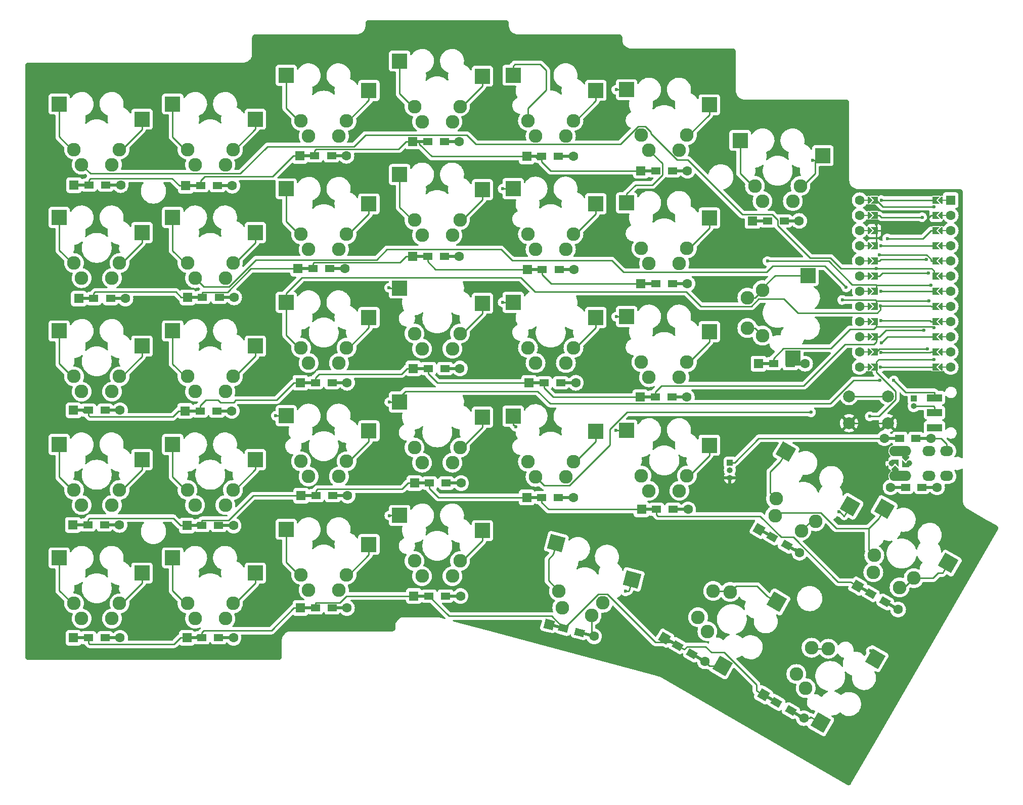
<source format=gtl>
G04 #@! TF.GenerationSoftware,KiCad,Pcbnew,(6.0.11)*
G04 #@! TF.CreationDate,2023-02-13T19:32:05+01:00*
G04 #@! TF.ProjectId,neodox,6e656f64-6f78-42e6-9b69-6361645f7063,1.0*
G04 #@! TF.SameCoordinates,Original*
G04 #@! TF.FileFunction,Copper,L1,Top*
G04 #@! TF.FilePolarity,Positive*
%FSLAX46Y46*%
G04 Gerber Fmt 4.6, Leading zero omitted, Abs format (unit mm)*
G04 Created by KiCad (PCBNEW (6.0.11)) date 2023-02-13 19:32:05*
%MOMM*%
%LPD*%
G01*
G04 APERTURE LIST*
G04 Aperture macros list*
%AMRotRect*
0 Rectangle, with rotation*
0 The origin of the aperture is its center*
0 $1 length*
0 $2 width*
0 $3 Rotation angle, in degrees counterclockwise*
0 Add horizontal line*
21,1,$1,$2,0,0,$3*%
%AMFreePoly0*
4,1,6,0.600000,0.200000,0.000000,-0.400000,-0.600000,0.200000,-0.600000,0.400000,0.600000,0.400000,0.600000,0.200000,0.600000,0.200000,$1*%
%AMFreePoly1*
4,1,5,0.125000,-0.500000,-0.125000,-0.500000,-0.125000,0.500000,0.125000,0.500000,0.125000,-0.500000,0.125000,-0.500000,$1*%
%AMFreePoly2*
4,1,6,0.600000,-0.250000,-0.600000,-0.250000,-0.600000,1.000000,0.000000,0.400000,0.600000,1.000000,0.600000,-0.250000,0.600000,-0.250000,$1*%
%AMFreePoly3*
4,1,6,0.600000,0.200000,0.000000,-0.400000,-0.600000,0.200000,-0.600000,0.500000,0.600000,0.500000,0.600000,0.200000,0.600000,0.200000,$1*%
G04 Aperture macros list end*
G04 #@! TA.AperFunction,ComponentPad*
%ADD10C,2.286000*%
G04 #@! TD*
G04 #@! TA.AperFunction,SMDPad,CuDef*
%ADD11RotRect,2.550000X2.500000X330.000000*%
G04 #@! TD*
G04 #@! TA.AperFunction,SMDPad,CuDef*
%ADD12R,2.550000X2.500000*%
G04 #@! TD*
G04 #@! TA.AperFunction,SMDPad,CuDef*
%ADD13R,2.900000X0.500000*%
G04 #@! TD*
G04 #@! TA.AperFunction,ComponentPad*
%ADD14R,1.600000X1.600000*%
G04 #@! TD*
G04 #@! TA.AperFunction,SMDPad,CuDef*
%ADD15R,1.600000X1.200000*%
G04 #@! TD*
G04 #@! TA.AperFunction,ComponentPad*
%ADD16C,1.600000*%
G04 #@! TD*
G04 #@! TA.AperFunction,SMDPad,CuDef*
%ADD17RotRect,2.900000X0.500000X150.000000*%
G04 #@! TD*
G04 #@! TA.AperFunction,ComponentPad*
%ADD18RotRect,1.600000X1.600000X150.000000*%
G04 #@! TD*
G04 #@! TA.AperFunction,SMDPad,CuDef*
%ADD19RotRect,1.600000X1.200000X150.000000*%
G04 #@! TD*
G04 #@! TA.AperFunction,SMDPad,CuDef*
%ADD20FreePoly0,270.000000*%
G04 #@! TD*
G04 #@! TA.AperFunction,SMDPad,CuDef*
%ADD21FreePoly1,90.000000*%
G04 #@! TD*
G04 #@! TA.AperFunction,SMDPad,CuDef*
%ADD22FreePoly0,90.000000*%
G04 #@! TD*
G04 #@! TA.AperFunction,SMDPad,CuDef*
%ADD23FreePoly1,270.000000*%
G04 #@! TD*
G04 #@! TA.AperFunction,SMDPad,CuDef*
%ADD24FreePoly2,90.000000*%
G04 #@! TD*
G04 #@! TA.AperFunction,SMDPad,CuDef*
%ADD25FreePoly2,270.000000*%
G04 #@! TD*
G04 #@! TA.AperFunction,ComponentPad*
%ADD26R,2.500000X1.250000*%
G04 #@! TD*
G04 #@! TA.AperFunction,SMDPad,CuDef*
%ADD27R,2.500000X2.550000*%
G04 #@! TD*
G04 #@! TA.AperFunction,ComponentPad*
%ADD28R,1.000000X1.000000*%
G04 #@! TD*
G04 #@! TA.AperFunction,ComponentPad*
%ADD29O,1.000000X1.000000*%
G04 #@! TD*
G04 #@! TA.AperFunction,SMDPad,CuDef*
%ADD30RotRect,2.550000X2.500000X240.000000*%
G04 #@! TD*
G04 #@! TA.AperFunction,SMDPad,CuDef*
%ADD31RotRect,2.550000X2.500000X345.000000*%
G04 #@! TD*
G04 #@! TA.AperFunction,ComponentPad*
%ADD32C,2.000000*%
G04 #@! TD*
G04 #@! TA.AperFunction,SMDPad,CuDef*
%ADD33R,1.500000X1.200000*%
G04 #@! TD*
G04 #@! TA.AperFunction,SMDPad,CuDef*
%ADD34FreePoly3,180.000000*%
G04 #@! TD*
G04 #@! TA.AperFunction,SMDPad,CuDef*
%ADD35FreePoly1,0.000000*%
G04 #@! TD*
G04 #@! TA.AperFunction,SMDPad,CuDef*
%ADD36FreePoly3,0.000000*%
G04 #@! TD*
G04 #@! TA.AperFunction,ComponentPad*
%ADD37O,3.700000X1.700000*%
G04 #@! TD*
G04 #@! TA.AperFunction,SMDPad,CuDef*
%ADD38FreePoly2,0.000000*%
G04 #@! TD*
G04 #@! TA.AperFunction,ComponentPad*
%ADD39C,1.000000*%
G04 #@! TD*
G04 #@! TA.AperFunction,ComponentPad*
%ADD40O,2.200000X1.700000*%
G04 #@! TD*
G04 #@! TA.AperFunction,SMDPad,CuDef*
%ADD41FreePoly2,180.000000*%
G04 #@! TD*
G04 #@! TA.AperFunction,SMDPad,CuDef*
%ADD42RotRect,2.900000X0.500000X165.000000*%
G04 #@! TD*
G04 #@! TA.AperFunction,ComponentPad*
%ADD43RotRect,1.600000X1.600000X165.000000*%
G04 #@! TD*
G04 #@! TA.AperFunction,SMDPad,CuDef*
%ADD44RotRect,1.600000X1.200000X165.000000*%
G04 #@! TD*
G04 #@! TA.AperFunction,ViaPad*
%ADD45C,0.600000*%
G04 #@! TD*
G04 #@! TA.AperFunction,Conductor*
%ADD46C,0.250000*%
G04 #@! TD*
G04 APERTURE END LIST*
D10*
X169930443Y-103094705D03*
D11*
X171592700Y-95255591D03*
D10*
X169760295Y-105929409D03*
X176529557Y-106904705D03*
D11*
X182317152Y-104380295D03*
D10*
X174159705Y-108469409D03*
X109390000Y-56460000D03*
D12*
X106910000Y-48840000D03*
D10*
X110660000Y-59000000D03*
X117010000Y-56460000D03*
D12*
X120760000Y-51380000D03*
D10*
X115740000Y-59000000D03*
D13*
X129700000Y-64700000D03*
D14*
X128300000Y-64700000D03*
D15*
X130800000Y-64700000D03*
D16*
X136100000Y-64700000D03*
D15*
X133600000Y-64700000D03*
D13*
X134700000Y-64700000D03*
D17*
X168322536Y-108950000D03*
D18*
X167110101Y-108250000D03*
D19*
X169275164Y-109500000D03*
D16*
X173865099Y-112150000D03*
D19*
X171700036Y-110900000D03*
D17*
X172652664Y-111450000D03*
X169034936Y-136650000D03*
D18*
X167822501Y-135950000D03*
D19*
X169987564Y-137200000D03*
D16*
X174577499Y-139850000D03*
D19*
X172412436Y-138600000D03*
D17*
X173365064Y-139150000D03*
D13*
X110600000Y-81300000D03*
D14*
X109200000Y-81300000D03*
D15*
X111700000Y-81300000D03*
D16*
X117000000Y-81300000D03*
D15*
X114500000Y-81300000D03*
D13*
X115600000Y-81300000D03*
D20*
X197394500Y-60737500D03*
X197394500Y-81057500D03*
X197394500Y-68357500D03*
D21*
X185202500Y-60737500D03*
D16*
X183932500Y-58197500D03*
D21*
X185202500Y-81057500D03*
D22*
X185710500Y-55657500D03*
D20*
X197394500Y-65817500D03*
D16*
X199172500Y-58197500D03*
D21*
X185202500Y-63277500D03*
D16*
X199172500Y-75977500D03*
D20*
X197394500Y-58197500D03*
D16*
X199172500Y-78517500D03*
D21*
X185202500Y-55657500D03*
D14*
X199172500Y-53117500D03*
D16*
X183932500Y-78517500D03*
D21*
X185202500Y-53117500D03*
D23*
X197902500Y-78517500D03*
D20*
X197394500Y-55657500D03*
D22*
X185710500Y-65817500D03*
D21*
X185202500Y-58197500D03*
D23*
X197902500Y-58197500D03*
D22*
X185710500Y-60737500D03*
D16*
X183932500Y-55657500D03*
D21*
X185202500Y-65817500D03*
D20*
X197394500Y-75977500D03*
D16*
X199172500Y-70897500D03*
D21*
X185202500Y-75977500D03*
D16*
X199172500Y-63277500D03*
D22*
X185710500Y-70897500D03*
X185710500Y-63277500D03*
D23*
X197902500Y-70897500D03*
D16*
X183932500Y-60737500D03*
X199172500Y-73437500D03*
D21*
X185202500Y-68357500D03*
D16*
X199172500Y-68357500D03*
X199172500Y-81057500D03*
D23*
X197902500Y-81057500D03*
X197902500Y-68357500D03*
D20*
X197394500Y-73437500D03*
D21*
X185202500Y-70897500D03*
D23*
X197902500Y-73437500D03*
X197902500Y-65817500D03*
D16*
X199172500Y-65817500D03*
D20*
X197394500Y-70897500D03*
D23*
X197902500Y-55657500D03*
D16*
X199172500Y-55657500D03*
D23*
X197902500Y-63277500D03*
D22*
X185710500Y-73437500D03*
D16*
X183932500Y-81057500D03*
D23*
X197902500Y-60737500D03*
D20*
X197394500Y-63277500D03*
D16*
X183932500Y-63277500D03*
X199172500Y-60737500D03*
X183932500Y-70897500D03*
X183932500Y-53117500D03*
D23*
X197902500Y-75977500D03*
D21*
X185202500Y-73437500D03*
D16*
X183932500Y-75977500D03*
D23*
X197902500Y-53117500D03*
D16*
X183932500Y-68357500D03*
D22*
X185710500Y-78517500D03*
X185710500Y-75977500D03*
D21*
X185202500Y-78517500D03*
D20*
X197394500Y-78517500D03*
D16*
X183932500Y-65817500D03*
X183932500Y-73437500D03*
D22*
X185710500Y-81057500D03*
D20*
X197394500Y-53117500D03*
D22*
X185710500Y-53117500D03*
X185710500Y-58197500D03*
X185710500Y-68357500D03*
D16*
X199172500Y-53117500D03*
D24*
X186726500Y-53117500D03*
X186726500Y-55657500D03*
X186726500Y-58197500D03*
X186726500Y-60737500D03*
X186726500Y-63277500D03*
X186726500Y-65817500D03*
X186726500Y-68357500D03*
X186726500Y-70897500D03*
X186726500Y-73437500D03*
X186726500Y-75977500D03*
X186726500Y-78517500D03*
X186726500Y-81057500D03*
D25*
X196378500Y-81057500D03*
X196378500Y-78517500D03*
X196378500Y-75977500D03*
X196378500Y-73437500D03*
X196378500Y-70897500D03*
X196378500Y-68357500D03*
X196378500Y-65817500D03*
X196378500Y-63277500D03*
X196378500Y-60737500D03*
X196378500Y-58197500D03*
X196378500Y-55657500D03*
X196378500Y-53117500D03*
D13*
X110500000Y-43300000D03*
D14*
X109100000Y-43300000D03*
D15*
X111600000Y-43300000D03*
D16*
X116900000Y-43300000D03*
D15*
X114400000Y-43300000D03*
D13*
X115500000Y-43300000D03*
D10*
X90390000Y-96840000D03*
D12*
X87910000Y-89220000D03*
D10*
X91660000Y-99380000D03*
X98010000Y-96840000D03*
D12*
X101760000Y-91760000D03*
D10*
X96740000Y-99380000D03*
X71390000Y-63640000D03*
D12*
X68910000Y-56020000D03*
D10*
X72660000Y-66180000D03*
X79010000Y-63640000D03*
D12*
X82760000Y-58560000D03*
D10*
X77740000Y-66180000D03*
D13*
X129600000Y-102900000D03*
D14*
X128200000Y-102900000D03*
D15*
X130700000Y-102900000D03*
D16*
X136000000Y-102900000D03*
D15*
X133500000Y-102900000D03*
D13*
X134600000Y-102900000D03*
X53700000Y-88300000D03*
D14*
X52300000Y-88300000D03*
D15*
X54800000Y-88300000D03*
D16*
X60100000Y-88300000D03*
D15*
X57600000Y-88300000D03*
D13*
X58700000Y-88300000D03*
D10*
X128390000Y-77840000D03*
D12*
X125910000Y-70220000D03*
D10*
X129660000Y-80380000D03*
X136010000Y-77840000D03*
D12*
X139760000Y-72760000D03*
D10*
X134740000Y-80380000D03*
D26*
X196450000Y-91200000D03*
X196450000Y-88700000D03*
X196450000Y-86200000D03*
D10*
X167660000Y-68190000D03*
D27*
X175280000Y-65710000D03*
D10*
X165120000Y-69460000D03*
X167660000Y-75810000D03*
D27*
X172740000Y-79560000D03*
D10*
X165120000Y-74540000D03*
X186384943Y-112594705D03*
D11*
X188047200Y-104755591D03*
D10*
X186214795Y-115429409D03*
X192984057Y-116404705D03*
D11*
X198771652Y-113880295D03*
D10*
X190614205Y-117969409D03*
D13*
X148800000Y-104900000D03*
D14*
X147400000Y-104900000D03*
D15*
X149900000Y-104900000D03*
D16*
X155200000Y-104900000D03*
D15*
X152700000Y-104900000D03*
D13*
X153800000Y-104900000D03*
D10*
X147390000Y-99240000D03*
D12*
X144910000Y-91620000D03*
D10*
X148660000Y-101780000D03*
X155010000Y-99240000D03*
D12*
X158760000Y-94160000D03*
D10*
X153740000Y-101780000D03*
D13*
X72400000Y-88400000D03*
D14*
X71000000Y-88400000D03*
D15*
X73500000Y-88400000D03*
D16*
X78800000Y-88400000D03*
D15*
X76300000Y-88400000D03*
D13*
X77400000Y-88400000D03*
X72692900Y-126400000D03*
D14*
X71292900Y-126400000D03*
D15*
X73792900Y-126400000D03*
D16*
X79092900Y-126400000D03*
D15*
X76592900Y-126400000D03*
D13*
X77692900Y-126400000D03*
D17*
X152477536Y-127150000D03*
D18*
X151265101Y-126450000D03*
D19*
X153430164Y-127700000D03*
D16*
X158020099Y-130350000D03*
D19*
X155855036Y-129100000D03*
D17*
X156807664Y-129650000D03*
D10*
X52390000Y-44640000D03*
D12*
X49910000Y-37020000D03*
D10*
X53660000Y-47180000D03*
X60010000Y-44640000D03*
D12*
X63760000Y-39560000D03*
D10*
X58740000Y-47180000D03*
X128390000Y-58820000D03*
D12*
X125910000Y-51200000D03*
D10*
X129660000Y-61360000D03*
X136010000Y-58820000D03*
D12*
X139760000Y-53740000D03*
D10*
X134740000Y-61360000D03*
D13*
X110500000Y-62500000D03*
D14*
X109100000Y-62500000D03*
D15*
X111600000Y-62500000D03*
D16*
X116900000Y-62500000D03*
D15*
X114400000Y-62500000D03*
D13*
X115500000Y-62500000D03*
X72500000Y-50700000D03*
D14*
X71100000Y-50700000D03*
D15*
X73600000Y-50700000D03*
D16*
X78900000Y-50700000D03*
D15*
X76400000Y-50700000D03*
D13*
X77500000Y-50700000D03*
D10*
X166390000Y-50740000D03*
D12*
X163910000Y-43120000D03*
D10*
X167660000Y-53280000D03*
X174010000Y-50740000D03*
D12*
X177760000Y-45660000D03*
D10*
X172740000Y-53280000D03*
X52390000Y-82640000D03*
D12*
X49910000Y-75020000D03*
D10*
X53660000Y-85180000D03*
X60010000Y-82640000D03*
D12*
X63760000Y-77560000D03*
D10*
X58740000Y-85180000D03*
D13*
X168400000Y-80500000D03*
D14*
X167000000Y-80500000D03*
D15*
X169500000Y-80500000D03*
D16*
X174800000Y-80500000D03*
D15*
X172300000Y-80500000D03*
D13*
X173400000Y-80500000D03*
X72700000Y-107600000D03*
D14*
X71300000Y-107600000D03*
D15*
X73800000Y-107600000D03*
D16*
X79100000Y-107600000D03*
D15*
X76600000Y-107600000D03*
D13*
X77700000Y-107600000D03*
D28*
X193000000Y-86350000D03*
D29*
X193000000Y-87620000D03*
D10*
X128390000Y-96920000D03*
D12*
X125910000Y-89300000D03*
D10*
X129660000Y-99460000D03*
X136010000Y-96920000D03*
D12*
X139760000Y-91840000D03*
D10*
X134740000Y-99460000D03*
X162242195Y-118725443D03*
D30*
X170081309Y-120387700D03*
D10*
X159407491Y-118555295D03*
X158432195Y-125324557D03*
D30*
X160956605Y-131112152D03*
D10*
X156867491Y-122954705D03*
X109390000Y-37440000D03*
D12*
X106910000Y-29820000D03*
D10*
X110660000Y-39980000D03*
X117010000Y-37440000D03*
D12*
X120760000Y-32360000D03*
D10*
X115740000Y-39980000D03*
D28*
X162200000Y-97060000D03*
D29*
X162200000Y-98330000D03*
X162200000Y-99600000D03*
D17*
X184822536Y-118450000D03*
D18*
X183610101Y-117750000D03*
D19*
X185775164Y-119000000D03*
D16*
X190365099Y-121650000D03*
D19*
X188200036Y-120400000D03*
D17*
X189152664Y-120950000D03*
D13*
X91692900Y-121400000D03*
D14*
X90292900Y-121400000D03*
D15*
X92792900Y-121400000D03*
D16*
X98092900Y-121400000D03*
D15*
X95592900Y-121400000D03*
D13*
X96692900Y-121400000D03*
X130000000Y-83700000D03*
D14*
X128600000Y-83700000D03*
D15*
X131100000Y-83700000D03*
D16*
X136400000Y-83700000D03*
D15*
X133900000Y-83700000D03*
D13*
X135000000Y-83700000D03*
X72800000Y-69400000D03*
D14*
X71400000Y-69400000D03*
D15*
X73900000Y-69400000D03*
D16*
X79200000Y-69400000D03*
D15*
X76700000Y-69400000D03*
D13*
X77800000Y-69400000D03*
D10*
X71390000Y-101640000D03*
D12*
X68910000Y-94020000D03*
D10*
X72660000Y-104180000D03*
X79010000Y-101640000D03*
D12*
X82760000Y-96560000D03*
D10*
X77740000Y-104180000D03*
X90390000Y-115840000D03*
D12*
X87910000Y-108220000D03*
D10*
X91660000Y-118380000D03*
X98010000Y-115840000D03*
D12*
X101760000Y-110760000D03*
D10*
X96740000Y-118380000D03*
D13*
X54600000Y-69600000D03*
D14*
X53200000Y-69600000D03*
D15*
X55700000Y-69600000D03*
D16*
X61000000Y-69600000D03*
D15*
X58500000Y-69600000D03*
D13*
X59600000Y-69600000D03*
D10*
X71390000Y-44640000D03*
D12*
X68910000Y-37020000D03*
D10*
X72660000Y-47180000D03*
X79010000Y-44640000D03*
D12*
X82760000Y-39560000D03*
D10*
X77740000Y-47180000D03*
D13*
X148600000Y-86100000D03*
D14*
X147200000Y-86100000D03*
D15*
X149700000Y-86100000D03*
D16*
X155000000Y-86100000D03*
D15*
X152500000Y-86100000D03*
D13*
X153600000Y-86100000D03*
D10*
X147390000Y-80240000D03*
D12*
X144910000Y-72620000D03*
D10*
X148660000Y-82780000D03*
X155010000Y-80240000D03*
D12*
X158760000Y-75160000D03*
D10*
X153740000Y-82780000D03*
D13*
X110692900Y-119400000D03*
D14*
X109292900Y-119400000D03*
D15*
X111792900Y-119400000D03*
D16*
X117092900Y-119400000D03*
D15*
X114592900Y-119400000D03*
D13*
X115692900Y-119400000D03*
D10*
X133562422Y-118567351D03*
D31*
X133139127Y-110565125D03*
D10*
X134131748Y-121349503D03*
X140922777Y-120539552D03*
D31*
X145859800Y-116603220D03*
D10*
X139038651Y-122664304D03*
X52390000Y-101640000D03*
D12*
X49910000Y-94020000D03*
D10*
X53660000Y-104180000D03*
X60010000Y-101640000D03*
D12*
X63760000Y-96560000D03*
D10*
X58740000Y-104180000D03*
X90390000Y-77840000D03*
D12*
X87910000Y-70220000D03*
D10*
X91660000Y-80380000D03*
X98010000Y-77840000D03*
D12*
X101760000Y-72760000D03*
D10*
X96740000Y-80380000D03*
X128390000Y-39820000D03*
D12*
X125910000Y-32200000D03*
D10*
X129660000Y-42360000D03*
X136010000Y-39820000D03*
D12*
X139760000Y-34740000D03*
D10*
X134740000Y-42360000D03*
D32*
X182150000Y-85950000D03*
X188650000Y-85950000D03*
X188650000Y-90450000D03*
X182150000Y-90450000D03*
D13*
X53600000Y-107500000D03*
D14*
X52200000Y-107500000D03*
D15*
X54700000Y-107500000D03*
D16*
X60000000Y-107500000D03*
D15*
X57500000Y-107500000D03*
D13*
X58600000Y-107500000D03*
X53700000Y-126400000D03*
D14*
X52300000Y-126400000D03*
D15*
X54800000Y-126400000D03*
D16*
X60100000Y-126400000D03*
D15*
X57600000Y-126400000D03*
D13*
X58700000Y-126400000D03*
X148700000Y-67100000D03*
D14*
X147300000Y-67100000D03*
D15*
X149800000Y-67100000D03*
D16*
X155100000Y-67100000D03*
D15*
X152600000Y-67100000D03*
D13*
X153700000Y-67100000D03*
D10*
X147390000Y-42240000D03*
D12*
X144910000Y-34620000D03*
D10*
X148660000Y-44780000D03*
X155010000Y-42240000D03*
D12*
X158760000Y-37160000D03*
D10*
X153740000Y-44780000D03*
D13*
X167400000Y-56600000D03*
D14*
X166000000Y-56600000D03*
D15*
X168500000Y-56600000D03*
D16*
X173800000Y-56600000D03*
D15*
X171300000Y-56600000D03*
D13*
X172400000Y-56600000D03*
X195500000Y-101200000D03*
D16*
X196900000Y-101200000D03*
D33*
X194350000Y-101200000D03*
X191650000Y-101200000D03*
D13*
X190500000Y-101200000D03*
D16*
X189100000Y-101200000D03*
D10*
X109390000Y-94540000D03*
D12*
X106910000Y-86920000D03*
D10*
X110660000Y-97080000D03*
X117010000Y-94540000D03*
D12*
X120760000Y-89460000D03*
D10*
X115740000Y-97080000D03*
D13*
X110800000Y-100500000D03*
D14*
X109400000Y-100500000D03*
D15*
X111900000Y-100500000D03*
D16*
X117200000Y-100500000D03*
D15*
X114700000Y-100500000D03*
D13*
X115800000Y-100500000D03*
D10*
X90390000Y-39840000D03*
D12*
X87910000Y-32220000D03*
D10*
X91660000Y-42380000D03*
X98010000Y-39840000D03*
D12*
X101760000Y-34760000D03*
D10*
X96740000Y-42380000D03*
X52390000Y-63640000D03*
D12*
X49910000Y-56020000D03*
D10*
X53660000Y-66180000D03*
X60010000Y-63640000D03*
D12*
X63760000Y-58560000D03*
D10*
X58740000Y-66180000D03*
D34*
X189856000Y-97900000D03*
D35*
X189856000Y-98216000D03*
D36*
X191634000Y-96500000D03*
D37*
X190744000Y-95100000D03*
D35*
X191634000Y-96184000D03*
D37*
X190744000Y-99300000D03*
D38*
X191634000Y-97600000D03*
D39*
X192194000Y-97200000D03*
D40*
X195494000Y-95100000D03*
X195494000Y-99300000D03*
X198494000Y-95100000D03*
X198494000Y-99300000D03*
D39*
X189256000Y-97200000D03*
D41*
X189856000Y-96800000D03*
D10*
X147390000Y-61200000D03*
D12*
X144910000Y-53580000D03*
D10*
X148660000Y-63740000D03*
X155010000Y-61200000D03*
D12*
X158760000Y-56120000D03*
D10*
X153740000Y-63740000D03*
D13*
X91600000Y-45700000D03*
D14*
X90200000Y-45700000D03*
D15*
X92700000Y-45700000D03*
D16*
X98000000Y-45700000D03*
D15*
X95500000Y-45700000D03*
D13*
X96600000Y-45700000D03*
D42*
X133285185Y-124502952D03*
D43*
X131932889Y-124140606D03*
D44*
X134347704Y-124787653D03*
D16*
X139467111Y-126159394D03*
D44*
X137052296Y-125512347D03*
D42*
X138114815Y-125797048D03*
D10*
X71390000Y-82640000D03*
D12*
X68910000Y-75020000D03*
D10*
X72660000Y-85180000D03*
X79010000Y-82640000D03*
D12*
X82760000Y-77560000D03*
D10*
X77740000Y-85180000D03*
D13*
X129600000Y-45800000D03*
D14*
X128200000Y-45800000D03*
D15*
X130700000Y-45800000D03*
D16*
X136000000Y-45800000D03*
D15*
X133500000Y-45800000D03*
D13*
X134600000Y-45800000D03*
X91300000Y-64600000D03*
D14*
X89900000Y-64600000D03*
D15*
X92400000Y-64600000D03*
D16*
X97700000Y-64600000D03*
D15*
X95200000Y-64600000D03*
D13*
X96300000Y-64600000D03*
X91800000Y-102600000D03*
D14*
X90400000Y-102600000D03*
D15*
X92900000Y-102600000D03*
D16*
X98200000Y-102600000D03*
D15*
X95700000Y-102600000D03*
D13*
X96800000Y-102600000D03*
X148700000Y-48200000D03*
D14*
X147300000Y-48200000D03*
D15*
X149800000Y-48200000D03*
D16*
X155100000Y-48200000D03*
D15*
X152600000Y-48200000D03*
D13*
X153700000Y-48200000D03*
D10*
X109390000Y-113540000D03*
D12*
X106910000Y-105920000D03*
D10*
X110660000Y-116080000D03*
X117010000Y-113540000D03*
D12*
X120760000Y-108460000D03*
D10*
X115740000Y-116080000D03*
X109390000Y-75460000D03*
D12*
X106910000Y-67840000D03*
D10*
X110660000Y-78000000D03*
X117010000Y-75460000D03*
D12*
X120760000Y-70380000D03*
D10*
X115740000Y-78000000D03*
X90390000Y-58840000D03*
D12*
X87910000Y-51220000D03*
D10*
X91660000Y-61380000D03*
X98010000Y-58840000D03*
D12*
X101760000Y-53760000D03*
D10*
X96740000Y-61380000D03*
D13*
X91700000Y-83700000D03*
D14*
X90300000Y-83700000D03*
D15*
X92800000Y-83700000D03*
D16*
X98100000Y-83700000D03*
D15*
X95600000Y-83700000D03*
D13*
X96700000Y-83700000D03*
D10*
X71390000Y-120640000D03*
D12*
X68910000Y-113020000D03*
D10*
X72660000Y-123180000D03*
X79010000Y-120640000D03*
D12*
X82760000Y-115560000D03*
D10*
X77740000Y-123180000D03*
X178705295Y-128230443D03*
D30*
X186544409Y-129892700D03*
D10*
X175870591Y-128060295D03*
X174895295Y-134829557D03*
D30*
X177419705Y-140617152D03*
D10*
X173330591Y-132459705D03*
D13*
X194500000Y-93000000D03*
D16*
X195900000Y-93000000D03*
D33*
X193350000Y-93000000D03*
X190650000Y-93000000D03*
D13*
X189500000Y-93000000D03*
D16*
X188100000Y-93000000D03*
D10*
X52390000Y-120640000D03*
D12*
X49910000Y-113020000D03*
D10*
X53660000Y-123180000D03*
X60010000Y-120640000D03*
D12*
X63760000Y-115560000D03*
D10*
X58740000Y-123180000D03*
D13*
X53800000Y-50600000D03*
D14*
X52400000Y-50600000D03*
D15*
X54900000Y-50600000D03*
D16*
X60200000Y-50600000D03*
D15*
X57700000Y-50600000D03*
D13*
X58800000Y-50600000D03*
D45*
X185800000Y-128600000D03*
X187573000Y-53117500D03*
X189639000Y-83296300D03*
X187252000Y-62269200D03*
X196378000Y-54200700D03*
X194411000Y-55980200D03*
X188561000Y-59529700D03*
X195504000Y-70022400D03*
X181011000Y-69822300D03*
X195407000Y-65365200D03*
X195133000Y-63073100D03*
X187464000Y-60737500D03*
X187440000Y-81057500D03*
X143176000Y-34620000D03*
X187463000Y-78656700D03*
X143175000Y-72620000D03*
X143161000Y-91620000D03*
X126342000Y-91037100D03*
X124150000Y-70220000D03*
X124158000Y-51200000D03*
X175791000Y-88626100D03*
X187587000Y-77006500D03*
X105181000Y-86920000D03*
X187447000Y-73285700D03*
X105146000Y-67785000D03*
X105184000Y-105928000D03*
X187288000Y-83298300D03*
X86159400Y-89220000D03*
X187437000Y-70871600D03*
X187450000Y-68357500D03*
X181660000Y-67713000D03*
X186726000Y-64547200D03*
X196378000Y-79787500D03*
X185620000Y-89308000D03*
X144730000Y-118609000D03*
X195273000Y-78035500D03*
X180425000Y-105304000D03*
X194672000Y-74909800D03*
X196378000Y-74490900D03*
X168500000Y-63335300D03*
X195830000Y-67382400D03*
X176024000Y-46467000D03*
X192800000Y-104000000D03*
X180000000Y-121800000D03*
X158600000Y-109600000D03*
X178600000Y-68800000D03*
X178800000Y-74200000D03*
X166200000Y-86000000D03*
X161400000Y-68000000D03*
X161800000Y-59800000D03*
X171400000Y-61800000D03*
X161400000Y-79400000D03*
X122400000Y-77800000D03*
X122200000Y-37600000D03*
X122600000Y-58200000D03*
X189926000Y-57967600D03*
X186726000Y-57130800D03*
D46*
X139038651Y-122664304D02*
X139038651Y-125730934D01*
X139038651Y-125730934D02*
X139467111Y-126159394D01*
X152477700Y-127149800D02*
X149737505Y-127149800D01*
X149737505Y-127149800D02*
X141705705Y-119118000D01*
X141705705Y-119118000D02*
X140172000Y-119118000D01*
X140172000Y-119118000D02*
X134502347Y-124787653D01*
X134502347Y-124787653D02*
X134347704Y-124787653D01*
X134347704Y-124787653D02*
X132328051Y-122768000D01*
X132328051Y-122768000D02*
X115160900Y-122768000D01*
X115160900Y-122768000D02*
X111792900Y-119400000D01*
X196270000Y-87620000D02*
X193000000Y-87620000D01*
X196450000Y-87799900D02*
X196270000Y-87620000D01*
X196450000Y-88700000D02*
X196450000Y-87799900D01*
X191642000Y-85299900D02*
X189639000Y-83296300D01*
X196450000Y-85299900D02*
X191642000Y-85299900D01*
X196450000Y-86200000D02*
X196450000Y-85299900D01*
X196378000Y-53117500D02*
X187573000Y-53117500D01*
X196378000Y-53117500D02*
X196378500Y-53117500D01*
X195143000Y-62269200D02*
X187252000Y-62269200D01*
X195853000Y-62979900D02*
X195143000Y-62269200D01*
X195853000Y-63277500D02*
X195853000Y-62979900D01*
X196378000Y-63277500D02*
X195853000Y-63277500D01*
X196378000Y-63277500D02*
X196378500Y-63277500D01*
X186726500Y-53117500D02*
X186726300Y-53117700D01*
X187810000Y-54200700D02*
X196378000Y-54200700D01*
X186726300Y-53117700D02*
X187810000Y-54200700D01*
X187574000Y-55980200D02*
X194411000Y-55980200D01*
X187252000Y-55657500D02*
X187574000Y-55980200D01*
X186726500Y-55657500D02*
X187252000Y-55657500D01*
X188650000Y-85950000D02*
X182150000Y-85950000D01*
X194521000Y-59529700D02*
X188561000Y-59529700D01*
X195853000Y-58197500D02*
X194521000Y-59529700D01*
X196378000Y-58197500D02*
X195853000Y-58197500D01*
X196378000Y-58197500D02*
X196378500Y-58197500D01*
X186726000Y-70022400D02*
X195504000Y-70022400D01*
X186526000Y-69822300D02*
X181011000Y-69822300D01*
X186726000Y-70022400D02*
X186526000Y-69822300D01*
X186726000Y-70897500D02*
X186726000Y-70459900D01*
X186726000Y-70459900D02*
X186726000Y-70022400D01*
X186726500Y-70460400D02*
X186726500Y-70897500D01*
X186726000Y-70459900D02*
X186726500Y-70460400D01*
X187252000Y-65817500D02*
X186726500Y-65817500D01*
X187704000Y-65365200D02*
X187252000Y-65817500D01*
X195407000Y-65365200D02*
X187704000Y-65365200D01*
X196900000Y-101200000D02*
X195500000Y-101200000D01*
X195500000Y-101200000D02*
X194350000Y-101200000D01*
X187456000Y-63073100D02*
X195133000Y-63073100D01*
X187252000Y-63277500D02*
X187456000Y-63073100D01*
X186726500Y-63277500D02*
X187252000Y-63277500D01*
X197519000Y-93000000D02*
X195900000Y-93000000D01*
X198494000Y-93974900D02*
X197519000Y-93000000D01*
X198494000Y-95100000D02*
X198494000Y-93974900D01*
X194500000Y-93000000D02*
X195900000Y-93000000D01*
X189500000Y-93000000D02*
X190650000Y-93000000D01*
X192034000Y-97200000D02*
X191634000Y-97600000D01*
X192194000Y-97200000D02*
X192034000Y-97200000D01*
X190500000Y-101200000D02*
X189100000Y-101200000D01*
X189500000Y-93000000D02*
X188100000Y-93000000D01*
X167035000Y-93000000D02*
X188100000Y-93000000D01*
X162975000Y-97060000D02*
X167035000Y-93000000D01*
X162200000Y-97060000D02*
X162975000Y-97060000D01*
X196378000Y-60737500D02*
X187464000Y-60737500D01*
X196378000Y-60737500D02*
X196378500Y-60737500D01*
X166037000Y-50740000D02*
X166390000Y-50740000D01*
X163910000Y-48613100D02*
X166037000Y-50740000D01*
X163910000Y-43120000D02*
X163910000Y-48613100D01*
X187077000Y-106436000D02*
X188047000Y-104756000D01*
X185429000Y-108084000D02*
X187077000Y-106436000D01*
X166390000Y-69460000D02*
X167660000Y-68190000D01*
X165120000Y-69460000D02*
X166390000Y-69460000D01*
X169767000Y-65710000D02*
X175280000Y-65710000D01*
X167660000Y-67817200D02*
X169767000Y-65710000D01*
X167660000Y-68190000D02*
X167660000Y-67817200D01*
X186385000Y-112595000D02*
X185907000Y-112117000D01*
X185429000Y-111639000D02*
X185429000Y-108084000D01*
X185907000Y-112117000D02*
X185429000Y-111639000D01*
X185907200Y-112117000D02*
X186384900Y-112594700D01*
X185907000Y-112117000D02*
X185907200Y-112117000D01*
X176041000Y-128230000D02*
X175956000Y-128145000D01*
X178705000Y-128230000D02*
X176041000Y-128230000D01*
X175956000Y-128145000D02*
X175871000Y-128060000D01*
X175955300Y-128145000D02*
X175870600Y-128060300D01*
X175956000Y-128145000D02*
X175955300Y-128145000D01*
X178705000Y-128230100D02*
X178705000Y-128230000D01*
X178705300Y-128230400D02*
X178705000Y-128230100D01*
X196378000Y-81057500D02*
X187440000Y-81057500D01*
X196378000Y-81057500D02*
X196378500Y-81057500D01*
X188047000Y-104755800D02*
X188047000Y-104756000D01*
X188047200Y-104755600D02*
X188047000Y-104755800D01*
X170233000Y-105457000D02*
X169996500Y-105693000D01*
X177423000Y-105457000D02*
X170233000Y-105457000D01*
X180050000Y-108084000D02*
X177423000Y-105457000D01*
X185429000Y-108084000D02*
X180050000Y-108084000D01*
X169996500Y-105693000D02*
X169760000Y-105929000D01*
X169760300Y-105929200D02*
X169760300Y-105929400D01*
X169996500Y-105693000D02*
X169760300Y-105929200D01*
X171592800Y-95255600D02*
X171592900Y-95255700D01*
X171592700Y-95255600D02*
X171592800Y-95255600D01*
X168960000Y-102124000D02*
X169445000Y-102609500D01*
X168960000Y-98598500D02*
X168960000Y-102124000D01*
X170622000Y-96936100D02*
X168960000Y-98598500D01*
X171592900Y-95255700D02*
X170622000Y-96936100D01*
X169445000Y-102609500D02*
X169930000Y-103095000D01*
X169445200Y-102609500D02*
X169930400Y-103094700D01*
X169445000Y-102609500D02*
X169445200Y-102609500D01*
X150875000Y-46995200D02*
X148660000Y-44780000D01*
X150875000Y-48918300D02*
X150875000Y-46995200D01*
X149213000Y-50580900D02*
X150875000Y-48918300D01*
X146384000Y-50580900D02*
X149213000Y-50580900D01*
X144910000Y-52054900D02*
X146384000Y-50580900D01*
X144910000Y-53580000D02*
X144910000Y-52054900D01*
X144910000Y-34620000D02*
X143176000Y-34620000D01*
X144910000Y-72620000D02*
X143175000Y-72620000D01*
X144910000Y-91620000D02*
X143161000Y-91620000D01*
X170081000Y-120388000D02*
X169241000Y-119902500D01*
X169596100Y-119902500D02*
X170081300Y-120387700D01*
X169241000Y-119902500D02*
X169596100Y-119902500D01*
X159407700Y-118555300D02*
X159408000Y-118555000D01*
X159407500Y-118555300D02*
X159407700Y-118555300D01*
X162072000Y-118555000D02*
X159408000Y-118555000D01*
X162242000Y-118725000D02*
X162072000Y-118555000D01*
X162242200Y-118724800D02*
X162242000Y-118725000D01*
X163232000Y-117735000D02*
X162242200Y-118724800D01*
X166719000Y-117735000D02*
X163232000Y-117735000D01*
X168401000Y-119417000D02*
X166719000Y-117735000D01*
X169241000Y-119902500D02*
X168401000Y-119417000D01*
X162242200Y-118724800D02*
X162242200Y-118725400D01*
X195714000Y-78656700D02*
X187463000Y-78656700D01*
X195853000Y-78517500D02*
X195714000Y-78656700D01*
X196378000Y-78517500D02*
X195853000Y-78517500D01*
X196378000Y-78517500D02*
X196378500Y-78517500D01*
X128390000Y-37695500D02*
X128390000Y-39820000D01*
X131448000Y-34637700D02*
X128390000Y-37695500D01*
X131448000Y-31407500D02*
X131448000Y-34637700D01*
X130416000Y-30375300D02*
X131448000Y-31407500D01*
X126210000Y-30375300D02*
X130416000Y-30375300D01*
X125910000Y-30674900D02*
X126210000Y-30375300D01*
X125910000Y-32200000D02*
X125910000Y-30674900D01*
X126130000Y-90825100D02*
X126342000Y-91037100D01*
X125910000Y-90825100D02*
X126130000Y-90825100D01*
X125910000Y-89300000D02*
X125910000Y-90825100D01*
X125910000Y-70220000D02*
X124150000Y-70220000D01*
X125910000Y-51200000D02*
X124158000Y-51200000D01*
X144944000Y-88626100D02*
X175791000Y-88626100D01*
X142120000Y-91450300D02*
X144944000Y-88626100D01*
X142120000Y-94126400D02*
X142120000Y-91450300D01*
X135317000Y-100930000D02*
X142120000Y-94126400D01*
X131130000Y-100930000D02*
X135317000Y-100930000D01*
X129660000Y-99460000D02*
X131130000Y-100930000D01*
X133139100Y-110565100D02*
X133139000Y-110565100D01*
X131838000Y-116843000D02*
X133562000Y-118567000D01*
X131838000Y-113238000D02*
X131838000Y-116843000D01*
X132637000Y-112440000D02*
X131838000Y-113238000D01*
X133139000Y-110565100D02*
X132637000Y-112440000D01*
X188616000Y-75977500D02*
X196378000Y-75977500D01*
X187587000Y-77006500D02*
X188616000Y-75977500D01*
X196378000Y-75977500D02*
X196378500Y-75977500D01*
X133562400Y-118567400D02*
X133562000Y-118567000D01*
X106135000Y-86920000D02*
X105181000Y-86920000D01*
X109043000Y-37440000D02*
X109390000Y-37440000D01*
X106910000Y-35306700D02*
X109043000Y-37440000D01*
X106910000Y-29820000D02*
X106910000Y-35306700D01*
X109043000Y-56460000D02*
X109390000Y-56460000D01*
X106910000Y-54326700D02*
X109043000Y-56460000D01*
X106910000Y-48840000D02*
X106910000Y-54326700D01*
X105360000Y-67840000D02*
X106910000Y-67840000D01*
X105305000Y-67785000D02*
X105360000Y-67840000D01*
X105146000Y-67785000D02*
X105305000Y-67785000D01*
X105360000Y-105920000D02*
X106910000Y-105920000D01*
X105351000Y-105928000D02*
X105360000Y-105920000D01*
X105184000Y-105928000D02*
X105351000Y-105928000D01*
X182929000Y-83298300D02*
X187288000Y-83298300D01*
X179052000Y-87175200D02*
X182929000Y-83298300D01*
X132084000Y-87175200D02*
X179052000Y-87175200D01*
X130028000Y-85118900D02*
X132084000Y-87175200D01*
X107936000Y-85118900D02*
X130028000Y-85118900D01*
X106135000Y-86920000D02*
X107936000Y-85118900D01*
X106910000Y-86920000D02*
X106135000Y-86920000D01*
X195702000Y-73285700D02*
X187447000Y-73285700D01*
X195853000Y-73437500D02*
X195702000Y-73285700D01*
X196378000Y-73437500D02*
X195853000Y-73437500D01*
X196378000Y-73437500D02*
X196378500Y-73437500D01*
X90034300Y-58840000D02*
X90390000Y-58840000D01*
X87910000Y-56715700D02*
X90034300Y-58840000D01*
X87910000Y-51220000D02*
X87910000Y-56715700D01*
X90026400Y-39840000D02*
X90390000Y-39840000D01*
X87910000Y-37723600D02*
X90026400Y-39840000D01*
X87910000Y-32220000D02*
X87910000Y-37723600D01*
X90034300Y-115840000D02*
X90390000Y-115840000D01*
X87910000Y-113716000D02*
X90034300Y-115840000D01*
X87910000Y-108220000D02*
X87910000Y-113716000D01*
X87910000Y-89220000D02*
X86159400Y-89220000D01*
X90034300Y-77840000D02*
X90390000Y-77840000D01*
X87910000Y-75715700D02*
X90034300Y-77840000D01*
X87910000Y-70220000D02*
X87910000Y-75715700D01*
X87910000Y-68694900D02*
X87910000Y-70220000D01*
X90545100Y-66059800D02*
X87910000Y-68694900D01*
X127220000Y-66059800D02*
X90545100Y-66059800D01*
X129605000Y-68444800D02*
X127220000Y-66059800D01*
X154924000Y-68444800D02*
X129605000Y-68444800D01*
X157374000Y-70894900D02*
X154924000Y-68444800D01*
X165775000Y-70894900D02*
X157374000Y-70894900D01*
X166996000Y-69674000D02*
X165775000Y-70894900D01*
X171268000Y-69674000D02*
X166996000Y-69674000D01*
X173587000Y-71992400D02*
X171268000Y-69674000D01*
X186877000Y-71992400D02*
X173587000Y-71992400D01*
X187437000Y-71432100D02*
X186877000Y-71992400D01*
X187437000Y-70871600D02*
X187437000Y-71432100D01*
X195828000Y-70871600D02*
X187437000Y-70871600D01*
X195853000Y-70897500D02*
X195828000Y-70871600D01*
X196378000Y-70897500D02*
X195853000Y-70897500D01*
X196378000Y-70897500D02*
X196378500Y-70897500D01*
X71010900Y-120640000D02*
X71390000Y-120640000D01*
X68910000Y-118539000D02*
X71010900Y-120640000D01*
X68910000Y-113020000D02*
X68910000Y-118539000D01*
X71019700Y-44640000D02*
X71390000Y-44640000D01*
X68910000Y-42530300D02*
X71019700Y-44640000D01*
X68910000Y-37020000D02*
X68910000Y-42530300D01*
X71066600Y-101640000D02*
X71390000Y-101640000D01*
X68910000Y-99483400D02*
X71066600Y-101640000D01*
X68910000Y-94020000D02*
X68910000Y-99483400D01*
X70976500Y-63640000D02*
X71390000Y-63640000D01*
X68910000Y-61573500D02*
X70976500Y-63640000D01*
X68910000Y-56020000D02*
X68910000Y-61573500D01*
X71019700Y-82640000D02*
X71390000Y-82640000D01*
X68910000Y-80530300D02*
X71019700Y-82640000D01*
X68910000Y-75020000D02*
X68910000Y-80530300D01*
X178107000Y-64159800D02*
X181660000Y-67713000D01*
X169379000Y-64159800D02*
X178107000Y-64159800D01*
X168372000Y-65166000D02*
X169379000Y-64159800D01*
X144370000Y-65166000D02*
X168372000Y-65166000D01*
X142441000Y-63237600D02*
X144370000Y-65166000D01*
X125755000Y-63237600D02*
X142441000Y-63237600D01*
X123900000Y-61382700D02*
X125755000Y-63237600D01*
X104778000Y-61382700D02*
X123900000Y-61382700D01*
X103062000Y-63098200D02*
X104778000Y-61382700D01*
X82853400Y-63098200D02*
X103062000Y-63098200D01*
X78315800Y-67635800D02*
X82853400Y-63098200D01*
X74115800Y-67635800D02*
X78315800Y-67635800D01*
X72660000Y-66180000D02*
X74115800Y-67635800D01*
X196378000Y-68357500D02*
X187450000Y-68357500D01*
X196378000Y-68357500D02*
X196378500Y-68357500D01*
X52063000Y-120640000D02*
X52390000Y-120640000D01*
X49910000Y-118487000D02*
X52063000Y-120640000D01*
X49910000Y-113020000D02*
X49910000Y-118487000D01*
X52066600Y-63640000D02*
X52390000Y-63640000D01*
X49910000Y-61483400D02*
X52066600Y-63640000D01*
X49910000Y-56020000D02*
X49910000Y-61483400D01*
X52066600Y-101640000D02*
X52390000Y-101640000D01*
X49910000Y-99483400D02*
X52066600Y-101640000D01*
X49910000Y-94020000D02*
X49910000Y-99483400D01*
X52026400Y-82640000D02*
X52390000Y-82640000D01*
X49910000Y-80523600D02*
X52026400Y-82640000D01*
X49910000Y-75020000D02*
X49910000Y-80523600D01*
X55146000Y-48666000D02*
X53660000Y-47180000D01*
X80237100Y-48666000D02*
X55146000Y-48666000D01*
X84775000Y-44128100D02*
X80237100Y-48666000D01*
X99284200Y-44128100D02*
X84775000Y-44128100D01*
X101188000Y-42224800D02*
X99284200Y-44128100D01*
X118108000Y-42224800D02*
X101188000Y-42224800D01*
X119661000Y-43778200D02*
X118108000Y-42224800D01*
X143846000Y-43778200D02*
X119661000Y-43778200D01*
X146840000Y-40784800D02*
X143846000Y-43778200D01*
X148011000Y-40784800D02*
X146840000Y-40784800D01*
X148931000Y-41704300D02*
X148011000Y-40784800D01*
X148931000Y-41998600D02*
X148931000Y-41704300D01*
X153337000Y-46404700D02*
X148931000Y-41998600D01*
X155168000Y-46404700D02*
X153337000Y-46404700D01*
X164288000Y-55524800D02*
X155168000Y-46404700D01*
X169295000Y-55524800D02*
X164288000Y-55524800D01*
X170225000Y-56454500D02*
X169295000Y-55524800D01*
X170225000Y-57392800D02*
X170225000Y-56454500D01*
X175626000Y-62794000D02*
X170225000Y-57392800D01*
X179040000Y-62794000D02*
X175626000Y-62794000D01*
X180793000Y-64547200D02*
X179040000Y-62794000D01*
X186726000Y-64547200D02*
X180793000Y-64547200D01*
X196378000Y-65817500D02*
X196378000Y-65379900D01*
X195983000Y-64547200D02*
X186726000Y-64547200D01*
X196378000Y-64942400D02*
X195983000Y-64547200D01*
X196378000Y-65379900D02*
X196378000Y-64942400D01*
X196378500Y-65380400D02*
X196378500Y-65817500D01*
X196378000Y-65379900D02*
X196378500Y-65380400D01*
X52041100Y-44640000D02*
X52390000Y-44640000D01*
X49910000Y-42508900D02*
X52041100Y-44640000D01*
X49910000Y-37020000D02*
X49910000Y-42508900D01*
X60380200Y-120640000D02*
X60010000Y-120640000D01*
X63760000Y-117260000D02*
X60380200Y-120640000D01*
X63760000Y-115560000D02*
X63760000Y-117260000D01*
X58700000Y-126400000D02*
X57600000Y-126400000D01*
X60100000Y-126400000D02*
X58700000Y-126400000D01*
X198286500Y-114720500D02*
X198772000Y-113880000D01*
X198771700Y-114235300D02*
X198771700Y-113880300D01*
X198286500Y-114720500D02*
X198771700Y-114235300D01*
X190365000Y-121650000D02*
X190365100Y-121650000D01*
X197801000Y-115561000D02*
X198286500Y-114720500D01*
X197091000Y-115561000D02*
X197801000Y-115561000D01*
X196247000Y-116405000D02*
X197091000Y-115561000D01*
X192984400Y-116405000D02*
X196247000Y-116405000D01*
X192984400Y-116405000D02*
X192984100Y-116404700D01*
X190614000Y-117969000D02*
X190614600Y-117969000D01*
X192984000Y-116405000D02*
X192984400Y-116405000D01*
X191419000Y-117969000D02*
X192984000Y-116405000D01*
X190614600Y-117969000D02*
X191419000Y-117969000D01*
X190614600Y-117969000D02*
X190614200Y-117969400D01*
X188603000Y-120400000D02*
X189228000Y-121025000D01*
X188200000Y-120400000D02*
X188603000Y-120400000D01*
X189853000Y-121650000D02*
X190365000Y-121650000D01*
X189228000Y-121025000D02*
X189853000Y-121650000D01*
X189227700Y-121025000D02*
X189152700Y-120950000D01*
X189228000Y-121025000D02*
X189227700Y-121025000D01*
X155378000Y-99240000D02*
X155010000Y-99240000D01*
X158760000Y-95857500D02*
X155378000Y-99240000D01*
X158760000Y-94160000D02*
X158760000Y-95857500D01*
X152700000Y-104900000D02*
X153800000Y-104900000D01*
X155200000Y-104900000D02*
X153800000Y-104900000D01*
X136386000Y-77840000D02*
X136010000Y-77840000D01*
X139760000Y-74466200D02*
X136386000Y-77840000D01*
X139760000Y-72760000D02*
X139760000Y-74466200D01*
X136400000Y-83700000D02*
X135000000Y-83700000D01*
X135000000Y-83700000D02*
X133900000Y-83700000D01*
X117386000Y-75460000D02*
X117010000Y-75460000D01*
X120760000Y-72086200D02*
X117386000Y-75460000D01*
X120760000Y-70380000D02*
X120760000Y-72086200D01*
X114500000Y-81300000D02*
X115600000Y-81300000D01*
X115600000Y-81300000D02*
X117000000Y-81300000D01*
X98400800Y-77840000D02*
X98010000Y-77840000D01*
X101760000Y-74480800D02*
X98400800Y-77840000D01*
X101760000Y-72760000D02*
X101760000Y-74480800D01*
X95600000Y-83700000D02*
X96700000Y-83700000D01*
X96700000Y-83700000D02*
X98100000Y-83700000D01*
X52300000Y-126400000D02*
X53700000Y-126400000D01*
X53700000Y-126400000D02*
X54800000Y-126400000D01*
X91692900Y-121400000D02*
X92792900Y-121400000D01*
X91692900Y-121400000D02*
X90292900Y-121400000D01*
X73792900Y-125525000D02*
X73792900Y-125962000D01*
X74122800Y-125195000D02*
X73792900Y-125525000D01*
X85422800Y-125195000D02*
X74122800Y-125195000D01*
X89217800Y-121400000D02*
X85422800Y-125195000D01*
X90292900Y-121400000D02*
X89217800Y-121400000D01*
X54800000Y-127275000D02*
X54800000Y-126400000D01*
X55000000Y-127475000D02*
X54800000Y-127275000D01*
X69142700Y-127475000D02*
X55000000Y-127475000D01*
X70217800Y-126400000D02*
X69142700Y-127475000D01*
X71292900Y-126400000D02*
X70217800Y-126400000D01*
X73130500Y-125962000D02*
X72692900Y-126400000D01*
X73792900Y-125962000D02*
X73130500Y-125962000D01*
X169069000Y-136697000D02*
X169069000Y-136684000D01*
X169082000Y-136697000D02*
X169069000Y-136697000D01*
X169082000Y-136711000D02*
X169082000Y-136697000D01*
X169096000Y-136711000D02*
X169082000Y-136711000D01*
X169096000Y-136724000D02*
X169096000Y-136711000D01*
X169109000Y-136724000D02*
X169096000Y-136724000D01*
X169109000Y-136737000D02*
X169109000Y-136724000D01*
X169122000Y-136737000D02*
X169109000Y-136737000D01*
X169122000Y-136751000D02*
X169122000Y-136737000D01*
X169136000Y-136751000D02*
X169122000Y-136751000D01*
X169136000Y-136764000D02*
X169136000Y-136751000D01*
X169149000Y-136764000D02*
X169136000Y-136764000D01*
X169149000Y-136778000D02*
X169149000Y-136764000D01*
X169162000Y-136778000D02*
X169149000Y-136778000D01*
X169162000Y-136791000D02*
X169162000Y-136778000D01*
X169176000Y-136791000D02*
X169162000Y-136791000D01*
X169176000Y-136804000D02*
X169176000Y-136791000D01*
X169189000Y-136804000D02*
X169176000Y-136804000D01*
X169189000Y-136818000D02*
X169189000Y-136804000D01*
X169203000Y-136818000D02*
X169189000Y-136818000D01*
X169203000Y-136831000D02*
X169203000Y-136818000D01*
X169216000Y-136831000D02*
X169203000Y-136831000D01*
X169216000Y-136845000D02*
X169216000Y-136831000D01*
X169230000Y-136845000D02*
X169216000Y-136845000D01*
X169230000Y-136858000D02*
X169230000Y-136845000D01*
X169243000Y-136858000D02*
X169230000Y-136858000D01*
X169243000Y-136871000D02*
X169243000Y-136858000D01*
X169256000Y-136871000D02*
X169243000Y-136871000D01*
X169256000Y-136885000D02*
X169256000Y-136871000D01*
X169270000Y-136885000D02*
X169256000Y-136885000D01*
X169270000Y-136898000D02*
X169270000Y-136885000D01*
X169283000Y-136898000D02*
X169270000Y-136898000D01*
X169283000Y-136912000D02*
X169283000Y-136898000D01*
X169296000Y-136912000D02*
X169283000Y-136912000D01*
X169296000Y-136925000D02*
X169296000Y-136912000D01*
X169310000Y-136925000D02*
X169296000Y-136925000D01*
X169585000Y-137200000D02*
X169310000Y-136925000D01*
X169987600Y-137200000D02*
X169585000Y-137200000D01*
X73792900Y-126400000D02*
X73792900Y-125962000D01*
X71292900Y-126400000D02*
X72692900Y-126400000D01*
X110692900Y-119400000D02*
X109292900Y-119400000D01*
X92792900Y-120525000D02*
X92792900Y-121400000D01*
X96879100Y-120525000D02*
X92792900Y-120525000D01*
X98004000Y-119400000D02*
X96879100Y-120525000D01*
X109292900Y-119400000D02*
X98004000Y-119400000D01*
X111792900Y-119400000D02*
X110692900Y-119400000D01*
X169069000Y-136684000D02*
X169052000Y-136667000D01*
X169052000Y-136667000D02*
X169035000Y-136650000D01*
X169051900Y-136667000D02*
X169034900Y-136650000D01*
X169052000Y-136667000D02*
X169051900Y-136667000D01*
X153430200Y-127700000D02*
X153430000Y-127700000D01*
X152477500Y-127150000D02*
X152477700Y-127149800D01*
X152478000Y-127150000D02*
X152477700Y-127149800D01*
X153028000Y-127700000D02*
X152478000Y-127150000D01*
X153430000Y-127700000D02*
X153028000Y-127700000D01*
X186726000Y-81058000D02*
X186726000Y-81127300D01*
X186726500Y-81057500D02*
X186726000Y-81058000D01*
X186726000Y-81932600D02*
X186726000Y-81127300D01*
X186735000Y-81932600D02*
X186726000Y-81932600D01*
X189952000Y-85149200D02*
X186735000Y-81932600D01*
X189952000Y-86488900D02*
X189952000Y-85149200D01*
X187133000Y-89308000D02*
X189952000Y-86488900D01*
X185620000Y-89308000D02*
X187133000Y-89308000D01*
X187121000Y-79787500D02*
X196378000Y-79787500D01*
X186726000Y-80182400D02*
X187121000Y-79787500D01*
X186726000Y-81127300D02*
X186726000Y-80182400D01*
X167822000Y-135950000D02*
X167232000Y-135609000D01*
X169003000Y-136632000D02*
X167822000Y-135950000D01*
X169055000Y-136684000D02*
X169003000Y-136632000D01*
X169069000Y-136684000D02*
X169055000Y-136684000D01*
X154564000Y-128355000D02*
X153430000Y-127700000D01*
X155056000Y-127864000D02*
X154564000Y-128355000D01*
X158138000Y-127864000D02*
X155056000Y-127864000D01*
X159112000Y-128837000D02*
X158138000Y-127864000D01*
X161270000Y-128837000D02*
X159112000Y-128837000D01*
X166642000Y-134209000D02*
X161270000Y-128837000D01*
X166642000Y-135268000D02*
X166642000Y-134209000D01*
X167232000Y-135609000D02*
X166642000Y-135268000D01*
X167481500Y-135609000D02*
X167822500Y-135950000D01*
X167232000Y-135609000D02*
X167481500Y-135609000D01*
X82760000Y-60253500D02*
X82760000Y-58560000D01*
X79373500Y-63640000D02*
X82760000Y-60253500D01*
X79010000Y-63640000D02*
X79373500Y-63640000D01*
X76700000Y-69400000D02*
X77800000Y-69400000D01*
X77800000Y-69400000D02*
X79200000Y-69400000D01*
X60380200Y-63640000D02*
X60010000Y-63640000D01*
X63760000Y-60260200D02*
X60380200Y-63640000D01*
X63760000Y-58560000D02*
X63760000Y-60260200D01*
X61000000Y-69600000D02*
X59600000Y-69600000D01*
X58500000Y-69600000D02*
X59600000Y-69600000D01*
X177419900Y-140617000D02*
X177419900Y-140616900D01*
X177419700Y-140617200D02*
X177419900Y-140617000D01*
X175536000Y-139850000D02*
X174577500Y-139850000D01*
X175739000Y-139647000D02*
X175536000Y-139850000D01*
X177419900Y-140616900D02*
X175739000Y-139647000D01*
X174065000Y-139850000D02*
X173365100Y-139150000D01*
X174577500Y-139850000D02*
X174065000Y-139850000D01*
X172815000Y-138600000D02*
X172412400Y-138600000D01*
X173365100Y-139150000D02*
X172815000Y-138600000D01*
X157764000Y-130350000D02*
X158020100Y-130350000D01*
X160956600Y-131112200D02*
X160956600Y-131112000D01*
X158782000Y-131112000D02*
X160956600Y-131112000D01*
X158020000Y-130350000D02*
X158782000Y-131112000D01*
X157764000Y-130350000D02*
X158020000Y-130350000D01*
X156258000Y-129100000D02*
X156883000Y-129725000D01*
X155855000Y-129100000D02*
X156258000Y-129100000D01*
X157508000Y-130350000D02*
X157764000Y-130350000D01*
X156883000Y-129725000D02*
X157508000Y-130350000D01*
X156882700Y-129725000D02*
X156807700Y-129650000D01*
X156883000Y-129725000D02*
X156882700Y-129725000D01*
X145860000Y-116603000D02*
X145609000Y-117540500D01*
X145226000Y-118609000D02*
X144730000Y-118609000D01*
X145358000Y-118478000D02*
X145226000Y-118609000D01*
X145609000Y-117540500D02*
X145358000Y-118478000D01*
X145859800Y-117289700D02*
X145859800Y-116603200D01*
X145609000Y-117540500D02*
X145859800Y-117289700D01*
X117367000Y-113540000D02*
X117010000Y-113540000D01*
X120760000Y-110147000D02*
X117367000Y-113540000D01*
X120760000Y-108460000D02*
X120760000Y-110147000D01*
X115692900Y-119400000D02*
X117092900Y-119400000D01*
X114593000Y-119400000D02*
X115692900Y-119400000D01*
X114593000Y-119400000D02*
X114592900Y-119400000D01*
X98403300Y-115840000D02*
X98010000Y-115840000D01*
X101760000Y-112483000D02*
X98403300Y-115840000D01*
X101760000Y-110760000D02*
X101760000Y-112483000D01*
X98092900Y-121400000D02*
X96692900Y-121400000D01*
X95592900Y-121400000D02*
X96692900Y-121400000D01*
X91800000Y-102600000D02*
X90400000Y-102600000D01*
X73800000Y-106725000D02*
X73800000Y-107162000D01*
X78279100Y-106725000D02*
X73800000Y-106725000D01*
X82404000Y-102600000D02*
X78279100Y-106725000D01*
X90400000Y-102600000D02*
X82404000Y-102600000D01*
X109400000Y-100500000D02*
X110800000Y-100500000D01*
X52200000Y-107500000D02*
X53600000Y-107500000D01*
X54700000Y-107500000D02*
X53600000Y-107500000D01*
X70224900Y-107600000D02*
X71300000Y-107600000D01*
X68995700Y-106371000D02*
X70224900Y-107600000D01*
X54954100Y-106371000D02*
X68995700Y-106371000D01*
X54700000Y-106625000D02*
X54954100Y-106371000D01*
X54700000Y-107500000D02*
X54700000Y-106625000D01*
X73137600Y-107162000D02*
X72700000Y-107600000D01*
X73800000Y-107162000D02*
X73137600Y-107162000D01*
X72700000Y-107600000D02*
X71300000Y-107600000D01*
X92900000Y-102600000D02*
X91800000Y-102600000D01*
X108325000Y-100500000D02*
X109400000Y-100500000D01*
X107332000Y-101492000D02*
X108325000Y-100500000D01*
X93132500Y-101492000D02*
X107332000Y-101492000D01*
X92900000Y-101725000D02*
X93132500Y-101492000D01*
X92900000Y-102600000D02*
X92900000Y-101725000D01*
X148800000Y-104900000D02*
X147400000Y-104900000D01*
X131825000Y-104900000D02*
X147400000Y-104900000D01*
X130700000Y-103775000D02*
X131825000Y-104900000D01*
X130700000Y-102900000D02*
X130700000Y-103775000D01*
X129600000Y-102900000D02*
X130700000Y-102900000D01*
X128200000Y-102900000D02*
X129600000Y-102900000D01*
X148800000Y-104900000D02*
X149900000Y-104900000D01*
X110800000Y-100500000D02*
X111900000Y-100500000D01*
X113425000Y-102900000D02*
X128200000Y-102900000D01*
X111900000Y-101375000D02*
X113425000Y-102900000D01*
X111900000Y-100500000D02*
X111900000Y-101375000D01*
X73800000Y-107600000D02*
X73800000Y-107162000D01*
X183610000Y-117750000D02*
X183020000Y-117409000D01*
X184791000Y-118432000D02*
X183610000Y-117750000D01*
X184804000Y-118432000D02*
X184791000Y-118432000D01*
X184822000Y-118450000D02*
X184804000Y-118432000D01*
X184822500Y-118450000D02*
X184822000Y-118450000D01*
X149900000Y-105775000D02*
X149900000Y-104900000D01*
X150140000Y-106015000D02*
X149900000Y-105775000D01*
X167292000Y-106015000D02*
X150140000Y-106015000D01*
X170842000Y-109565000D02*
X167292000Y-106015000D01*
X172801000Y-109565000D02*
X170842000Y-109565000D01*
X180304000Y-117068000D02*
X172801000Y-109565000D01*
X182430000Y-117068000D02*
X180304000Y-117068000D01*
X183020000Y-117409000D02*
X182430000Y-117068000D01*
X183269100Y-117409000D02*
X183610100Y-117750000D01*
X183020000Y-117409000D02*
X183269100Y-117409000D01*
X185775000Y-119000000D02*
X185500000Y-118725000D01*
X185225000Y-118450000D02*
X184822500Y-118450000D01*
X185500000Y-118725000D02*
X185225000Y-118450000D01*
X185500200Y-118725000D02*
X185775200Y-119000000D01*
X185500000Y-118725000D02*
X185500200Y-118725000D01*
X186726000Y-78517500D02*
X186907000Y-78336500D01*
X187208000Y-78035500D02*
X195273000Y-78035500D01*
X186907000Y-78336500D02*
X187208000Y-78035500D01*
X186726500Y-78517000D02*
X186726500Y-78517500D01*
X186907000Y-78336500D02*
X186726500Y-78517000D01*
X79375100Y-120640000D02*
X79010000Y-120640000D01*
X82760000Y-117255000D02*
X79375100Y-120640000D01*
X82760000Y-115560000D02*
X82760000Y-117255000D01*
X79092900Y-126400000D02*
X77692900Y-126400000D01*
X76592900Y-126400000D02*
X77692900Y-126400000D01*
X136346000Y-96920000D02*
X136010000Y-96920000D01*
X139760000Y-93505600D02*
X136346000Y-96920000D01*
X139760000Y-91840000D02*
X139760000Y-93505600D01*
X136000000Y-102900000D02*
X134600000Y-102900000D01*
X133500000Y-102900000D02*
X134600000Y-102900000D01*
X117386000Y-94540000D02*
X117010000Y-94540000D01*
X120760000Y-91166200D02*
X117386000Y-94540000D01*
X120760000Y-89460000D02*
X120760000Y-91166200D01*
X117200000Y-100500000D02*
X115800000Y-100500000D01*
X115800000Y-100500000D02*
X114700000Y-100500000D01*
X98200000Y-102600000D02*
X96800000Y-102600000D01*
X95700000Y-102600000D02*
X96800000Y-102600000D01*
X98403300Y-96840000D02*
X98010000Y-96840000D01*
X101760000Y-93483300D02*
X98403300Y-96840000D01*
X101760000Y-91760000D02*
X101760000Y-93483300D01*
X79332700Y-101640000D02*
X79010000Y-101640000D01*
X82760000Y-98212700D02*
X79332700Y-101640000D01*
X82760000Y-96560000D02*
X82760000Y-98212700D01*
X79100000Y-107600000D02*
X77700000Y-107600000D01*
X77700000Y-107600000D02*
X76600000Y-107600000D01*
X60380200Y-101640000D02*
X60010000Y-101640000D01*
X63760000Y-98260200D02*
X60380200Y-101640000D01*
X63760000Y-96560000D02*
X63760000Y-98260200D01*
X60000000Y-107500000D02*
X58600000Y-107500000D01*
X58600000Y-107500000D02*
X57500000Y-107500000D01*
X182317000Y-104380000D02*
X181832000Y-105220500D01*
X180591000Y-105304000D02*
X180425000Y-105304000D01*
X181347000Y-106061000D02*
X180591000Y-105304000D01*
X181832000Y-105220500D02*
X181347000Y-106061000D01*
X182317200Y-104735300D02*
X182317200Y-104380300D01*
X181832000Y-105220500D02*
X182317200Y-104735300D01*
X176529300Y-106905000D02*
X176529600Y-106904700D01*
X173515000Y-111800000D02*
X173865000Y-112150000D01*
X173515100Y-111800000D02*
X173865100Y-112150000D01*
X173515000Y-111800000D02*
X173515100Y-111800000D01*
X172652700Y-111450000D02*
X172653000Y-111450000D01*
X172103000Y-110900000D02*
X172653000Y-111450000D01*
X171700000Y-110900000D02*
X172103000Y-110900000D01*
X173165000Y-111450000D02*
X173515000Y-111800000D01*
X172653000Y-111450000D02*
X173165000Y-111450000D01*
X175724000Y-106905000D02*
X174160000Y-108469000D01*
X176529300Y-106905000D02*
X175724000Y-106905000D01*
X174159700Y-108469300D02*
X174159700Y-108469400D01*
X174160000Y-108469000D02*
X174159700Y-108469300D01*
X90300000Y-83700000D02*
X91700000Y-83700000D01*
X92800000Y-83700000D02*
X91700000Y-83700000D01*
X108125000Y-81300000D02*
X109200000Y-81300000D01*
X107187000Y-82237600D02*
X108125000Y-81300000D01*
X93387300Y-82237600D02*
X107187000Y-82237600D01*
X92800000Y-82824900D02*
X93387300Y-82237600D01*
X92800000Y-83700000D02*
X92800000Y-82824900D01*
X148600000Y-86100000D02*
X147200000Y-86100000D01*
X132625000Y-86100000D02*
X147200000Y-86100000D01*
X131100000Y-84575100D02*
X132625000Y-86100000D01*
X131100000Y-83700000D02*
X131100000Y-84575100D01*
X130000000Y-83700000D02*
X131100000Y-83700000D01*
X130000000Y-83700000D02*
X128600000Y-83700000D01*
X113225000Y-83700000D02*
X128600000Y-83700000D01*
X111700000Y-82175100D02*
X113225000Y-83700000D01*
X111700000Y-81300000D02*
X111700000Y-82175100D01*
X72400000Y-88400000D02*
X71000000Y-88400000D01*
X54800000Y-89175100D02*
X54800000Y-88737500D01*
X55027200Y-89402300D02*
X54800000Y-89175100D01*
X68922600Y-89402300D02*
X55027200Y-89402300D01*
X69924900Y-88400000D02*
X68922600Y-89402300D01*
X71000000Y-88400000D02*
X69924900Y-88400000D01*
X52300000Y-88300000D02*
X53700000Y-88300000D01*
X54137500Y-88737500D02*
X53700000Y-88300000D01*
X54800000Y-88737500D02*
X54137500Y-88737500D01*
X73500000Y-88400000D02*
X72400000Y-88400000D01*
X89224900Y-83700000D02*
X90300000Y-83700000D01*
X86320100Y-86604800D02*
X89224900Y-83700000D01*
X79353800Y-86604800D02*
X86320100Y-86604800D01*
X79353800Y-86770600D02*
X79353800Y-86604800D01*
X79119500Y-87004900D02*
X79353800Y-86770600D01*
X76916400Y-87004900D02*
X79119500Y-87004900D01*
X76516300Y-86604800D02*
X76916400Y-87004900D01*
X74420100Y-86604800D02*
X76516300Y-86604800D01*
X73500000Y-87524900D02*
X74420100Y-86604800D01*
X73500000Y-88400000D02*
X73500000Y-87524900D01*
X168356000Y-108984000D02*
X168322000Y-108950000D01*
X168356000Y-108997000D02*
X168356000Y-108984000D01*
X168370000Y-108997000D02*
X168356000Y-108997000D01*
X168370000Y-109011000D02*
X168370000Y-108997000D01*
X168383000Y-109011000D02*
X168370000Y-109011000D01*
X168383000Y-109024000D02*
X168383000Y-109011000D01*
X168396000Y-109024000D02*
X168383000Y-109024000D01*
X168396000Y-109037000D02*
X168396000Y-109024000D01*
X168410000Y-109037000D02*
X168396000Y-109037000D01*
X168410000Y-109051000D02*
X168410000Y-109037000D01*
X168423000Y-109051000D02*
X168410000Y-109051000D01*
X168423000Y-109064000D02*
X168423000Y-109051000D01*
X168437000Y-109064000D02*
X168423000Y-109064000D01*
X168437000Y-109078000D02*
X168437000Y-109064000D01*
X168450000Y-109078000D02*
X168437000Y-109078000D01*
X168450000Y-109091000D02*
X168450000Y-109078000D01*
X168464000Y-109091000D02*
X168450000Y-109091000D01*
X168464000Y-109104000D02*
X168464000Y-109091000D01*
X168477000Y-109104000D02*
X168464000Y-109104000D01*
X168477000Y-109118000D02*
X168477000Y-109104000D01*
X168490000Y-109118000D02*
X168477000Y-109118000D01*
X168490000Y-109131000D02*
X168490000Y-109118000D01*
X168504000Y-109131000D02*
X168490000Y-109131000D01*
X168504000Y-109145000D02*
X168504000Y-109131000D01*
X168517000Y-109145000D02*
X168504000Y-109145000D01*
X168517000Y-109158000D02*
X168517000Y-109145000D01*
X168530000Y-109158000D02*
X168517000Y-109158000D01*
X168530000Y-109171000D02*
X168530000Y-109158000D01*
X168544000Y-109171000D02*
X168530000Y-109171000D01*
X168544000Y-109185000D02*
X168544000Y-109171000D01*
X168557000Y-109185000D02*
X168544000Y-109185000D01*
X168557000Y-109198000D02*
X168557000Y-109185000D01*
X168571000Y-109198000D02*
X168557000Y-109198000D01*
X168571000Y-109212000D02*
X168571000Y-109198000D01*
X168584000Y-109212000D02*
X168571000Y-109212000D01*
X168584000Y-109225000D02*
X168584000Y-109212000D01*
X168598000Y-109225000D02*
X168584000Y-109225000D01*
X168872000Y-109500000D02*
X168598000Y-109225000D01*
X169275000Y-109500000D02*
X168872000Y-109500000D01*
X148600000Y-86100000D02*
X149700000Y-86100000D01*
X186726000Y-75977500D02*
X186726500Y-75977500D01*
X186726000Y-76852600D02*
X186726000Y-75977500D01*
X186335000Y-77244000D02*
X186726000Y-76852600D01*
X181502000Y-77244000D02*
X186335000Y-77244000D01*
X174548000Y-84198100D02*
X181502000Y-77244000D01*
X150727000Y-84198100D02*
X174548000Y-84198100D01*
X149700000Y-85224900D02*
X150727000Y-84198100D01*
X149700000Y-86100000D02*
X149700000Y-85224900D01*
X188319000Y-74909800D02*
X194672000Y-74909800D01*
X187252000Y-75977500D02*
X188319000Y-74909800D01*
X186726500Y-75977500D02*
X187252000Y-75977500D01*
X111700000Y-81300000D02*
X110600000Y-81300000D01*
X110600000Y-81300000D02*
X109200000Y-81300000D01*
X54800000Y-88300000D02*
X54800000Y-88737500D01*
X167700500Y-108591000D02*
X167110000Y-108250000D01*
X167451100Y-108591000D02*
X167110100Y-108250000D01*
X167700500Y-108591000D02*
X167451100Y-108591000D01*
X169275200Y-109500000D02*
X169275000Y-109500000D01*
X168322500Y-108950000D02*
X168315800Y-108956700D01*
X168356000Y-108997000D02*
X168315800Y-108956700D01*
X168291000Y-108932000D02*
X167700500Y-108591000D01*
X168315800Y-108956700D02*
X168291000Y-108932000D01*
X155404000Y-80240000D02*
X155010000Y-80240000D01*
X158760000Y-76884100D02*
X155404000Y-80240000D01*
X158760000Y-75160000D02*
X158760000Y-76884100D01*
X152500000Y-86100000D02*
X153600000Y-86100000D01*
X155000000Y-86100000D02*
X153600000Y-86100000D01*
X79375100Y-82640000D02*
X79010000Y-82640000D01*
X82760000Y-79255100D02*
X79375100Y-82640000D01*
X82760000Y-77560000D02*
X82760000Y-79255100D01*
X78800000Y-88400000D02*
X77400000Y-88400000D01*
X76300000Y-88400000D02*
X77400000Y-88400000D01*
X60423400Y-82640000D02*
X60010000Y-82640000D01*
X63760000Y-79303400D02*
X60423400Y-82640000D01*
X63760000Y-77560000D02*
X63760000Y-79303400D01*
X57600000Y-88300000D02*
X58700000Y-88300000D01*
X58700000Y-88300000D02*
X60100000Y-88300000D01*
X173400000Y-80500000D02*
X174800000Y-80500000D01*
X172740000Y-80500000D02*
X172740000Y-79560000D01*
X166390000Y-74540000D02*
X167660000Y-75810000D01*
X165120000Y-74540000D02*
X166390000Y-74540000D01*
X172300000Y-80500000D02*
X172740000Y-80500000D01*
X172740000Y-80500000D02*
X173400000Y-80500000D01*
X155390000Y-61200000D02*
X155010000Y-61200000D01*
X158760000Y-57830400D02*
X155390000Y-61200000D01*
X158760000Y-56120000D02*
X158760000Y-57830400D01*
X152600000Y-67100000D02*
X153700000Y-67100000D01*
X153700000Y-67100000D02*
X155100000Y-67100000D01*
X136338000Y-58820000D02*
X136010000Y-58820000D01*
X139760000Y-55398100D02*
X136338000Y-58820000D01*
X139760000Y-53740000D02*
X139760000Y-55398100D01*
X136100000Y-64700000D02*
X134700000Y-64700000D01*
X134700000Y-64700000D02*
X133600000Y-64700000D01*
X117341000Y-56460000D02*
X117010000Y-56460000D01*
X120760000Y-53040600D02*
X117341000Y-56460000D01*
X120760000Y-51380000D02*
X120760000Y-53040600D01*
X116900000Y-62500000D02*
X115500000Y-62500000D01*
X115500000Y-62500000D02*
X114400000Y-62500000D01*
X91300000Y-64600000D02*
X89900000Y-64600000D01*
X82004000Y-64600000D02*
X89900000Y-64600000D01*
X78079100Y-68524900D02*
X82004000Y-64600000D01*
X73900000Y-68524900D02*
X78079100Y-68524900D01*
X73900000Y-69400000D02*
X73900000Y-68524900D01*
X149800000Y-67100000D02*
X148700000Y-67100000D01*
X148700000Y-67100000D02*
X147300000Y-67100000D01*
X132325000Y-67100000D02*
X147300000Y-67100000D01*
X130800000Y-65575100D02*
X132325000Y-67100000D01*
X130800000Y-64700000D02*
X130800000Y-65575100D01*
X53200000Y-69600000D02*
X54600000Y-69600000D01*
X54600000Y-69600000D02*
X55700000Y-69600000D01*
X72800000Y-69400000D02*
X73900000Y-69400000D01*
X55700000Y-68724900D02*
X55700000Y-69600000D01*
X55925800Y-68499100D02*
X55700000Y-68724900D01*
X69424000Y-68499100D02*
X55925800Y-68499100D01*
X70324900Y-69400000D02*
X69424000Y-68499100D01*
X71400000Y-69400000D02*
X70324900Y-69400000D01*
X92400000Y-64600000D02*
X91300000Y-64600000D01*
X168400000Y-80500000D02*
X167000000Y-80500000D01*
X169500000Y-80500000D02*
X168400000Y-80500000D01*
X92400000Y-63724900D02*
X92400000Y-64600000D01*
X92609400Y-63515500D02*
X92400000Y-63724900D01*
X107009000Y-63515500D02*
X92609400Y-63515500D01*
X108025000Y-62500000D02*
X107009000Y-63515500D01*
X109100000Y-62500000D02*
X108025000Y-62500000D01*
X186300000Y-74761500D02*
X186726000Y-74334600D01*
X182289000Y-74761500D02*
X186300000Y-74761500D01*
X179111000Y-77939000D02*
X182289000Y-74761500D01*
X171186000Y-77939000D02*
X179111000Y-77939000D01*
X169500000Y-79624900D02*
X171186000Y-77939000D01*
X169500000Y-80500000D02*
X169500000Y-79624900D01*
X196222000Y-74334600D02*
X196378000Y-74490900D01*
X186726000Y-74334600D02*
X196222000Y-74334600D01*
X128300000Y-64700000D02*
X129700000Y-64700000D01*
X129700000Y-64700000D02*
X130800000Y-64700000D01*
X110500000Y-62500000D02*
X111600000Y-62500000D01*
X112925000Y-64700000D02*
X128300000Y-64700000D01*
X111600000Y-63375100D02*
X112925000Y-64700000D01*
X111600000Y-62500000D02*
X111600000Y-63375100D01*
X109100000Y-62500000D02*
X110500000Y-62500000D01*
X71400000Y-69400000D02*
X72800000Y-69400000D01*
X186726000Y-74334600D02*
X186726000Y-73886000D01*
X186726000Y-73886000D02*
X186726000Y-73437500D01*
X186726500Y-73885500D02*
X186726500Y-73437500D01*
X186726000Y-73886000D02*
X186726500Y-73885500D01*
X98332700Y-58840000D02*
X98010000Y-58840000D01*
X101760000Y-55412700D02*
X98332700Y-58840000D01*
X101760000Y-53760000D02*
X101760000Y-55412700D01*
X97700000Y-64600000D02*
X96300000Y-64600000D01*
X96300000Y-64600000D02*
X95200000Y-64600000D01*
X153700000Y-48200000D02*
X152600000Y-48200000D01*
X155100000Y-48200000D02*
X153700000Y-48200000D01*
X155341000Y-42240000D02*
X155010000Y-42240000D01*
X158760000Y-38821200D02*
X155341000Y-42240000D01*
X158760000Y-37160000D02*
X158760000Y-38821200D01*
X136000000Y-45800000D02*
X134600000Y-45800000D01*
X133500000Y-45800000D02*
X134600000Y-45800000D01*
X139760000Y-36463000D02*
X139760000Y-34740000D01*
X136403000Y-39820000D02*
X139760000Y-36463000D01*
X136010000Y-39820000D02*
X136403000Y-39820000D01*
X117338000Y-37440000D02*
X117010000Y-37440000D01*
X120760000Y-34018100D02*
X117338000Y-37440000D01*
X120760000Y-32360000D02*
X120760000Y-34018100D01*
X114400000Y-43300000D02*
X115500000Y-43300000D01*
X115500000Y-43300000D02*
X116900000Y-43300000D01*
X96600000Y-45700000D02*
X95500000Y-45700000D01*
X98000000Y-45700000D02*
X96600000Y-45700000D01*
X98332700Y-39840000D02*
X98010000Y-39840000D01*
X101760000Y-36412700D02*
X98332700Y-39840000D01*
X101760000Y-34760000D02*
X101760000Y-36412700D01*
X79332700Y-44640000D02*
X79010000Y-44640000D01*
X82760000Y-41212700D02*
X79332700Y-44640000D01*
X82760000Y-39560000D02*
X82760000Y-41212700D01*
X76400000Y-50700000D02*
X77500000Y-50700000D01*
X78900000Y-50700000D02*
X77500000Y-50700000D01*
X60389000Y-44640000D02*
X60010000Y-44640000D01*
X63760000Y-41269000D02*
X60389000Y-44640000D01*
X63760000Y-39560000D02*
X63760000Y-41269000D01*
X60200000Y-50600000D02*
X58800000Y-50600000D01*
X58800000Y-50600000D02*
X57700000Y-50600000D01*
X52400000Y-50600000D02*
X53800000Y-50600000D01*
X53800000Y-50600000D02*
X54900000Y-50600000D01*
X130700000Y-46675100D02*
X130700000Y-46237500D01*
X132225000Y-48200000D02*
X130700000Y-46675100D01*
X147300000Y-48200000D02*
X132225000Y-48200000D01*
X130038000Y-46237500D02*
X129600000Y-45800000D01*
X130700000Y-46237500D02*
X130038000Y-46237500D01*
X128200000Y-45800000D02*
X129600000Y-45800000D01*
X91600000Y-45700000D02*
X90200000Y-45700000D01*
X92700000Y-45700000D02*
X91600000Y-45700000D01*
X54900000Y-49724900D02*
X54900000Y-50600000D01*
X55150900Y-49474000D02*
X54900000Y-49724900D01*
X68798900Y-49474000D02*
X55150900Y-49474000D01*
X70024900Y-50700000D02*
X68798900Y-49474000D01*
X71100000Y-50700000D02*
X70024900Y-50700000D01*
X73600000Y-50700000D02*
X72500000Y-50700000D01*
X111600000Y-43300000D02*
X110500000Y-43300000D01*
X112272000Y-45800000D02*
X128200000Y-45800000D01*
X110175000Y-43703200D02*
X112272000Y-45800000D01*
X110175000Y-43300000D02*
X110175000Y-43703200D01*
X109100000Y-43300000D02*
X110175000Y-43300000D01*
X110500000Y-43300000D02*
X110175000Y-43300000D01*
X108025000Y-43300000D02*
X109100000Y-43300000D01*
X106750000Y-44575300D02*
X108025000Y-43300000D01*
X92949600Y-44575300D02*
X106750000Y-44575300D01*
X92700000Y-44824900D02*
X92949600Y-44575300D01*
X92700000Y-45700000D02*
X92700000Y-44824900D01*
X89124900Y-45700000D02*
X90200000Y-45700000D01*
X85670000Y-49154900D02*
X89124900Y-45700000D01*
X74270000Y-49154900D02*
X85670000Y-49154900D01*
X73600000Y-49824900D02*
X74270000Y-49154900D01*
X73600000Y-50700000D02*
X73600000Y-49824900D01*
X178744000Y-63335300D02*
X168500000Y-63335300D01*
X182691000Y-67282400D02*
X178744000Y-63335300D01*
X186626000Y-67282400D02*
X182691000Y-67282400D01*
X186726000Y-67382400D02*
X186626000Y-67282400D01*
X186726000Y-67382400D02*
X195830000Y-67382400D01*
X71100000Y-50700000D02*
X72500000Y-50700000D01*
X168500000Y-56600000D02*
X167400000Y-56600000D01*
X167400000Y-56600000D02*
X166000000Y-56600000D01*
X130700000Y-45800000D02*
X130700000Y-46237500D01*
X149800000Y-48200000D02*
X148700000Y-48200000D01*
X148700000Y-48200000D02*
X147300000Y-48200000D01*
X186726000Y-68357500D02*
X186726000Y-67869900D01*
X186726000Y-67869900D02*
X186726000Y-67382400D01*
X186726500Y-67870400D02*
X186726500Y-68357500D01*
X186726000Y-67869900D02*
X186726500Y-67870400D01*
X174371000Y-50740000D02*
X174010000Y-50740000D01*
X176458000Y-48653000D02*
X174371000Y-50740000D01*
X176458000Y-46467000D02*
X176458000Y-48653000D01*
X176953000Y-46467000D02*
X176458000Y-46467000D01*
X177760000Y-45660000D02*
X176953000Y-46467000D01*
X176458000Y-46467000D02*
X176024000Y-46467000D01*
X173800000Y-56600000D02*
X172400000Y-56600000D01*
X172400000Y-56600000D02*
X171300000Y-56600000D01*
X189656000Y-96800000D02*
X189256000Y-97200000D01*
X189856000Y-96800000D02*
X189656000Y-96800000D01*
X188650000Y-90450000D02*
X182150000Y-90450000D01*
X193543000Y-57967600D02*
X189926000Y-57967600D01*
X195853000Y-55657500D02*
X193543000Y-57967600D01*
X196378000Y-55657500D02*
X195853000Y-55657500D01*
X186726000Y-60737500D02*
X186726000Y-58197500D01*
X186726000Y-58197500D02*
X186726000Y-57130800D01*
X189696000Y-58197500D02*
X186726500Y-58197500D01*
X189926000Y-57967600D02*
X189696000Y-58197500D01*
X186726500Y-58197500D02*
X186726000Y-58197500D01*
G04 #@! TA.AperFunction,Conductor*
G36*
X124662916Y-22967105D02*
G01*
X124677749Y-22969415D01*
X124677753Y-22969415D01*
X124686622Y-22970796D01*
X124695647Y-22969616D01*
X124726082Y-22969344D01*
X124779541Y-22975367D01*
X124788161Y-22976338D01*
X124815669Y-22982617D01*
X124892750Y-23009589D01*
X124918171Y-23021831D01*
X124987323Y-23065282D01*
X125009382Y-23082874D01*
X125067126Y-23140618D01*
X125084718Y-23162677D01*
X125128169Y-23231829D01*
X125140411Y-23257250D01*
X125167383Y-23334332D01*
X125173662Y-23361838D01*
X125179914Y-23417325D01*
X125179247Y-23432963D01*
X125180696Y-23432981D01*
X125180586Y-23441952D01*
X125179204Y-23450826D01*
X125180368Y-23459729D01*
X125180368Y-23459736D01*
X125183331Y-23482396D01*
X125184395Y-23498732D01*
X125184395Y-23778858D01*
X125182649Y-23799762D01*
X125179319Y-23819556D01*
X125179166Y-23832108D01*
X125180268Y-23839800D01*
X125181282Y-23846879D01*
X125182233Y-23855751D01*
X125188365Y-23941472D01*
X125195937Y-24047337D01*
X125196893Y-24051731D01*
X125196893Y-24051732D01*
X125232709Y-24216374D01*
X125241804Y-24258185D01*
X125317212Y-24460359D01*
X125420625Y-24649744D01*
X125549937Y-24822484D01*
X125702516Y-24975063D01*
X125875256Y-25104375D01*
X126064641Y-25207788D01*
X126266815Y-25283196D01*
X126271201Y-25284150D01*
X126271204Y-25284151D01*
X126473236Y-25328100D01*
X126477663Y-25329063D01*
X126652429Y-25341564D01*
X126664337Y-25342989D01*
X126680340Y-25345681D01*
X126686454Y-25345756D01*
X126688027Y-25345775D01*
X126688031Y-25345775D01*
X126692892Y-25345834D01*
X126720525Y-25341877D01*
X126738385Y-25340605D01*
X143643531Y-25340605D01*
X143662916Y-25342105D01*
X143677749Y-25344415D01*
X143677753Y-25344415D01*
X143686622Y-25345796D01*
X143695647Y-25344616D01*
X143726082Y-25344344D01*
X143779541Y-25350367D01*
X143788161Y-25351338D01*
X143815669Y-25357617D01*
X143892750Y-25384589D01*
X143918171Y-25396831D01*
X143987323Y-25440282D01*
X144009382Y-25457874D01*
X144067126Y-25515618D01*
X144084718Y-25537677D01*
X144128169Y-25606829D01*
X144140411Y-25632250D01*
X144167383Y-25709332D01*
X144173662Y-25736838D01*
X144179914Y-25792325D01*
X144179247Y-25807963D01*
X144180696Y-25807981D01*
X144180586Y-25816952D01*
X144179204Y-25825826D01*
X144180368Y-25834729D01*
X144180368Y-25834736D01*
X144183331Y-25857396D01*
X144184395Y-25873732D01*
X144184395Y-26153858D01*
X144182649Y-26174762D01*
X144179319Y-26194556D01*
X144179166Y-26207108D01*
X144181282Y-26221879D01*
X144182233Y-26230751D01*
X144195937Y-26422337D01*
X144196893Y-26426731D01*
X144196893Y-26426732D01*
X144232709Y-26591374D01*
X144241804Y-26633185D01*
X144317212Y-26835359D01*
X144420625Y-27024744D01*
X144549937Y-27197484D01*
X144702516Y-27350063D01*
X144875256Y-27479375D01*
X145064641Y-27582788D01*
X145266815Y-27658196D01*
X145271201Y-27659150D01*
X145271204Y-27659151D01*
X145473268Y-27703107D01*
X145477663Y-27704063D01*
X145652429Y-27716564D01*
X145664337Y-27717989D01*
X145680340Y-27720681D01*
X145686454Y-27720756D01*
X145688027Y-27720775D01*
X145688031Y-27720775D01*
X145692892Y-27720834D01*
X145720525Y-27716877D01*
X145738385Y-27715605D01*
X162643531Y-27715605D01*
X162662916Y-27717105D01*
X162677749Y-27719415D01*
X162677753Y-27719415D01*
X162686622Y-27720796D01*
X162695647Y-27719616D01*
X162726082Y-27719344D01*
X162779541Y-27725367D01*
X162788161Y-27726338D01*
X162815669Y-27732617D01*
X162892750Y-27759589D01*
X162918171Y-27771831D01*
X162987323Y-27815282D01*
X163009382Y-27832874D01*
X163067126Y-27890618D01*
X163084718Y-27912677D01*
X163128169Y-27981829D01*
X163140411Y-28007250D01*
X163167383Y-28084332D01*
X163173662Y-28111838D01*
X163179914Y-28167325D01*
X163179247Y-28182963D01*
X163180696Y-28182981D01*
X163180586Y-28191952D01*
X163179204Y-28200826D01*
X163180368Y-28209729D01*
X163180368Y-28209736D01*
X163183331Y-28232396D01*
X163184395Y-28248732D01*
X163184395Y-34703858D01*
X163182649Y-34724762D01*
X163179319Y-34744556D01*
X163179166Y-34757108D01*
X163180486Y-34766323D01*
X163181282Y-34771879D01*
X163182233Y-34780751D01*
X163186098Y-34834788D01*
X163195937Y-34972337D01*
X163196893Y-34976731D01*
X163196893Y-34976732D01*
X163235688Y-35155068D01*
X163241804Y-35183185D01*
X163317212Y-35385359D01*
X163420625Y-35574744D01*
X163549937Y-35747484D01*
X163702516Y-35900063D01*
X163875256Y-36029375D01*
X164064641Y-36132788D01*
X164266815Y-36208196D01*
X164271201Y-36209150D01*
X164271204Y-36209151D01*
X164473268Y-36253107D01*
X164477663Y-36254063D01*
X164652429Y-36266564D01*
X164664337Y-36267989D01*
X164680340Y-36270681D01*
X164686454Y-36270756D01*
X164688027Y-36270775D01*
X164688031Y-36270775D01*
X164692892Y-36270834D01*
X164720525Y-36266877D01*
X164738385Y-36265605D01*
X181643531Y-36265605D01*
X181662916Y-36267105D01*
X181677749Y-36269415D01*
X181677753Y-36269415D01*
X181686622Y-36270796D01*
X181695647Y-36269616D01*
X181726082Y-36269344D01*
X181779541Y-36275367D01*
X181788161Y-36276338D01*
X181815669Y-36282617D01*
X181892750Y-36309589D01*
X181918171Y-36321831D01*
X181987323Y-36365282D01*
X182009382Y-36382874D01*
X182067126Y-36440618D01*
X182084718Y-36462677D01*
X182128169Y-36531829D01*
X182140411Y-36557250D01*
X182167383Y-36634332D01*
X182173662Y-36661838D01*
X182179914Y-36717325D01*
X182179247Y-36732963D01*
X182180696Y-36732981D01*
X182180586Y-36741952D01*
X182179204Y-36750826D01*
X182180368Y-36759729D01*
X182180368Y-36759736D01*
X182183331Y-36782396D01*
X182184395Y-36798732D01*
X182184395Y-49703858D01*
X182182649Y-49724762D01*
X182179319Y-49744556D01*
X182179166Y-49757108D01*
X182181253Y-49771678D01*
X182181282Y-49771879D01*
X182182233Y-49780751D01*
X182188815Y-49872769D01*
X182195937Y-49972337D01*
X182196893Y-49976731D01*
X182196893Y-49976732D01*
X182232709Y-50141374D01*
X182241804Y-50183185D01*
X182317212Y-50385359D01*
X182420625Y-50574744D01*
X182518489Y-50705475D01*
X182544335Y-50740000D01*
X182549937Y-50747484D01*
X182702516Y-50900063D01*
X182875256Y-51029375D01*
X183064641Y-51132788D01*
X183266815Y-51208196D01*
X183271201Y-51209150D01*
X183271204Y-51209151D01*
X183473268Y-51253107D01*
X183477663Y-51254063D01*
X183652429Y-51266564D01*
X183664337Y-51267989D01*
X183680340Y-51270681D01*
X183686454Y-51270756D01*
X183688027Y-51270775D01*
X183688031Y-51270775D01*
X183692892Y-51270834D01*
X183720525Y-51266877D01*
X183738385Y-51265605D01*
X200643531Y-51265605D01*
X200662916Y-51267105D01*
X200677749Y-51269415D01*
X200677753Y-51269415D01*
X200686622Y-51270796D01*
X200695647Y-51269616D01*
X200726082Y-51269344D01*
X200779541Y-51275367D01*
X200788161Y-51276338D01*
X200815669Y-51282617D01*
X200892750Y-51309589D01*
X200918171Y-51321831D01*
X200987323Y-51365282D01*
X201009382Y-51382874D01*
X201067126Y-51440618D01*
X201084718Y-51462677D01*
X201128169Y-51531829D01*
X201140411Y-51557250D01*
X201167383Y-51634332D01*
X201173662Y-51661838D01*
X201179914Y-51717325D01*
X201179247Y-51732963D01*
X201180696Y-51732981D01*
X201180586Y-51741952D01*
X201179204Y-51750826D01*
X201180368Y-51759729D01*
X201180368Y-51759736D01*
X201183331Y-51782396D01*
X201184395Y-51798732D01*
X201184395Y-96224924D01*
X201164393Y-96293045D01*
X201110737Y-96339538D01*
X201040463Y-96349642D01*
X200984484Y-96325602D01*
X200984150Y-96326119D01*
X200981094Y-96324146D01*
X200981095Y-96324146D01*
X200806452Y-96211380D01*
X200709948Y-96172488D01*
X200615832Y-96134558D01*
X200615829Y-96134557D01*
X200610263Y-96132314D01*
X200402663Y-96091772D01*
X200397101Y-96091500D01*
X200241154Y-96091500D01*
X200083434Y-96106548D01*
X199939457Y-96148786D01*
X199868461Y-96148769D01*
X199808744Y-96110371D01*
X199779266Y-96045783D01*
X199789387Y-95975511D01*
X199802899Y-95952668D01*
X199899568Y-95822740D01*
X199902754Y-95818458D01*
X199908392Y-95807370D01*
X199962342Y-95701256D01*
X200007240Y-95612949D01*
X200012422Y-95596262D01*
X200074024Y-95397871D01*
X200075607Y-95392773D01*
X200080415Y-95356496D01*
X200105198Y-95169511D01*
X200105198Y-95169506D01*
X200105898Y-95164226D01*
X200105683Y-95158483D01*
X200100443Y-95018934D01*
X200097249Y-94933842D01*
X200049907Y-94708209D01*
X200047948Y-94703248D01*
X199967185Y-94498744D01*
X199967184Y-94498742D01*
X199965224Y-94493779D01*
X199957933Y-94481763D01*
X199848390Y-94301243D01*
X199845623Y-94296683D01*
X199807224Y-94252432D01*
X199698023Y-94126588D01*
X199698021Y-94126586D01*
X199694523Y-94122555D01*
X199606786Y-94050615D01*
X199520373Y-93979760D01*
X199520367Y-93979756D01*
X199516245Y-93976376D01*
X199511609Y-93973737D01*
X199511606Y-93973735D01*
X199320529Y-93864968D01*
X199315886Y-93862325D01*
X199158159Y-93805073D01*
X199100952Y-93763030D01*
X199087036Y-93735440D01*
X199085365Y-93736163D01*
X199082220Y-93728895D01*
X199080006Y-93721277D01*
X199069700Y-93703852D01*
X199061002Y-93686099D01*
X199060056Y-93683709D01*
X199053552Y-93667283D01*
X199027549Y-93631493D01*
X199021042Y-93621587D01*
X199009171Y-93601517D01*
X198998522Y-93583512D01*
X198984210Y-93569201D01*
X198971365Y-93554162D01*
X198964131Y-93544205D01*
X198964130Y-93544203D01*
X198959472Y-93537793D01*
X198939788Y-93521509D01*
X198925392Y-93509599D01*
X198916617Y-93501615D01*
X198500797Y-93085838D01*
X198466769Y-93023528D01*
X198471830Y-92952712D01*
X198514374Y-92895874D01*
X198580893Y-92871059D01*
X198650268Y-92886147D01*
X198662148Y-92893518D01*
X198729975Y-92941011D01*
X198735838Y-92943548D01*
X198902825Y-93015810D01*
X198902829Y-93015811D01*
X198908684Y-93018345D01*
X198914931Y-93019650D01*
X198914934Y-93019651D01*
X199094557Y-93057176D01*
X199094562Y-93057177D01*
X199099293Y-93058165D01*
X199105685Y-93058500D01*
X199248663Y-93058500D01*
X199324153Y-93050832D01*
X199387378Y-93044410D01*
X199387379Y-93044410D01*
X199393727Y-93043765D01*
X199474843Y-93018345D01*
X199573451Y-92987444D01*
X199573456Y-92987442D01*
X199579541Y-92985535D01*
X199684698Y-92927245D01*
X199744271Y-92894223D01*
X199744274Y-92894221D01*
X199749850Y-92891130D01*
X199754691Y-92886981D01*
X199754695Y-92886978D01*
X199892855Y-92768560D01*
X199897698Y-92764409D01*
X199909382Y-92749347D01*
X200013131Y-92615594D01*
X200017046Y-92610547D01*
X200021419Y-92601661D01*
X200100200Y-92441556D01*
X200103018Y-92435829D01*
X200104708Y-92429341D01*
X200150492Y-92253575D01*
X200150492Y-92253572D01*
X200152102Y-92247393D01*
X200157410Y-92146109D01*
X200161959Y-92059317D01*
X200161959Y-92059313D01*
X200162293Y-92052936D01*
X200137619Y-91889783D01*
X200134130Y-91866715D01*
X200134130Y-91866714D01*
X200133175Y-91860401D01*
X200130972Y-91854415D01*
X200130971Y-91854409D01*
X200068140Y-91683640D01*
X200068138Y-91683635D01*
X200065937Y-91677654D01*
X199985117Y-91547305D01*
X199966688Y-91517582D01*
X199966687Y-91517581D01*
X199963326Y-91512160D01*
X199908149Y-91453811D01*
X199833919Y-91375315D01*
X199829534Y-91370678D01*
X199818478Y-91362936D01*
X199701554Y-91281066D01*
X199670025Y-91258989D01*
X199607930Y-91232118D01*
X199497175Y-91184190D01*
X199497171Y-91184189D01*
X199491316Y-91181655D01*
X199485069Y-91180350D01*
X199485066Y-91180349D01*
X199305443Y-91142824D01*
X199305438Y-91142823D01*
X199300707Y-91141835D01*
X199294315Y-91141500D01*
X199151337Y-91141500D01*
X199082049Y-91148538D01*
X199012622Y-91155590D01*
X199012621Y-91155590D01*
X199006273Y-91156235D01*
X198978696Y-91164877D01*
X198826549Y-91212556D01*
X198826544Y-91212558D01*
X198820459Y-91214465D01*
X198763730Y-91245911D01*
X198655729Y-91305777D01*
X198655726Y-91305779D01*
X198650150Y-91308870D01*
X198645309Y-91313019D01*
X198645305Y-91313022D01*
X198526619Y-91414749D01*
X198502302Y-91435591D01*
X198498391Y-91440633D01*
X198498390Y-91440634D01*
X198434059Y-91523569D01*
X198376503Y-91565136D01*
X198305611Y-91568986D01*
X198243891Y-91533899D01*
X198210939Y-91471012D01*
X198208500Y-91446343D01*
X198208500Y-90526866D01*
X198201745Y-90464684D01*
X198150615Y-90328295D01*
X198063261Y-90211739D01*
X197946705Y-90124385D01*
X197810316Y-90073255D01*
X197803010Y-90072461D01*
X197741576Y-90037365D01*
X197708756Y-89974410D01*
X197715182Y-89903705D01*
X197758814Y-89847698D01*
X197802940Y-89827546D01*
X197810316Y-89826745D01*
X197946705Y-89775615D01*
X198063261Y-89688261D01*
X198150615Y-89571705D01*
X198201745Y-89435316D01*
X198208500Y-89373134D01*
X198208500Y-88026866D01*
X198201745Y-87964684D01*
X198150615Y-87828295D01*
X198063261Y-87711739D01*
X197946705Y-87624385D01*
X197810316Y-87573255D01*
X197803010Y-87572461D01*
X197741576Y-87537365D01*
X197708756Y-87474410D01*
X197715182Y-87403705D01*
X197758814Y-87347698D01*
X197802940Y-87327546D01*
X197810316Y-87326745D01*
X197946705Y-87275615D01*
X198063261Y-87188261D01*
X198150615Y-87071705D01*
X198201745Y-86935316D01*
X198208500Y-86873134D01*
X198208500Y-85960616D01*
X198228502Y-85892495D01*
X198282158Y-85846002D01*
X198352432Y-85835898D01*
X198417012Y-85865392D01*
X198433751Y-85883126D01*
X198436674Y-85887840D01*
X198441058Y-85892476D01*
X198547266Y-86004788D01*
X198570466Y-86029322D01*
X198729975Y-86141011D01*
X198735838Y-86143548D01*
X198902825Y-86215810D01*
X198902829Y-86215811D01*
X198908684Y-86218345D01*
X198914931Y-86219650D01*
X198914934Y-86219651D01*
X199094557Y-86257176D01*
X199094562Y-86257177D01*
X199099293Y-86258165D01*
X199105685Y-86258500D01*
X199248663Y-86258500D01*
X199317951Y-86251462D01*
X199387378Y-86244410D01*
X199387379Y-86244410D01*
X199393727Y-86243765D01*
X199474843Y-86218345D01*
X199573451Y-86187444D01*
X199573456Y-86187442D01*
X199579541Y-86185535D01*
X199692150Y-86123114D01*
X199744271Y-86094223D01*
X199744274Y-86094221D01*
X199749850Y-86091130D01*
X199754691Y-86086981D01*
X199754695Y-86086978D01*
X199892855Y-85968560D01*
X199897698Y-85964409D01*
X199913901Y-85943521D01*
X200013131Y-85815594D01*
X200017046Y-85810547D01*
X200025131Y-85794118D01*
X200100200Y-85641556D01*
X200103018Y-85635829D01*
X200120806Y-85567540D01*
X200150492Y-85453575D01*
X200150492Y-85453572D01*
X200152102Y-85447393D01*
X200157884Y-85337062D01*
X200161959Y-85259317D01*
X200161959Y-85259313D01*
X200162293Y-85252936D01*
X200136485Y-85082288D01*
X200134130Y-85066715D01*
X200134130Y-85066714D01*
X200133175Y-85060401D01*
X200130972Y-85054415D01*
X200130971Y-85054409D01*
X200068140Y-84883640D01*
X200068138Y-84883635D01*
X200065937Y-84877654D01*
X199979770Y-84738681D01*
X199966688Y-84717582D01*
X199966687Y-84717581D01*
X199963326Y-84712160D01*
X199954323Y-84702639D01*
X199833919Y-84575315D01*
X199829534Y-84570678D01*
X199820009Y-84564008D01*
X199675259Y-84462654D01*
X199670025Y-84458989D01*
X199598219Y-84427916D01*
X199497175Y-84384190D01*
X199497171Y-84384189D01*
X199491316Y-84381655D01*
X199485069Y-84380350D01*
X199485066Y-84380349D01*
X199305443Y-84342824D01*
X199305438Y-84342823D01*
X199300707Y-84341835D01*
X199294315Y-84341500D01*
X199151337Y-84341500D01*
X199086026Y-84348134D01*
X199012622Y-84355590D01*
X199012621Y-84355590D01*
X199006273Y-84356235D01*
X198949939Y-84373889D01*
X198826549Y-84412556D01*
X198826544Y-84412558D01*
X198820459Y-84414465D01*
X198771184Y-84441779D01*
X198655729Y-84505777D01*
X198655726Y-84505779D01*
X198650150Y-84508870D01*
X198645309Y-84513019D01*
X198645305Y-84513022D01*
X198543984Y-84599865D01*
X198502302Y-84635591D01*
X198498391Y-84640633D01*
X198498390Y-84640634D01*
X198445083Y-84709357D01*
X198382954Y-84789453D01*
X198380138Y-84795176D01*
X198380136Y-84795179D01*
X198307079Y-84943652D01*
X198296982Y-84964171D01*
X198295373Y-84970349D01*
X198295372Y-84970351D01*
X198252163Y-85136233D01*
X198215636Y-85197112D01*
X198151993Y-85228579D01*
X198081442Y-85220642D01*
X198054667Y-85205298D01*
X198008942Y-85171029D01*
X197946705Y-85124385D01*
X197810316Y-85073255D01*
X197748134Y-85066500D01*
X197123736Y-85066500D01*
X197055615Y-85046498D01*
X197013321Y-85001201D01*
X197012469Y-84999652D01*
X197009552Y-84992283D01*
X197004895Y-84985873D01*
X197004891Y-84985866D01*
X196976542Y-84946848D01*
X196972092Y-84940301D01*
X196942000Y-84892882D01*
X196935993Y-84887241D01*
X196920312Y-84869454D01*
X196920134Y-84869209D01*
X196920132Y-84869207D01*
X196915472Y-84862793D01*
X196909362Y-84857738D01*
X196872204Y-84826997D01*
X196866270Y-84821766D01*
X196831102Y-84788742D01*
X196831099Y-84788740D01*
X196825321Y-84783314D01*
X196818097Y-84779342D01*
X196798494Y-84766019D01*
X196798254Y-84765820D01*
X196798247Y-84765816D01*
X196792144Y-84760767D01*
X196748033Y-84740010D01*
X196741324Y-84736853D01*
X196734292Y-84733271D01*
X196685060Y-84706205D01*
X196677385Y-84704235D01*
X196677379Y-84704232D01*
X196677081Y-84704156D01*
X196654772Y-84696124D01*
X196654497Y-84695994D01*
X196654489Y-84695991D01*
X196647318Y-84692617D01*
X196592151Y-84682094D01*
X196584442Y-84680371D01*
X196538762Y-84668642D01*
X196537707Y-84668371D01*
X196537706Y-84668371D01*
X196530030Y-84666400D01*
X196521793Y-84666400D01*
X196498184Y-84664168D01*
X196497881Y-84664110D01*
X196497877Y-84664110D01*
X196490094Y-84662625D01*
X196434049Y-84666151D01*
X196426138Y-84666400D01*
X191956662Y-84666400D01*
X191888541Y-84646398D01*
X191867553Y-84629482D01*
X191852560Y-84614484D01*
X191482952Y-84244766D01*
X190473422Y-83234933D01*
X190439406Y-83172616D01*
X190437316Y-83159897D01*
X190433182Y-83123043D01*
X190432397Y-83116045D01*
X190429635Y-83108114D01*
X190375064Y-82951406D01*
X190375062Y-82951403D01*
X190372745Y-82944748D01*
X190347260Y-82903963D01*
X190280359Y-82796898D01*
X190276626Y-82790924D01*
X190262941Y-82777143D01*
X190153778Y-82667215D01*
X190153774Y-82667212D01*
X190148815Y-82662218D01*
X190137697Y-82655162D01*
X190072044Y-82613498D01*
X189995666Y-82565027D01*
X189913326Y-82535707D01*
X189831425Y-82506543D01*
X189831420Y-82506542D01*
X189824790Y-82504181D01*
X189817802Y-82503348D01*
X189817799Y-82503347D01*
X189694698Y-82488668D01*
X189644680Y-82482704D01*
X189637677Y-82483440D01*
X189637676Y-82483440D01*
X189471288Y-82500928D01*
X189471286Y-82500929D01*
X189464288Y-82501664D01*
X189292579Y-82560118D01*
X189247541Y-82587826D01*
X189144095Y-82651466D01*
X189144092Y-82651468D01*
X189138088Y-82655162D01*
X189133053Y-82660093D01*
X189133050Y-82660095D01*
X189054905Y-82736621D01*
X189008493Y-82782071D01*
X188910235Y-82934538D01*
X188907826Y-82941158D01*
X188907823Y-82941163D01*
X188903910Y-82951916D01*
X188861818Y-83009089D01*
X188795497Y-83034428D01*
X188726005Y-83019890D01*
X188696418Y-82997926D01*
X187710706Y-82012336D01*
X187676677Y-81950026D01*
X187681738Y-81879210D01*
X187724281Y-81822371D01*
X187760855Y-81803403D01*
X187769411Y-81800623D01*
X187776108Y-81798447D01*
X187891001Y-81729957D01*
X187926541Y-81708771D01*
X187991058Y-81691000D01*
X195968319Y-81691000D01*
X196036440Y-81711002D01*
X196051473Y-81723117D01*
X196056043Y-81729957D01*
X196089287Y-81752169D01*
X196128500Y-81759969D01*
X197378500Y-81759969D01*
X197417713Y-81752169D01*
X197428030Y-81745276D01*
X197438283Y-81741029D01*
X197508872Y-81733440D01*
X197534717Y-81741029D01*
X197544970Y-81745276D01*
X197555287Y-81752169D01*
X197594500Y-81759969D01*
X197794500Y-81759969D01*
X197833713Y-81752169D01*
X197866957Y-81729957D01*
X197867406Y-81729285D01*
X197922669Y-81699108D01*
X197949452Y-81696229D01*
X197956768Y-81696229D01*
X198024889Y-81716231D01*
X198059980Y-81749957D01*
X198080996Y-81779971D01*
X198159782Y-81892488D01*
X198166302Y-81901800D01*
X198328200Y-82063698D01*
X198332708Y-82066855D01*
X198332711Y-82066857D01*
X198410889Y-82121598D01*
X198515751Y-82195023D01*
X198520733Y-82197346D01*
X198520738Y-82197349D01*
X198718275Y-82289461D01*
X198723257Y-82291784D01*
X198728565Y-82293206D01*
X198728567Y-82293207D01*
X198939098Y-82349619D01*
X198939100Y-82349619D01*
X198944413Y-82351043D01*
X199172500Y-82370998D01*
X199400587Y-82351043D01*
X199405900Y-82349619D01*
X199405902Y-82349619D01*
X199616433Y-82293207D01*
X199616435Y-82293206D01*
X199621743Y-82291784D01*
X199626725Y-82289461D01*
X199824262Y-82197349D01*
X199824267Y-82197346D01*
X199829249Y-82195023D01*
X199934111Y-82121598D01*
X200012289Y-82066857D01*
X200012292Y-82066855D01*
X200016800Y-82063698D01*
X200178698Y-81901800D01*
X200185219Y-81892488D01*
X200245643Y-81806193D01*
X200310023Y-81714249D01*
X200312346Y-81709267D01*
X200312349Y-81709262D01*
X200404461Y-81511725D01*
X200404461Y-81511724D01*
X200406784Y-81506743D01*
X200422870Y-81446712D01*
X200464619Y-81290902D01*
X200464619Y-81290900D01*
X200466043Y-81285587D01*
X200485998Y-81057500D01*
X200466043Y-80829413D01*
X200455841Y-80791340D01*
X200408207Y-80613567D01*
X200408206Y-80613565D01*
X200406784Y-80608257D01*
X200390654Y-80573665D01*
X200312349Y-80405738D01*
X200312346Y-80405733D01*
X200310023Y-80400751D01*
X200220216Y-80272493D01*
X200181857Y-80217711D01*
X200181855Y-80217708D01*
X200178698Y-80213200D01*
X200016800Y-80051302D01*
X200012292Y-80048145D01*
X200012289Y-80048143D01*
X199923015Y-79985633D01*
X199829249Y-79919977D01*
X199824267Y-79917654D01*
X199824262Y-79917651D01*
X199790043Y-79901695D01*
X199736758Y-79854778D01*
X199717297Y-79786501D01*
X199737839Y-79718541D01*
X199790043Y-79673305D01*
X199824262Y-79657349D01*
X199824267Y-79657346D01*
X199829249Y-79655023D01*
X199945486Y-79573633D01*
X200012289Y-79526857D01*
X200012292Y-79526855D01*
X200016800Y-79523698D01*
X200178698Y-79361800D01*
X200184680Y-79353258D01*
X200274144Y-79225489D01*
X200310023Y-79174249D01*
X200312346Y-79169267D01*
X200312349Y-79169262D01*
X200404461Y-78971725D01*
X200404461Y-78971724D01*
X200406784Y-78966743D01*
X200414354Y-78938494D01*
X200464619Y-78750902D01*
X200464619Y-78750900D01*
X200466043Y-78745587D01*
X200485998Y-78517500D01*
X200466043Y-78289413D01*
X200461437Y-78272222D01*
X200408207Y-78073567D01*
X200408206Y-78073565D01*
X200406784Y-78068257D01*
X200404461Y-78063275D01*
X200312349Y-77865738D01*
X200312346Y-77865733D01*
X200310023Y-77860751D01*
X200190886Y-77690606D01*
X200181857Y-77677711D01*
X200181855Y-77677708D01*
X200178698Y-77673200D01*
X200016800Y-77511302D01*
X200012292Y-77508145D01*
X200012289Y-77508143D01*
X199900383Y-77429786D01*
X199829249Y-77379977D01*
X199824267Y-77377654D01*
X199824262Y-77377651D01*
X199790043Y-77361695D01*
X199736758Y-77314778D01*
X199717297Y-77246501D01*
X199737839Y-77178541D01*
X199790043Y-77133305D01*
X199824262Y-77117349D01*
X199824267Y-77117346D01*
X199829249Y-77115023D01*
X199971051Y-77015732D01*
X200012289Y-76986857D01*
X200012292Y-76986855D01*
X200016800Y-76983698D01*
X200178698Y-76821800D01*
X200193779Y-76800263D01*
X200256201Y-76711115D01*
X200310023Y-76634249D01*
X200312346Y-76629267D01*
X200312349Y-76629262D01*
X200404461Y-76431725D01*
X200404461Y-76431724D01*
X200406784Y-76426743D01*
X200414064Y-76399576D01*
X200464619Y-76210902D01*
X200464619Y-76210900D01*
X200466043Y-76205587D01*
X200485998Y-75977500D01*
X200466043Y-75749413D01*
X200459224Y-75723963D01*
X200408207Y-75533567D01*
X200408206Y-75533565D01*
X200406784Y-75528257D01*
X200398861Y-75511265D01*
X200312349Y-75325738D01*
X200312346Y-75325733D01*
X200310023Y-75320751D01*
X200223879Y-75197725D01*
X200181857Y-75137711D01*
X200181855Y-75137708D01*
X200178698Y-75133200D01*
X200016800Y-74971302D01*
X200012292Y-74968145D01*
X200012289Y-74968143D01*
X199919786Y-74903372D01*
X199829249Y-74839977D01*
X199824267Y-74837654D01*
X199824262Y-74837651D01*
X199790043Y-74821695D01*
X199736758Y-74774778D01*
X199717297Y-74706501D01*
X199737839Y-74638541D01*
X199790043Y-74593305D01*
X199824262Y-74577349D01*
X199824267Y-74577346D01*
X199829249Y-74575023D01*
X199934111Y-74501598D01*
X200012289Y-74446857D01*
X200012292Y-74446855D01*
X200016800Y-74443698D01*
X200178698Y-74281800D01*
X200182734Y-74276037D01*
X200253518Y-74174946D01*
X200310023Y-74094249D01*
X200312346Y-74089267D01*
X200312349Y-74089262D01*
X200404461Y-73891725D01*
X200404461Y-73891724D01*
X200406784Y-73886743D01*
X200411555Y-73868940D01*
X200464619Y-73670902D01*
X200464619Y-73670900D01*
X200466043Y-73665587D01*
X200485998Y-73437500D01*
X200466043Y-73209413D01*
X200458894Y-73182733D01*
X200408207Y-72993567D01*
X200408206Y-72993565D01*
X200406784Y-72988257D01*
X200398465Y-72970416D01*
X200312349Y-72785738D01*
X200312346Y-72785733D01*
X200310023Y-72780751D01*
X200228890Y-72664882D01*
X200181857Y-72597711D01*
X200181855Y-72597708D01*
X200178698Y-72593200D01*
X200016800Y-72431302D01*
X200012292Y-72428145D01*
X200012289Y-72428143D01*
X199895096Y-72346084D01*
X199829249Y-72299977D01*
X199824267Y-72297654D01*
X199824262Y-72297651D01*
X199790043Y-72281695D01*
X199736758Y-72234778D01*
X199717297Y-72166501D01*
X199737839Y-72098541D01*
X199790043Y-72053305D01*
X199824262Y-72037349D01*
X199824267Y-72037346D01*
X199829249Y-72035023D01*
X199979908Y-71929530D01*
X200012289Y-71906857D01*
X200012292Y-71906855D01*
X200016800Y-71903698D01*
X200178698Y-71741800D01*
X200184462Y-71733569D01*
X200265909Y-71617250D01*
X200310023Y-71554249D01*
X200312346Y-71549267D01*
X200312349Y-71549262D01*
X200404461Y-71351725D01*
X200404461Y-71351724D01*
X200406784Y-71346743D01*
X200417341Y-71307346D01*
X200464619Y-71130902D01*
X200464619Y-71130900D01*
X200466043Y-71125587D01*
X200485998Y-70897500D01*
X200466043Y-70669413D01*
X200460836Y-70649981D01*
X200408207Y-70453567D01*
X200408206Y-70453565D01*
X200406784Y-70448257D01*
X200400503Y-70434788D01*
X200312349Y-70245738D01*
X200312346Y-70245733D01*
X200310023Y-70240751D01*
X200233225Y-70131073D01*
X200181857Y-70057711D01*
X200181855Y-70057708D01*
X200178698Y-70053200D01*
X200016800Y-69891302D01*
X200012292Y-69888145D01*
X200012289Y-69888143D01*
X199887887Y-69801036D01*
X199829249Y-69759977D01*
X199824267Y-69757654D01*
X199824262Y-69757651D01*
X199790043Y-69741695D01*
X199736758Y-69694778D01*
X199717297Y-69626501D01*
X199737839Y-69558541D01*
X199790043Y-69513305D01*
X199824262Y-69497349D01*
X199824267Y-69497346D01*
X199829249Y-69495023D01*
X199956161Y-69406158D01*
X200012289Y-69366857D01*
X200012292Y-69366855D01*
X200016800Y-69363698D01*
X200178698Y-69201800D01*
X200182734Y-69196037D01*
X200259657Y-69086179D01*
X200310023Y-69014249D01*
X200312346Y-69009267D01*
X200312349Y-69009262D01*
X200404461Y-68811725D01*
X200404461Y-68811724D01*
X200406784Y-68806743D01*
X200421489Y-68751866D01*
X200464619Y-68590902D01*
X200464619Y-68590900D01*
X200466043Y-68585587D01*
X200485998Y-68357500D01*
X200466043Y-68129413D01*
X200460474Y-68108630D01*
X200408207Y-67913567D01*
X200408206Y-67913565D01*
X200406784Y-67908257D01*
X200395789Y-67884677D01*
X200312349Y-67705738D01*
X200312346Y-67705733D01*
X200310023Y-67700751D01*
X200200218Y-67543933D01*
X200181857Y-67517711D01*
X200181855Y-67517708D01*
X200178698Y-67513200D01*
X200016800Y-67351302D01*
X200012292Y-67348145D01*
X200012289Y-67348143D01*
X199934111Y-67293402D01*
X199829249Y-67219977D01*
X199824267Y-67217654D01*
X199824262Y-67217651D01*
X199790043Y-67201695D01*
X199736758Y-67154778D01*
X199717297Y-67086501D01*
X199737839Y-67018541D01*
X199790043Y-66973305D01*
X199824262Y-66957349D01*
X199824267Y-66957346D01*
X199829249Y-66955023D01*
X199940643Y-66877024D01*
X200012289Y-66826857D01*
X200012292Y-66826855D01*
X200016800Y-66823698D01*
X200178698Y-66661800D01*
X200182713Y-66656067D01*
X200253519Y-66554945D01*
X200310023Y-66474249D01*
X200312346Y-66469267D01*
X200312349Y-66469262D01*
X200404461Y-66271725D01*
X200404461Y-66271724D01*
X200406784Y-66266743D01*
X200408534Y-66260214D01*
X200464619Y-66050902D01*
X200464619Y-66050900D01*
X200466043Y-66045587D01*
X200485998Y-65817500D01*
X200466043Y-65589413D01*
X200460075Y-65567139D01*
X200408207Y-65373567D01*
X200408206Y-65373565D01*
X200406784Y-65368257D01*
X200389001Y-65330120D01*
X200312349Y-65165738D01*
X200312346Y-65165733D01*
X200310023Y-65160751D01*
X200192533Y-64992958D01*
X200181857Y-64977711D01*
X200181855Y-64977708D01*
X200178698Y-64973200D01*
X200016800Y-64811302D01*
X200012292Y-64808145D01*
X200012289Y-64808143D01*
X199902588Y-64731330D01*
X199829249Y-64679977D01*
X199824267Y-64677654D01*
X199824262Y-64677651D01*
X199790043Y-64661695D01*
X199736758Y-64614778D01*
X199717297Y-64546501D01*
X199737839Y-64478541D01*
X199790043Y-64433305D01*
X199824262Y-64417349D01*
X199824267Y-64417346D01*
X199829249Y-64415023D01*
X199962515Y-64321709D01*
X200012289Y-64286857D01*
X200012292Y-64286855D01*
X200016800Y-64283698D01*
X200178698Y-64121800D01*
X200211432Y-64075052D01*
X200260425Y-64005082D01*
X200310023Y-63934249D01*
X200312346Y-63929267D01*
X200312349Y-63929262D01*
X200404461Y-63731725D01*
X200404461Y-63731724D01*
X200406784Y-63726743D01*
X200408993Y-63718501D01*
X200464619Y-63510902D01*
X200464619Y-63510900D01*
X200466043Y-63505587D01*
X200485998Y-63277500D01*
X200466043Y-63049413D01*
X200440537Y-62954225D01*
X200408207Y-62833567D01*
X200408206Y-62833565D01*
X200406784Y-62828257D01*
X200384836Y-62781189D01*
X200312349Y-62625738D01*
X200312346Y-62625733D01*
X200310023Y-62620751D01*
X200221638Y-62494525D01*
X200181857Y-62437711D01*
X200181855Y-62437708D01*
X200178698Y-62433200D01*
X200016800Y-62271302D01*
X200012292Y-62268145D01*
X200012289Y-62268143D01*
X199892086Y-62183976D01*
X199829249Y-62139977D01*
X199824267Y-62137654D01*
X199824262Y-62137651D01*
X199790043Y-62121695D01*
X199736758Y-62074778D01*
X199717297Y-62006501D01*
X199737839Y-61938541D01*
X199790043Y-61893305D01*
X199824262Y-61877349D01*
X199824267Y-61877346D01*
X199829249Y-61875023D01*
X200004067Y-61752614D01*
X200012289Y-61746857D01*
X200012292Y-61746855D01*
X200016800Y-61743698D01*
X200178698Y-61581800D01*
X200183201Y-61575370D01*
X200260606Y-61464823D01*
X200310023Y-61394249D01*
X200312346Y-61389267D01*
X200312349Y-61389262D01*
X200404461Y-61191725D01*
X200404461Y-61191724D01*
X200406784Y-61186743D01*
X200459161Y-60991273D01*
X200464619Y-60970902D01*
X200464619Y-60970900D01*
X200466043Y-60965587D01*
X200485998Y-60737500D01*
X200466043Y-60509413D01*
X200461888Y-60493905D01*
X200408207Y-60293567D01*
X200408206Y-60293565D01*
X200406784Y-60288257D01*
X200394135Y-60261130D01*
X200312349Y-60085738D01*
X200312346Y-60085733D01*
X200310023Y-60080751D01*
X200186227Y-59903952D01*
X200181857Y-59897711D01*
X200181855Y-59897708D01*
X200178698Y-59893200D01*
X200016800Y-59731302D01*
X200012292Y-59728145D01*
X200012289Y-59728143D01*
X199907161Y-59654532D01*
X199829249Y-59599977D01*
X199824267Y-59597654D01*
X199824262Y-59597651D01*
X199790043Y-59581695D01*
X199736758Y-59534778D01*
X199717297Y-59466501D01*
X199737839Y-59398541D01*
X199790043Y-59353305D01*
X199824262Y-59337349D01*
X199824267Y-59337346D01*
X199829249Y-59335023D01*
X199979700Y-59229676D01*
X200012289Y-59206857D01*
X200012292Y-59206855D01*
X200016800Y-59203698D01*
X200178698Y-59041800D01*
X200200585Y-59010543D01*
X200248415Y-58942234D01*
X200310023Y-58854249D01*
X200312346Y-58849267D01*
X200312349Y-58849262D01*
X200404461Y-58651725D01*
X200404461Y-58651724D01*
X200406784Y-58646743D01*
X200419919Y-58597725D01*
X200464619Y-58430902D01*
X200464619Y-58430900D01*
X200466043Y-58425587D01*
X200485998Y-58197500D01*
X200466043Y-57969413D01*
X200464619Y-57964098D01*
X200408207Y-57753567D01*
X200408206Y-57753565D01*
X200406784Y-57748257D01*
X200402863Y-57739849D01*
X200312349Y-57545738D01*
X200312346Y-57545733D01*
X200310023Y-57540751D01*
X200202866Y-57387715D01*
X200181857Y-57357711D01*
X200181855Y-57357708D01*
X200178698Y-57353200D01*
X200016800Y-57191302D01*
X200012292Y-57188145D01*
X200012289Y-57188143D01*
X199918898Y-57122750D01*
X199829249Y-57059977D01*
X199824267Y-57057654D01*
X199824262Y-57057651D01*
X199790043Y-57041695D01*
X199736758Y-56994778D01*
X199717297Y-56926501D01*
X199737839Y-56858541D01*
X199790043Y-56813305D01*
X199824262Y-56797349D01*
X199824267Y-56797346D01*
X199829249Y-56795023D01*
X199974353Y-56693420D01*
X200012289Y-56666857D01*
X200012292Y-56666855D01*
X200016800Y-56663698D01*
X200178698Y-56501800D01*
X200186008Y-56491361D01*
X200265809Y-56377393D01*
X200310023Y-56314249D01*
X200312346Y-56309267D01*
X200312349Y-56309262D01*
X200404461Y-56111725D01*
X200404461Y-56111724D01*
X200406784Y-56106743D01*
X200424297Y-56041386D01*
X200464619Y-55890902D01*
X200464619Y-55890900D01*
X200466043Y-55885587D01*
X200485998Y-55657500D01*
X200466043Y-55429413D01*
X200450997Y-55373261D01*
X200408207Y-55213567D01*
X200408206Y-55213565D01*
X200406784Y-55208257D01*
X200403530Y-55201279D01*
X200312349Y-55005738D01*
X200312346Y-55005733D01*
X200310023Y-55000751D01*
X200219379Y-54871298D01*
X200181857Y-54817711D01*
X200181855Y-54817708D01*
X200178698Y-54813200D01*
X200016800Y-54651302D01*
X200012289Y-54648143D01*
X200008076Y-54644608D01*
X200009027Y-54643474D01*
X199969029Y-54593429D01*
X199961724Y-54522810D01*
X199993758Y-54459451D01*
X200054962Y-54423470D01*
X200072017Y-54420418D01*
X200082816Y-54419245D01*
X200219205Y-54368115D01*
X200335761Y-54280761D01*
X200423115Y-54164205D01*
X200474245Y-54027816D01*
X200481000Y-53965634D01*
X200481000Y-53180134D01*
X200481479Y-53169152D01*
X200485519Y-53122975D01*
X200485998Y-53117500D01*
X200481479Y-53065848D01*
X200481000Y-53054866D01*
X200481000Y-52269366D01*
X200474245Y-52207184D01*
X200423115Y-52070795D01*
X200335761Y-51954239D01*
X200219205Y-51866885D01*
X200082816Y-51815755D01*
X200020634Y-51809000D01*
X199235134Y-51809000D01*
X199224152Y-51808521D01*
X199177975Y-51804481D01*
X199172500Y-51804002D01*
X199167025Y-51804481D01*
X199120848Y-51808521D01*
X199109866Y-51809000D01*
X198324366Y-51809000D01*
X198262184Y-51815755D01*
X198125795Y-51866885D01*
X198009239Y-51954239D01*
X197921885Y-52070795D01*
X197870755Y-52207184D01*
X197864000Y-52269366D01*
X197864000Y-52289031D01*
X197843998Y-52357152D01*
X197790342Y-52403645D01*
X197738000Y-52415031D01*
X197594500Y-52415031D01*
X197555287Y-52422831D01*
X197544970Y-52429724D01*
X197534717Y-52433971D01*
X197464128Y-52441560D01*
X197438283Y-52433971D01*
X197428030Y-52429724D01*
X197417713Y-52422831D01*
X197378500Y-52415031D01*
X196128500Y-52415031D01*
X196089287Y-52422831D01*
X196056043Y-52445043D01*
X196053097Y-52449452D01*
X195995102Y-52481121D01*
X195968319Y-52484000D01*
X188120338Y-52484000D01*
X188052824Y-52464385D01*
X187987345Y-52422831D01*
X187929666Y-52386227D01*
X187848014Y-52357152D01*
X187765425Y-52327743D01*
X187765420Y-52327742D01*
X187758790Y-52325381D01*
X187751802Y-52324548D01*
X187751799Y-52324547D01*
X187620208Y-52308856D01*
X187578680Y-52303904D01*
X187571677Y-52304640D01*
X187571676Y-52304640D01*
X187405288Y-52322128D01*
X187405286Y-52322129D01*
X187398288Y-52322864D01*
X187226579Y-52381318D01*
X187153277Y-52426414D01*
X187084779Y-52445072D01*
X187039058Y-52430706D01*
X187037497Y-52434474D01*
X187026030Y-52429725D01*
X187015713Y-52422831D01*
X186976500Y-52415031D01*
X185726500Y-52415031D01*
X185687287Y-52422831D01*
X185676970Y-52429724D01*
X185666717Y-52433971D01*
X185596128Y-52441560D01*
X185570283Y-52433971D01*
X185560030Y-52429724D01*
X185549713Y-52422831D01*
X185510500Y-52415031D01*
X185310500Y-52415031D01*
X185271287Y-52422831D01*
X185238043Y-52445043D01*
X185237594Y-52445715D01*
X185182331Y-52475892D01*
X185155548Y-52478771D01*
X185148232Y-52478771D01*
X185080111Y-52458769D01*
X185045019Y-52425042D01*
X185041777Y-52420411D01*
X184976890Y-52327743D01*
X184941857Y-52277711D01*
X184941855Y-52277708D01*
X184938698Y-52273200D01*
X184776800Y-52111302D01*
X184772292Y-52108145D01*
X184772289Y-52108143D01*
X184654625Y-52025754D01*
X184589249Y-51979977D01*
X184584267Y-51977654D01*
X184584262Y-51977651D01*
X184386725Y-51885539D01*
X184386724Y-51885539D01*
X184381743Y-51883216D01*
X184376435Y-51881794D01*
X184376433Y-51881793D01*
X184165902Y-51825381D01*
X184165900Y-51825381D01*
X184160587Y-51823957D01*
X183932500Y-51804002D01*
X183704413Y-51823957D01*
X183699100Y-51825381D01*
X183699098Y-51825381D01*
X183488567Y-51881793D01*
X183488565Y-51881794D01*
X183483257Y-51883216D01*
X183478276Y-51885539D01*
X183478275Y-51885539D01*
X183280738Y-51977651D01*
X183280733Y-51977654D01*
X183275751Y-51979977D01*
X183210375Y-52025754D01*
X183092711Y-52108143D01*
X183092708Y-52108145D01*
X183088200Y-52111302D01*
X182926302Y-52273200D01*
X182923145Y-52277708D01*
X182923143Y-52277711D01*
X182888110Y-52327743D01*
X182794977Y-52460751D01*
X182792654Y-52465733D01*
X182792651Y-52465738D01*
X182723419Y-52614209D01*
X182698216Y-52668257D01*
X182696794Y-52673565D01*
X182696793Y-52673567D01*
X182640381Y-52884098D01*
X182638957Y-52889413D01*
X182619002Y-53117500D01*
X182638957Y-53345587D01*
X182640381Y-53350900D01*
X182640381Y-53350902D01*
X182688415Y-53530164D01*
X182698216Y-53566743D01*
X182700539Y-53571724D01*
X182700539Y-53571725D01*
X182792651Y-53769262D01*
X182792654Y-53769267D01*
X182794977Y-53774249D01*
X182849016Y-53851425D01*
X182918331Y-53950416D01*
X182926302Y-53961800D01*
X183088200Y-54123698D01*
X183092708Y-54126855D01*
X183092711Y-54126857D01*
X183133001Y-54155068D01*
X183275751Y-54255023D01*
X183280733Y-54257346D01*
X183280738Y-54257349D01*
X183314957Y-54273305D01*
X183368242Y-54320222D01*
X183387703Y-54388499D01*
X183367161Y-54456459D01*
X183314957Y-54501695D01*
X183280738Y-54517651D01*
X183280733Y-54517654D01*
X183275751Y-54519977D01*
X183189670Y-54580252D01*
X183092711Y-54648143D01*
X183092708Y-54648145D01*
X183088200Y-54651302D01*
X182926302Y-54813200D01*
X182923145Y-54817708D01*
X182923143Y-54817711D01*
X182885621Y-54871298D01*
X182794977Y-55000751D01*
X182792654Y-55005733D01*
X182792651Y-55005738D01*
X182701470Y-55201279D01*
X182698216Y-55208257D01*
X182696794Y-55213565D01*
X182696793Y-55213567D01*
X182654003Y-55373261D01*
X182638957Y-55429413D01*
X182619002Y-55657500D01*
X182638957Y-55885587D01*
X182640381Y-55890900D01*
X182640381Y-55890902D01*
X182680704Y-56041386D01*
X182698216Y-56106743D01*
X182700539Y-56111724D01*
X182700539Y-56111725D01*
X182792651Y-56309262D01*
X182792654Y-56309267D01*
X182794977Y-56314249D01*
X182839191Y-56377393D01*
X182918993Y-56491361D01*
X182926302Y-56501800D01*
X183088200Y-56663698D01*
X183092708Y-56666855D01*
X183092711Y-56666857D01*
X183130647Y-56693420D01*
X183275751Y-56795023D01*
X183280733Y-56797346D01*
X183280738Y-56797349D01*
X183314957Y-56813305D01*
X183368242Y-56860222D01*
X183387703Y-56928499D01*
X183367161Y-56996459D01*
X183314957Y-57041695D01*
X183280738Y-57057651D01*
X183280733Y-57057654D01*
X183275751Y-57059977D01*
X183186102Y-57122750D01*
X183092711Y-57188143D01*
X183092708Y-57188145D01*
X183088200Y-57191302D01*
X182926302Y-57353200D01*
X182923145Y-57357708D01*
X182923143Y-57357711D01*
X182902134Y-57387715D01*
X182794977Y-57540751D01*
X182792654Y-57545733D01*
X182792651Y-57545738D01*
X182702137Y-57739849D01*
X182698216Y-57748257D01*
X182696794Y-57753565D01*
X182696793Y-57753567D01*
X182640381Y-57964098D01*
X182638957Y-57969413D01*
X182619002Y-58197500D01*
X182638957Y-58425587D01*
X182640381Y-58430900D01*
X182640381Y-58430902D01*
X182685082Y-58597725D01*
X182698216Y-58646743D01*
X182700539Y-58651724D01*
X182700539Y-58651725D01*
X182792651Y-58849262D01*
X182792654Y-58849267D01*
X182794977Y-58854249D01*
X182856585Y-58942234D01*
X182904416Y-59010543D01*
X182926302Y-59041800D01*
X183088200Y-59203698D01*
X183092708Y-59206855D01*
X183092711Y-59206857D01*
X183125300Y-59229676D01*
X183275751Y-59335023D01*
X183280733Y-59337346D01*
X183280738Y-59337349D01*
X183314957Y-59353305D01*
X183368242Y-59400222D01*
X183387703Y-59468499D01*
X183367161Y-59536459D01*
X183314957Y-59581695D01*
X183280738Y-59597651D01*
X183280733Y-59597654D01*
X183275751Y-59599977D01*
X183197839Y-59654532D01*
X183092711Y-59728143D01*
X183092708Y-59728145D01*
X183088200Y-59731302D01*
X182926302Y-59893200D01*
X182923145Y-59897708D01*
X182923143Y-59897711D01*
X182918773Y-59903952D01*
X182794977Y-60080751D01*
X182792654Y-60085733D01*
X182792651Y-60085738D01*
X182710865Y-60261130D01*
X182698216Y-60288257D01*
X182696794Y-60293565D01*
X182696793Y-60293567D01*
X182643112Y-60493905D01*
X182638957Y-60509413D01*
X182619002Y-60737500D01*
X182638957Y-60965587D01*
X182640381Y-60970900D01*
X182640381Y-60970902D01*
X182645840Y-60991273D01*
X182698216Y-61186743D01*
X182700539Y-61191724D01*
X182700539Y-61191725D01*
X182792651Y-61389262D01*
X182792654Y-61389267D01*
X182794977Y-61394249D01*
X182844394Y-61464823D01*
X182921800Y-61575370D01*
X182926302Y-61581800D01*
X183088200Y-61743698D01*
X183092708Y-61746855D01*
X183092711Y-61746857D01*
X183100933Y-61752614D01*
X183275751Y-61875023D01*
X183280733Y-61877346D01*
X183280738Y-61877349D01*
X183314957Y-61893305D01*
X183368242Y-61940222D01*
X183387703Y-62008499D01*
X183367161Y-62076459D01*
X183314957Y-62121695D01*
X183280738Y-62137651D01*
X183280733Y-62137654D01*
X183275751Y-62139977D01*
X183212914Y-62183976D01*
X183092711Y-62268143D01*
X183092708Y-62268145D01*
X183088200Y-62271302D01*
X182926302Y-62433200D01*
X182923145Y-62437708D01*
X182923143Y-62437711D01*
X182883362Y-62494525D01*
X182794977Y-62620751D01*
X182792654Y-62625733D01*
X182792651Y-62625738D01*
X182720164Y-62781189D01*
X182698216Y-62828257D01*
X182696794Y-62833565D01*
X182696793Y-62833567D01*
X182664463Y-62954225D01*
X182638957Y-63049413D01*
X182619002Y-63277500D01*
X182638957Y-63505587D01*
X182640381Y-63510900D01*
X182640381Y-63510902D01*
X182696008Y-63718501D01*
X182698216Y-63726743D01*
X182701733Y-63734284D01*
X182701809Y-63734448D01*
X182702009Y-63735762D01*
X182702422Y-63736898D01*
X182702194Y-63736981D01*
X182712471Y-63804639D01*
X182683492Y-63869453D01*
X182624073Y-63908310D01*
X182587615Y-63913700D01*
X181107620Y-63913700D01*
X181039499Y-63893698D01*
X181018519Y-63876790D01*
X180990117Y-63848385D01*
X179543668Y-62401770D01*
X179536120Y-62393473D01*
X179532000Y-62386982D01*
X179482373Y-62340379D01*
X179479530Y-62337624D01*
X179479403Y-62337497D01*
X179459797Y-62317889D01*
X179456590Y-62315401D01*
X179447565Y-62307693D01*
X179421101Y-62282842D01*
X179415321Y-62277414D01*
X179398457Y-62268143D01*
X179397588Y-62267665D01*
X179381060Y-62256808D01*
X179379850Y-62255869D01*
X179365072Y-62244405D01*
X179324467Y-62226831D01*
X179313834Y-62221621D01*
X179275060Y-62200305D01*
X179267384Y-62198334D01*
X179267381Y-62198333D01*
X179255466Y-62195274D01*
X179236749Y-62188866D01*
X179218180Y-62180829D01*
X179174484Y-62173906D01*
X179162882Y-62171503D01*
X179120030Y-62160500D01*
X179099799Y-62160500D01*
X179080081Y-62158948D01*
X179079438Y-62158846D01*
X179060093Y-62155781D01*
X179052196Y-62156527D01*
X179016057Y-62159941D01*
X179004207Y-62160500D01*
X175940603Y-62160500D01*
X175872482Y-62140498D01*
X175851506Y-62123594D01*
X175844220Y-62116307D01*
X171728813Y-58000747D01*
X171651663Y-57923594D01*
X171617639Y-57861281D01*
X171622705Y-57790465D01*
X171665253Y-57733630D01*
X171731774Y-57708821D01*
X171740760Y-57708500D01*
X172148134Y-57708500D01*
X172210316Y-57701745D01*
X172346705Y-57650615D01*
X172463261Y-57563261D01*
X172550615Y-57446705D01*
X172553767Y-57438296D01*
X172558077Y-57430425D01*
X172560454Y-57431726D01*
X172594661Y-57386185D01*
X172661222Y-57361483D01*
X172730571Y-57376687D01*
X172773218Y-57414904D01*
X172787443Y-57435219D01*
X172793802Y-57444300D01*
X172955700Y-57606198D01*
X172960208Y-57609355D01*
X172960211Y-57609357D01*
X173032471Y-57659954D01*
X173143251Y-57737523D01*
X173148233Y-57739846D01*
X173148238Y-57739849D01*
X173327624Y-57823497D01*
X173350757Y-57834284D01*
X173356065Y-57835706D01*
X173356067Y-57835707D01*
X173566598Y-57892119D01*
X173566600Y-57892119D01*
X173571913Y-57893543D01*
X173800000Y-57913498D01*
X174028087Y-57893543D01*
X174033400Y-57892119D01*
X174033402Y-57892119D01*
X174243933Y-57835707D01*
X174243935Y-57835706D01*
X174249243Y-57834284D01*
X174272376Y-57823497D01*
X174451762Y-57739849D01*
X174451767Y-57739846D01*
X174456749Y-57737523D01*
X174567529Y-57659954D01*
X174639789Y-57609357D01*
X174639792Y-57609355D01*
X174644300Y-57606198D01*
X174806198Y-57444300D01*
X174813275Y-57434194D01*
X174876496Y-57343904D01*
X174937523Y-57256749D01*
X174939846Y-57251767D01*
X174939849Y-57251762D01*
X175031961Y-57054225D01*
X175031961Y-57054224D01*
X175034284Y-57049243D01*
X175036307Y-57041695D01*
X175092119Y-56833402D01*
X175092119Y-56833400D01*
X175093543Y-56828087D01*
X175113498Y-56600000D01*
X175093543Y-56371913D01*
X175086961Y-56347348D01*
X175035707Y-56156067D01*
X175035706Y-56156065D01*
X175034284Y-56150757D01*
X175022739Y-56125998D01*
X174939849Y-55948238D01*
X174939846Y-55948233D01*
X174937523Y-55943251D01*
X174847493Y-55814675D01*
X174809357Y-55760211D01*
X174809355Y-55760208D01*
X174806198Y-55755700D01*
X174644300Y-55593802D01*
X174639792Y-55590645D01*
X174639789Y-55590643D01*
X174546308Y-55525187D01*
X174456749Y-55462477D01*
X174451767Y-55460154D01*
X174451762Y-55460151D01*
X174254225Y-55368039D01*
X174254224Y-55368039D01*
X174249243Y-55365716D01*
X174243935Y-55364294D01*
X174243933Y-55364293D01*
X174033402Y-55307881D01*
X174033400Y-55307881D01*
X174028087Y-55306457D01*
X173800000Y-55286502D01*
X173571913Y-55306457D01*
X173566600Y-55307881D01*
X173566598Y-55307881D01*
X173356067Y-55364293D01*
X173356065Y-55364294D01*
X173350757Y-55365716D01*
X173345776Y-55368039D01*
X173345775Y-55368039D01*
X173148238Y-55460151D01*
X173148233Y-55460154D01*
X173143251Y-55462477D01*
X173053692Y-55525187D01*
X172960211Y-55590643D01*
X172960208Y-55590645D01*
X172955700Y-55593802D01*
X172793802Y-55755700D01*
X172790643Y-55760212D01*
X172790641Y-55760214D01*
X172773218Y-55785096D01*
X172717761Y-55829424D01*
X172647141Y-55836732D01*
X172583781Y-55804701D01*
X172559758Y-55768655D01*
X172558077Y-55769575D01*
X172553767Y-55761704D01*
X172550615Y-55753295D01*
X172463261Y-55636739D01*
X172346705Y-55549385D01*
X172210316Y-55498255D01*
X172148134Y-55491500D01*
X170451866Y-55491500D01*
X170389684Y-55498255D01*
X170301859Y-55531179D01*
X170231053Y-55536362D01*
X170168549Y-55502307D01*
X169798580Y-55132458D01*
X169791092Y-55124230D01*
X169787000Y-55117782D01*
X169737287Y-55071098D01*
X169734494Y-55068392D01*
X169714693Y-55048598D01*
X169711572Y-55046178D01*
X169711563Y-55046170D01*
X169711543Y-55046155D01*
X169702509Y-55038440D01*
X169685456Y-55022427D01*
X169670321Y-55008214D01*
X169658725Y-55001839D01*
X169652514Y-54998424D01*
X169636005Y-54987582D01*
X169626217Y-54979992D01*
X169626216Y-54979992D01*
X169619952Y-54975134D01*
X169579432Y-54957607D01*
X169568757Y-54952378D01*
X169537013Y-54934926D01*
X169537004Y-54934922D01*
X169530060Y-54931105D01*
X169510376Y-54926051D01*
X169491696Y-54919656D01*
X169480321Y-54914736D01*
X169480316Y-54914735D01*
X169473046Y-54911590D01*
X169465224Y-54910352D01*
X169465223Y-54910352D01*
X169429438Y-54904690D01*
X169417796Y-54902280D01*
X169382709Y-54893271D01*
X169382705Y-54893270D01*
X169375030Y-54891300D01*
X169354712Y-54891300D01*
X169335021Y-54889752D01*
X169322779Y-54887815D01*
X169322778Y-54887815D01*
X169314954Y-54886577D01*
X169281425Y-54889752D01*
X169271001Y-54890739D01*
X169259123Y-54891300D01*
X168638133Y-54891300D01*
X168570012Y-54871298D01*
X168523519Y-54817642D01*
X168513415Y-54747368D01*
X168542909Y-54682788D01*
X168572293Y-54657871D01*
X168633729Y-54620223D01*
X168648371Y-54607718D01*
X168803636Y-54475109D01*
X168831398Y-54451398D01*
X168899836Y-54371267D01*
X168997005Y-54257497D01*
X168997006Y-54257496D01*
X169000223Y-54253729D01*
X169136048Y-54032084D01*
X169162166Y-53969031D01*
X169233633Y-53796493D01*
X169233634Y-53796491D01*
X169235527Y-53791920D01*
X169262911Y-53677855D01*
X169295056Y-53543963D01*
X169295057Y-53543957D01*
X169296211Y-53539150D01*
X169316607Y-53280000D01*
X169296211Y-53020850D01*
X169294636Y-53014286D01*
X169249376Y-52825765D01*
X169235527Y-52768080D01*
X169218607Y-52727231D01*
X169137942Y-52532488D01*
X169137941Y-52532486D01*
X169136048Y-52527916D01*
X169000223Y-52306271D01*
X168993900Y-52298867D01*
X168850631Y-52131121D01*
X168831398Y-52108602D01*
X168714751Y-52008976D01*
X168637497Y-51942995D01*
X168637496Y-51942994D01*
X168633729Y-51939777D01*
X168412084Y-51803952D01*
X168407514Y-51802059D01*
X168407512Y-51802058D01*
X168176493Y-51706367D01*
X168176491Y-51706366D01*
X168171920Y-51704473D01*
X168088020Y-51684331D01*
X167957148Y-51652911D01*
X167895579Y-51617559D01*
X167862896Y-51554532D01*
X167870153Y-51482174D01*
X167963633Y-51256493D01*
X167963634Y-51256491D01*
X167965527Y-51251920D01*
X167986914Y-51162837D01*
X168025056Y-51003963D01*
X168025057Y-51003957D01*
X168026211Y-50999150D01*
X168046607Y-50740000D01*
X168026211Y-50480850D01*
X168025054Y-50476028D01*
X167979990Y-50288322D01*
X167965527Y-50228080D01*
X167949610Y-50189653D01*
X167867942Y-49992488D01*
X167867941Y-49992486D01*
X167866048Y-49987916D01*
X167730223Y-49766271D01*
X167720839Y-49755283D01*
X167564611Y-49572364D01*
X167561398Y-49568602D01*
X167493334Y-49510470D01*
X167367497Y-49402995D01*
X167367496Y-49402994D01*
X167363729Y-49399777D01*
X167142084Y-49263952D01*
X167137514Y-49262059D01*
X167137512Y-49262058D01*
X166906493Y-49166367D01*
X166906491Y-49166366D01*
X166901920Y-49164473D01*
X166796745Y-49139223D01*
X166653963Y-49104944D01*
X166653957Y-49104943D01*
X166649150Y-49103789D01*
X166523565Y-49093905D01*
X166391187Y-49083486D01*
X166324845Y-49058200D01*
X166282706Y-49001062D01*
X166278147Y-48930212D01*
X166288755Y-48900773D01*
X166374040Y-48733030D01*
X166381658Y-48718046D01*
X166381658Y-48718045D01*
X166384077Y-48713288D01*
X166423343Y-48586831D01*
X166450905Y-48498070D01*
X166450906Y-48498064D01*
X166452489Y-48492967D01*
X166482800Y-48264268D01*
X166482225Y-48248937D01*
X166474346Y-48039063D01*
X166474146Y-48033732D01*
X166446491Y-47901930D01*
X166427237Y-47810164D01*
X166432825Y-47739387D01*
X166475789Y-47682867D01*
X166541762Y-47658597D01*
X166569490Y-47656659D01*
X166605828Y-47654118D01*
X166605834Y-47654117D01*
X166610212Y-47653811D01*
X166884970Y-47595409D01*
X166889099Y-47593906D01*
X166889103Y-47593905D01*
X167144781Y-47500846D01*
X167144785Y-47500844D01*
X167148926Y-47499337D01*
X167396942Y-47367464D01*
X167418498Y-47351803D01*
X167620629Y-47204947D01*
X167620632Y-47204944D01*
X167624192Y-47202358D01*
X167627359Y-47199300D01*
X167627367Y-47199293D01*
X167657338Y-47170350D01*
X167720234Y-47137417D01*
X167790951Y-47143717D01*
X167847035Y-47187248D01*
X167870682Y-47254191D01*
X167862017Y-47307370D01*
X167828637Y-47391678D01*
X167815370Y-47425187D01*
X167737064Y-47730170D01*
X167697600Y-48042562D01*
X167697600Y-48357438D01*
X167737064Y-48669830D01*
X167815370Y-48974813D01*
X167816823Y-48978482D01*
X167816823Y-48978483D01*
X167824411Y-48997649D01*
X167931284Y-49267577D01*
X167933186Y-49271036D01*
X167933187Y-49271039D01*
X168076299Y-49531358D01*
X168082976Y-49543504D01*
X168183806Y-49682285D01*
X168258808Y-49785516D01*
X168268055Y-49798244D01*
X168483602Y-50027778D01*
X168726218Y-50228487D01*
X168896742Y-50336705D01*
X168961173Y-50377594D01*
X168992076Y-50397206D01*
X168995655Y-50398890D01*
X168995662Y-50398894D01*
X169273394Y-50529584D01*
X169273398Y-50529586D01*
X169276984Y-50531273D01*
X169280756Y-50532499D01*
X169280757Y-50532499D01*
X169405660Y-50573082D01*
X169576448Y-50628575D01*
X169885746Y-50687577D01*
X169979300Y-50693463D01*
X170119358Y-50702275D01*
X170119374Y-50702276D01*
X170121353Y-50702400D01*
X170278647Y-50702400D01*
X170280626Y-50702276D01*
X170280642Y-50702275D01*
X170420700Y-50693463D01*
X170514254Y-50687577D01*
X170823552Y-50628575D01*
X170994340Y-50573082D01*
X171119243Y-50532499D01*
X171119244Y-50532499D01*
X171123016Y-50531273D01*
X171126602Y-50529586D01*
X171126606Y-50529584D01*
X171404338Y-50398894D01*
X171404345Y-50398890D01*
X171407924Y-50397206D01*
X171438828Y-50377594D01*
X171503258Y-50336705D01*
X171673782Y-50228487D01*
X171916398Y-50027778D01*
X172131945Y-49798244D01*
X172141193Y-49785516D01*
X172216194Y-49682285D01*
X172317024Y-49543504D01*
X172323702Y-49531358D01*
X172466813Y-49271039D01*
X172466814Y-49271036D01*
X172468716Y-49267577D01*
X172575589Y-48997649D01*
X172583177Y-48978483D01*
X172583177Y-48978482D01*
X172584630Y-48974813D01*
X172662936Y-48669830D01*
X172702400Y-48357438D01*
X172702400Y-48042562D01*
X172662936Y-47730170D01*
X172584630Y-47425187D01*
X172583181Y-47421526D01*
X172583175Y-47421509D01*
X172566763Y-47380060D01*
X172560282Y-47309360D01*
X172593054Y-47246379D01*
X172654674Y-47211115D01*
X172725576Y-47214762D01*
X172764905Y-47237153D01*
X172823179Y-47286051D01*
X172823184Y-47286055D01*
X172826550Y-47288879D01*
X173064764Y-47437731D01*
X173181517Y-47489713D01*
X173309058Y-47546498D01*
X173321375Y-47551982D01*
X173393202Y-47572578D01*
X173490314Y-47600424D01*
X173591390Y-47629407D01*
X173595740Y-47630018D01*
X173595743Y-47630019D01*
X173868483Y-47668350D01*
X173933157Y-47697638D01*
X173971730Y-47757242D01*
X173971279Y-47830488D01*
X173949095Y-47901930D01*
X173949094Y-47901936D01*
X173947511Y-47907033D01*
X173917200Y-48135732D01*
X173917400Y-48141062D01*
X173917400Y-48141063D01*
X173918017Y-48157497D01*
X173925854Y-48366268D01*
X173973228Y-48592050D01*
X173975186Y-48597009D01*
X173975187Y-48597011D01*
X174003538Y-48668799D01*
X174057967Y-48806622D01*
X174095478Y-48868438D01*
X174110028Y-48892416D01*
X174128267Y-48961029D01*
X174106515Y-49028612D01*
X174051679Y-49073706D01*
X174009908Y-49082230D01*
X174010000Y-49083393D01*
X173750850Y-49103789D01*
X173746043Y-49104943D01*
X173746037Y-49104944D01*
X173603255Y-49139223D01*
X173498080Y-49164473D01*
X173493509Y-49166366D01*
X173493507Y-49166367D01*
X173262488Y-49262058D01*
X173262486Y-49262059D01*
X173257916Y-49263952D01*
X173036271Y-49399777D01*
X173032504Y-49402994D01*
X173032503Y-49402995D01*
X172906666Y-49510470D01*
X172838602Y-49568602D01*
X172835389Y-49572364D01*
X172679162Y-49755283D01*
X172669777Y-49766271D01*
X172533952Y-49987916D01*
X172532059Y-49992486D01*
X172532058Y-49992488D01*
X172450390Y-50189653D01*
X172434473Y-50228080D01*
X172420010Y-50288322D01*
X172374947Y-50476028D01*
X172373789Y-50480850D01*
X172353393Y-50740000D01*
X172373789Y-50999150D01*
X172374943Y-51003957D01*
X172374944Y-51003963D01*
X172413086Y-51162837D01*
X172434473Y-51251920D01*
X172436366Y-51256491D01*
X172436367Y-51256493D01*
X172529847Y-51482174D01*
X172537436Y-51552764D01*
X172505657Y-51616251D01*
X172442852Y-51652911D01*
X172311980Y-51684331D01*
X172228080Y-51704473D01*
X172223509Y-51706366D01*
X172223507Y-51706367D01*
X171992488Y-51802058D01*
X171992486Y-51802059D01*
X171987916Y-51803952D01*
X171766271Y-51939777D01*
X171762504Y-51942994D01*
X171762503Y-51942995D01*
X171685249Y-52008976D01*
X171568602Y-52108602D01*
X171549369Y-52131121D01*
X171406101Y-52298867D01*
X171399777Y-52306271D01*
X171263952Y-52527916D01*
X171262059Y-52532486D01*
X171262058Y-52532488D01*
X171181393Y-52727231D01*
X171164473Y-52768080D01*
X171150624Y-52825765D01*
X171105365Y-53014286D01*
X171103789Y-53020850D01*
X171083393Y-53280000D01*
X171103789Y-53539150D01*
X171104943Y-53543957D01*
X171104944Y-53543963D01*
X171137089Y-53677855D01*
X171164473Y-53791920D01*
X171166366Y-53796491D01*
X171166367Y-53796493D01*
X171237835Y-53969031D01*
X171263952Y-54032084D01*
X171399777Y-54253729D01*
X171402994Y-54257496D01*
X171402995Y-54257497D01*
X171500164Y-54371267D01*
X171568602Y-54451398D01*
X171596364Y-54475109D01*
X171751630Y-54607718D01*
X171766271Y-54620223D01*
X171987916Y-54756048D01*
X171992486Y-54757941D01*
X171992488Y-54757942D01*
X172223507Y-54853633D01*
X172228080Y-54855527D01*
X172293772Y-54871298D01*
X172476037Y-54915056D01*
X172476043Y-54915057D01*
X172480850Y-54916211D01*
X172740000Y-54936607D01*
X172999150Y-54916211D01*
X173003957Y-54915057D01*
X173003963Y-54915056D01*
X173186228Y-54871298D01*
X173251920Y-54855527D01*
X173256493Y-54853633D01*
X173487512Y-54757942D01*
X173487514Y-54757941D01*
X173492084Y-54756048D01*
X173713729Y-54620223D01*
X173728371Y-54607718D01*
X173883636Y-54475109D01*
X173911398Y-54451398D01*
X173979836Y-54371267D01*
X174077005Y-54257497D01*
X174077006Y-54257496D01*
X174080223Y-54253729D01*
X174216048Y-54032084D01*
X174242166Y-53969031D01*
X174313633Y-53796493D01*
X174313634Y-53796491D01*
X174315527Y-53791920D01*
X174342911Y-53677855D01*
X174375056Y-53543963D01*
X174375057Y-53543957D01*
X174376211Y-53539150D01*
X174396607Y-53280000D01*
X174376211Y-53020850D01*
X174374636Y-53014286D01*
X174329376Y-52825765D01*
X174315527Y-52768080D01*
X174297224Y-52723891D01*
X174220153Y-52537826D01*
X174212564Y-52467236D01*
X174244343Y-52403749D01*
X174307148Y-52367089D01*
X174471036Y-52327743D01*
X174521920Y-52315527D01*
X174526493Y-52313633D01*
X174757512Y-52217942D01*
X174757514Y-52217941D01*
X174762084Y-52216048D01*
X174983729Y-52080223D01*
X175075111Y-52002176D01*
X175157322Y-51931961D01*
X175181398Y-51911398D01*
X175247189Y-51834366D01*
X175347005Y-51717497D01*
X175347006Y-51717496D01*
X175350223Y-51713729D01*
X175486048Y-51492084D01*
X175488492Y-51486185D01*
X175583633Y-51256493D01*
X175583634Y-51256491D01*
X175585527Y-51251920D01*
X175606914Y-51162837D01*
X175645056Y-51003963D01*
X175645057Y-51003957D01*
X175646211Y-50999150D01*
X175666607Y-50740000D01*
X175646211Y-50480850D01*
X175645054Y-50476028D01*
X175640879Y-50458642D01*
X175639421Y-50452567D01*
X175642968Y-50381661D01*
X175672845Y-50334059D01*
X176850247Y-49156657D01*
X176858537Y-49149113D01*
X176865018Y-49145000D01*
X176911659Y-49095332D01*
X176914413Y-49092491D01*
X176934135Y-49072769D01*
X176936619Y-49069567D01*
X176944317Y-49060555D01*
X176969161Y-49034098D01*
X176974586Y-49028321D01*
X176984347Y-49010566D01*
X176995198Y-48994047D01*
X177007614Y-48978041D01*
X177010764Y-48970762D01*
X177025174Y-48937463D01*
X177030391Y-48926813D01*
X177051695Y-48888060D01*
X177056733Y-48868437D01*
X177063137Y-48849734D01*
X177068033Y-48838420D01*
X177068033Y-48838419D01*
X177071181Y-48831145D01*
X177072420Y-48823322D01*
X177072423Y-48823312D01*
X177078099Y-48787476D01*
X177080505Y-48775856D01*
X177089528Y-48740711D01*
X177089528Y-48740710D01*
X177091500Y-48733030D01*
X177091500Y-48712776D01*
X177093051Y-48693065D01*
X177094980Y-48680886D01*
X177096220Y-48673057D01*
X177092059Y-48629038D01*
X177091500Y-48617181D01*
X177091500Y-47544500D01*
X177111502Y-47476379D01*
X177165158Y-47429886D01*
X177217500Y-47418500D01*
X179083134Y-47418500D01*
X179145316Y-47411745D01*
X179281705Y-47360615D01*
X179398261Y-47273261D01*
X179485615Y-47156705D01*
X179536745Y-47020316D01*
X179543500Y-46958134D01*
X179543500Y-44361866D01*
X179536745Y-44299684D01*
X179485615Y-44163295D01*
X179398261Y-44046739D01*
X179281705Y-43959385D01*
X179145316Y-43908255D01*
X179083134Y-43901500D01*
X176436866Y-43901500D01*
X176374684Y-43908255D01*
X176238295Y-43959385D01*
X176121739Y-44046739D01*
X176034385Y-44163295D01*
X175983255Y-44299684D01*
X175976500Y-44361866D01*
X175976500Y-44571544D01*
X175956498Y-44639665D01*
X175902842Y-44686158D01*
X175832568Y-44696262D01*
X175767988Y-44666768D01*
X175746041Y-44642002D01*
X175670035Y-44529319D01*
X175596585Y-44420424D01*
X175591447Y-44414717D01*
X175476102Y-44286614D01*
X175408629Y-44211678D01*
X175369875Y-44179159D01*
X175293298Y-44114904D01*
X175193450Y-44031121D01*
X174955236Y-43882269D01*
X174698625Y-43768018D01*
X174699203Y-43766719D01*
X174646961Y-43728265D01*
X174621614Y-43661948D01*
X174624959Y-43621465D01*
X174662817Y-43469624D01*
X174665563Y-43443504D01*
X174691719Y-43194636D01*
X174691719Y-43194633D01*
X174692178Y-43190267D01*
X174691386Y-43167577D01*
X174682529Y-42913939D01*
X174682528Y-42913933D01*
X174682375Y-42909542D01*
X174681372Y-42903849D01*
X174643505Y-42689097D01*
X174633598Y-42632913D01*
X174546797Y-42365765D01*
X174543986Y-42360000D01*
X174459888Y-42187577D01*
X174423660Y-42113298D01*
X174421205Y-42109659D01*
X174421202Y-42109653D01*
X174334323Y-41980850D01*
X174266585Y-41880424D01*
X174255471Y-41868080D01*
X174127508Y-41725964D01*
X174078629Y-41671678D01*
X174058104Y-41654455D01*
X173997608Y-41603693D01*
X173863450Y-41491121D01*
X173625236Y-41342269D01*
X173368625Y-41228018D01*
X173177663Y-41173261D01*
X173102837Y-41151805D01*
X173102836Y-41151805D01*
X173098610Y-41150593D01*
X173094260Y-41149982D01*
X173094257Y-41149981D01*
X172991310Y-41135513D01*
X172820448Y-41111500D01*
X172609854Y-41111500D01*
X172607668Y-41111653D01*
X172607664Y-41111653D01*
X172404173Y-41125882D01*
X172404168Y-41125883D01*
X172399788Y-41126189D01*
X172125030Y-41184591D01*
X172120901Y-41186094D01*
X172120897Y-41186095D01*
X171865219Y-41279154D01*
X171865215Y-41279156D01*
X171861074Y-41280663D01*
X171613058Y-41412536D01*
X171609499Y-41415122D01*
X171609497Y-41415123D01*
X171394540Y-41571298D01*
X171385808Y-41577642D01*
X171382644Y-41580698D01*
X171382641Y-41580700D01*
X171306266Y-41654455D01*
X171183748Y-41772769D01*
X171051092Y-41942562D01*
X171031486Y-41967657D01*
X171010812Y-41994118D01*
X171008616Y-41997922D01*
X171008611Y-41997929D01*
X170908828Y-42170759D01*
X170870364Y-42237381D01*
X170765138Y-42497824D01*
X170764073Y-42502097D01*
X170764072Y-42502099D01*
X170701046Y-42754883D01*
X170697183Y-42770376D01*
X170696724Y-42774744D01*
X170696723Y-42774749D01*
X170672672Y-43003588D01*
X170667822Y-43049733D01*
X170667975Y-43054121D01*
X170667975Y-43054127D01*
X170676790Y-43306540D01*
X170677625Y-43330458D01*
X170678387Y-43334781D01*
X170678388Y-43334788D01*
X170701417Y-43465389D01*
X170726402Y-43607087D01*
X170813203Y-43874235D01*
X170815131Y-43878188D01*
X170815133Y-43878193D01*
X170858563Y-43967236D01*
X170936340Y-44126702D01*
X170938795Y-44130341D01*
X170938798Y-44130347D01*
X170993657Y-44211678D01*
X171093415Y-44359576D01*
X171096360Y-44362847D01*
X171096361Y-44362848D01*
X171143924Y-44415672D01*
X171281371Y-44568322D01*
X171284733Y-44571143D01*
X171284734Y-44571144D01*
X171321983Y-44602400D01*
X171496550Y-44748879D01*
X171734764Y-44897731D01*
X171896128Y-44969575D01*
X171991375Y-45011982D01*
X171990797Y-45013281D01*
X172043039Y-45051735D01*
X172068386Y-45118052D01*
X172065041Y-45158535D01*
X172027183Y-45310376D01*
X172026724Y-45314744D01*
X172026723Y-45314749D01*
X171999695Y-45571913D01*
X171997822Y-45589733D01*
X171997975Y-45594121D01*
X171997975Y-45594127D01*
X172007258Y-45859947D01*
X172007625Y-45870458D01*
X172008387Y-45874781D01*
X172008388Y-45874788D01*
X172031417Y-46005389D01*
X172056402Y-46147087D01*
X172057761Y-46151268D01*
X172057761Y-46151270D01*
X172073891Y-46200915D01*
X172075918Y-46271882D01*
X172039255Y-46332680D01*
X171975543Y-46364005D01*
X171905009Y-46355911D01*
X171873743Y-46336935D01*
X171866650Y-46331067D01*
X171673782Y-46171513D01*
X171407924Y-46002794D01*
X171404345Y-46001110D01*
X171404338Y-46001106D01*
X171126606Y-45870416D01*
X171126602Y-45870414D01*
X171123016Y-45868727D01*
X170823552Y-45771425D01*
X170514254Y-45712423D01*
X170420700Y-45706537D01*
X170280642Y-45697725D01*
X170280626Y-45697724D01*
X170278647Y-45697600D01*
X170121353Y-45697600D01*
X170119374Y-45697724D01*
X170119358Y-45697725D01*
X169979300Y-45706537D01*
X169885746Y-45712423D01*
X169576448Y-45771425D01*
X169276984Y-45868727D01*
X169273398Y-45870414D01*
X169273394Y-45870416D01*
X168995662Y-46001106D01*
X168995655Y-46001110D01*
X168992076Y-46002794D01*
X168726218Y-46171513D01*
X168483602Y-46372222D01*
X168480898Y-46375102D01*
X168480890Y-46375109D01*
X168459123Y-46398289D01*
X168397910Y-46434254D01*
X168326970Y-46431415D01*
X168268827Y-46390674D01*
X168241939Y-46324966D01*
X168245017Y-46281553D01*
X168245759Y-46278580D01*
X168286044Y-46117005D01*
X168311753Y-46013893D01*
X168311754Y-46013888D01*
X168312817Y-46009624D01*
X168313713Y-46001106D01*
X168341719Y-45734636D01*
X168341719Y-45734633D01*
X168342178Y-45730267D01*
X168341555Y-45712423D01*
X168332529Y-45453939D01*
X168332528Y-45453933D01*
X168332375Y-45449542D01*
X168325014Y-45407791D01*
X168296500Y-45246084D01*
X168283598Y-45172913D01*
X168279798Y-45161217D01*
X168277772Y-45090250D01*
X168314436Y-45029453D01*
X168356537Y-45003883D01*
X168361431Y-45002102D01*
X168418094Y-44981478D01*
X168474786Y-44960844D01*
X168474788Y-44960843D01*
X168478926Y-44959337D01*
X168726942Y-44827464D01*
X168766801Y-44798505D01*
X168950629Y-44664947D01*
X168950632Y-44664944D01*
X168954192Y-44662358D01*
X168972240Y-44644930D01*
X169085343Y-44535707D01*
X169156252Y-44467231D01*
X169324814Y-44251481D01*
X169326481Y-44249347D01*
X169326482Y-44249346D01*
X169329188Y-44245882D01*
X169331384Y-44242078D01*
X169331389Y-44242071D01*
X169467435Y-44006431D01*
X169469636Y-44002619D01*
X169574862Y-43742176D01*
X169577078Y-43733288D01*
X169641753Y-43473893D01*
X169641754Y-43473888D01*
X169642817Y-43469624D01*
X169645563Y-43443504D01*
X169671719Y-43194636D01*
X169671719Y-43194633D01*
X169672178Y-43190267D01*
X169671386Y-43167577D01*
X169662529Y-42913939D01*
X169662528Y-42913933D01*
X169662375Y-42909542D01*
X169661372Y-42903849D01*
X169623505Y-42689097D01*
X169613598Y-42632913D01*
X169526797Y-42365765D01*
X169523986Y-42360000D01*
X169439888Y-42187577D01*
X169403660Y-42113298D01*
X169401205Y-42109659D01*
X169401202Y-42109653D01*
X169314323Y-41980850D01*
X169246585Y-41880424D01*
X169235471Y-41868080D01*
X169107508Y-41725964D01*
X169058629Y-41671678D01*
X169038104Y-41654455D01*
X168977608Y-41603693D01*
X168843450Y-41491121D01*
X168605236Y-41342269D01*
X168348625Y-41228018D01*
X168157663Y-41173261D01*
X168082837Y-41151805D01*
X168082836Y-41151805D01*
X168078610Y-41150593D01*
X168074260Y-41149982D01*
X168074257Y-41149981D01*
X167971310Y-41135513D01*
X167800448Y-41111500D01*
X167589854Y-41111500D01*
X167587668Y-41111653D01*
X167587664Y-41111653D01*
X167384173Y-41125882D01*
X167384168Y-41125883D01*
X167379788Y-41126189D01*
X167105030Y-41184591D01*
X167100901Y-41186094D01*
X167100897Y-41186095D01*
X166845219Y-41279154D01*
X166845215Y-41279156D01*
X166841074Y-41280663D01*
X166593058Y-41412536D01*
X166589499Y-41415122D01*
X166589497Y-41415123D01*
X166374540Y-41571298D01*
X166365808Y-41577642D01*
X166362644Y-41580698D01*
X166362641Y-41580700D01*
X166286266Y-41654455D01*
X166163748Y-41772769D01*
X166031092Y-41942562D01*
X166011486Y-41967657D01*
X165990812Y-41994118D01*
X165988616Y-41997922D01*
X165988611Y-41997929D01*
X165928619Y-42101839D01*
X165877236Y-42150832D01*
X165807523Y-42164268D01*
X165741612Y-42137882D01*
X165700430Y-42080049D01*
X165693500Y-42038839D01*
X165693500Y-41821866D01*
X165686745Y-41759684D01*
X165635615Y-41623295D01*
X165548261Y-41506739D01*
X165431705Y-41419385D01*
X165295316Y-41368255D01*
X165233134Y-41361500D01*
X162586866Y-41361500D01*
X162524684Y-41368255D01*
X162388295Y-41419385D01*
X162271739Y-41506739D01*
X162184385Y-41623295D01*
X162133255Y-41759684D01*
X162126500Y-41821866D01*
X162126500Y-44418134D01*
X162133255Y-44480316D01*
X162184385Y-44616705D01*
X162271739Y-44733261D01*
X162388295Y-44820615D01*
X162524684Y-44871745D01*
X162586866Y-44878500D01*
X163150500Y-44878500D01*
X163218621Y-44898502D01*
X163265114Y-44952158D01*
X163276500Y-45004500D01*
X163276500Y-48534334D01*
X163275972Y-48545528D01*
X163274297Y-48553024D01*
X163274546Y-48560945D01*
X163274546Y-48560947D01*
X163276438Y-48621092D01*
X163276500Y-48625053D01*
X163276500Y-48652956D01*
X163277007Y-48656973D01*
X163277938Y-48668791D01*
X163279329Y-48713004D01*
X163281539Y-48720612D01*
X163281540Y-48720616D01*
X163284979Y-48732454D01*
X163288988Y-48751810D01*
X163291526Y-48771897D01*
X163294443Y-48779265D01*
X163294445Y-48779272D01*
X163307807Y-48813018D01*
X163311646Y-48824228D01*
X163323988Y-48866707D01*
X163328025Y-48873533D01*
X163328026Y-48873535D01*
X163334294Y-48884133D01*
X163342994Y-48901889D01*
X163350448Y-48920717D01*
X163376444Y-48956497D01*
X163382953Y-48966407D01*
X163401430Y-48997649D01*
X163401433Y-48997652D01*
X163405467Y-49004474D01*
X163419785Y-49018791D01*
X163432626Y-49033826D01*
X163444528Y-49050207D01*
X163468003Y-49069627D01*
X163478599Y-49078393D01*
X163487377Y-49086380D01*
X163927344Y-49526326D01*
X164722516Y-50321461D01*
X164728694Y-50327639D01*
X164762721Y-50389951D01*
X164762119Y-50446152D01*
X164754946Y-50476028D01*
X164754945Y-50476036D01*
X164753789Y-50480850D01*
X164753401Y-50485779D01*
X164753400Y-50485786D01*
X164739551Y-50661761D01*
X164733393Y-50740000D01*
X164753789Y-50999150D01*
X164754943Y-51003957D01*
X164754944Y-51003963D01*
X164793086Y-51162837D01*
X164814473Y-51251920D01*
X164816366Y-51256491D01*
X164816367Y-51256493D01*
X164911509Y-51486185D01*
X164913952Y-51492084D01*
X165049777Y-51713729D01*
X165052994Y-51717496D01*
X165052995Y-51717497D01*
X165152811Y-51834366D01*
X165218602Y-51911398D01*
X165242678Y-51931961D01*
X165324890Y-52002176D01*
X165416271Y-52080223D01*
X165637916Y-52216048D01*
X165642486Y-52217941D01*
X165642488Y-52217942D01*
X165873507Y-52313633D01*
X165878080Y-52315527D01*
X165928964Y-52327743D01*
X166092852Y-52367089D01*
X166154421Y-52402441D01*
X166187104Y-52465468D01*
X166179847Y-52537826D01*
X166102777Y-52723891D01*
X166084473Y-52768080D01*
X166070624Y-52825765D01*
X166025365Y-53014286D01*
X166023789Y-53020850D01*
X166003393Y-53280000D01*
X166023789Y-53539150D01*
X166024943Y-53543957D01*
X166024944Y-53543963D01*
X166057089Y-53677855D01*
X166084473Y-53791920D01*
X166086366Y-53796491D01*
X166086367Y-53796493D01*
X166157835Y-53969031D01*
X166183952Y-54032084D01*
X166319777Y-54253729D01*
X166322994Y-54257496D01*
X166322995Y-54257497D01*
X166420164Y-54371267D01*
X166488602Y-54451398D01*
X166516364Y-54475109D01*
X166671630Y-54607718D01*
X166686271Y-54620223D01*
X166747704Y-54657870D01*
X166795333Y-54710515D01*
X166806940Y-54780556D01*
X166778837Y-54845754D01*
X166719947Y-54885408D01*
X166681867Y-54891300D01*
X164602598Y-54891300D01*
X164534477Y-54871298D01*
X164513502Y-54854395D01*
X164503197Y-54844089D01*
X161131888Y-51472744D01*
X161097863Y-51410432D01*
X161102929Y-51339616D01*
X161145476Y-51282780D01*
X161195433Y-51260267D01*
X161231687Y-51252759D01*
X161256242Y-51247674D01*
X161527243Y-51151707D01*
X161655767Y-51085371D01*
X161778905Y-51021815D01*
X161778906Y-51021815D01*
X161782712Y-51019850D01*
X161786213Y-51017389D01*
X161786217Y-51017387D01*
X161949313Y-50902761D01*
X162017923Y-50854541D01*
X162181646Y-50702400D01*
X162225379Y-50661761D01*
X162225381Y-50661758D01*
X162228522Y-50658840D01*
X162410613Y-50436368D01*
X162560827Y-50191242D01*
X162566291Y-50178796D01*
X162674657Y-49931930D01*
X162676383Y-49927998D01*
X162679098Y-49918469D01*
X162742031Y-49697540D01*
X162755144Y-49651506D01*
X162788707Y-49415677D01*
X162795046Y-49371136D01*
X162795046Y-49371134D01*
X162795651Y-49366884D01*
X162795692Y-49359166D01*
X162797135Y-49083683D01*
X162797135Y-49083676D01*
X162797157Y-49079397D01*
X162796285Y-49072769D01*
X162777110Y-48927127D01*
X162759632Y-48794366D01*
X162748254Y-48752773D01*
X162709864Y-48612443D01*
X162683771Y-48517064D01*
X162669879Y-48484495D01*
X162572663Y-48256576D01*
X162572661Y-48256572D01*
X162570977Y-48252624D01*
X162447627Y-48046521D01*
X162425543Y-48009621D01*
X162425540Y-48009617D01*
X162423339Y-48005939D01*
X162243587Y-47781572D01*
X162083883Y-47630019D01*
X162038158Y-47586627D01*
X162038155Y-47586625D01*
X162035049Y-47583677D01*
X161814488Y-47425187D01*
X161805072Y-47418421D01*
X161805071Y-47418420D01*
X161801583Y-47415914D01*
X161779743Y-47404350D01*
X161705191Y-47364877D01*
X161547508Y-47281388D01*
X161363222Y-47213949D01*
X161281558Y-47184064D01*
X161281556Y-47184063D01*
X161277527Y-47182589D01*
X160996636Y-47121345D01*
X160965585Y-47118901D01*
X160773618Y-47103793D01*
X160773609Y-47103793D01*
X160771161Y-47103600D01*
X160615629Y-47103600D01*
X160613493Y-47103746D01*
X160613482Y-47103746D01*
X160405352Y-47117935D01*
X160405346Y-47117936D01*
X160401075Y-47118227D01*
X160396880Y-47119096D01*
X160396878Y-47119096D01*
X160308409Y-47137417D01*
X160119558Y-47176526D01*
X159848557Y-47272493D01*
X159834181Y-47279913D01*
X159611320Y-47394940D01*
X159593088Y-47404350D01*
X159589587Y-47406811D01*
X159589583Y-47406813D01*
X159475482Y-47487005D01*
X159357877Y-47569659D01*
X159342792Y-47583677D01*
X159182402Y-47732721D01*
X159147278Y-47765360D01*
X158965187Y-47987832D01*
X158814973Y-48232958D01*
X158813247Y-48236891D01*
X158813246Y-48236892D01*
X158756454Y-48366268D01*
X158699417Y-48496202D01*
X158698242Y-48500329D01*
X158698241Y-48500330D01*
X158637519Y-48713495D01*
X158599620Y-48773530D01*
X158535280Y-48803544D01*
X158464927Y-48794009D01*
X158427244Y-48768071D01*
X155671654Y-46012451D01*
X155664113Y-46004164D01*
X155660000Y-45997682D01*
X155610328Y-45951037D01*
X155607487Y-45948283D01*
X155587772Y-45928568D01*
X155584642Y-45926140D01*
X155584633Y-45926132D01*
X155584565Y-45926079D01*
X155575560Y-45918387D01*
X155549099Y-45893540D01*
X155543321Y-45888114D01*
X155536379Y-45884297D01*
X155536374Y-45884294D01*
X155525572Y-45878356D01*
X155509044Y-45867499D01*
X155499308Y-45859947D01*
X155493044Y-45855088D01*
X155452470Y-45837530D01*
X155441810Y-45832308D01*
X155410002Y-45814821D01*
X155409999Y-45814820D01*
X155403060Y-45811005D01*
X155383431Y-45805965D01*
X155364741Y-45799566D01*
X155346148Y-45791520D01*
X155302472Y-45784602D01*
X155290871Y-45782200D01*
X155259012Y-45774020D01*
X155198010Y-45737707D01*
X155166321Y-45674175D01*
X155174011Y-45603596D01*
X155182919Y-45586145D01*
X155191641Y-45571913D01*
X155216048Y-45532084D01*
X155222065Y-45517559D01*
X155313633Y-45296493D01*
X155313634Y-45296491D01*
X155315527Y-45291920D01*
X155338851Y-45194768D01*
X155375056Y-45043963D01*
X155375057Y-45043957D01*
X155376211Y-45039150D01*
X155396607Y-44780000D01*
X155376211Y-44520850D01*
X155373238Y-44508463D01*
X155328721Y-44323038D01*
X155315527Y-44268080D01*
X155312771Y-44261425D01*
X155220153Y-44037826D01*
X155212564Y-43967236D01*
X155244343Y-43903749D01*
X155307148Y-43867089D01*
X155438020Y-43835669D01*
X155521920Y-43815527D01*
X155564553Y-43797868D01*
X155757512Y-43717942D01*
X155757514Y-43717941D01*
X155762084Y-43716048D01*
X155983729Y-43580223D01*
X156010404Y-43557441D01*
X156177636Y-43414611D01*
X156181398Y-43411398D01*
X156350223Y-43213729D01*
X156486048Y-42992084D01*
X156489610Y-42983486D01*
X156583633Y-42756493D01*
X156583634Y-42756491D01*
X156585527Y-42751920D01*
X156615220Y-42628239D01*
X156645056Y-42503963D01*
X156645057Y-42503957D01*
X156646211Y-42499150D01*
X156666607Y-42240000D01*
X156646211Y-41980850D01*
X156633623Y-41928417D01*
X156637170Y-41857511D01*
X156667049Y-41809906D01*
X157048835Y-41428142D01*
X159152240Y-39324861D01*
X159160530Y-39317318D01*
X159167018Y-39313200D01*
X159213648Y-39263544D01*
X159216403Y-39260701D01*
X159233322Y-39243783D01*
X159236122Y-39240983D01*
X159238547Y-39237857D01*
X159238554Y-39237849D01*
X159238602Y-39237787D01*
X159246309Y-39228763D01*
X159271160Y-39202299D01*
X159276586Y-39196521D01*
X159284093Y-39182867D01*
X159286342Y-39178776D01*
X159297195Y-39162254D01*
X159304745Y-39152521D01*
X159309604Y-39146257D01*
X159327168Y-39105673D01*
X159332388Y-39095018D01*
X159349876Y-39063207D01*
X159349876Y-39063206D01*
X159353695Y-39056260D01*
X159358732Y-39036642D01*
X159365134Y-39017945D01*
X159373176Y-38999363D01*
X159373176Y-38999362D01*
X159373177Y-38999360D01*
X159375089Y-39000188D01*
X159407455Y-38949510D01*
X159471951Y-38919834D01*
X159490237Y-38918500D01*
X160083134Y-38918500D01*
X160145316Y-38911745D01*
X160281705Y-38860615D01*
X160398261Y-38773261D01*
X160485615Y-38656705D01*
X160536745Y-38520316D01*
X160543500Y-38458134D01*
X160543500Y-35861866D01*
X160536745Y-35799684D01*
X160485615Y-35663295D01*
X160398261Y-35546739D01*
X160281705Y-35459385D01*
X160145316Y-35408255D01*
X160083134Y-35401500D01*
X157436866Y-35401500D01*
X157374684Y-35408255D01*
X157238295Y-35459385D01*
X157121739Y-35546739D01*
X157034385Y-35663295D01*
X156983255Y-35799684D01*
X156976500Y-35861866D01*
X156976500Y-36071544D01*
X156956498Y-36139665D01*
X156902842Y-36186158D01*
X156832568Y-36196262D01*
X156767988Y-36166768D01*
X156746041Y-36142002D01*
X156693609Y-36064268D01*
X156596585Y-35920424D01*
X156591447Y-35914717D01*
X156411566Y-35714940D01*
X156408629Y-35711678D01*
X156396805Y-35701756D01*
X156292599Y-35614317D01*
X156193450Y-35531121D01*
X155955236Y-35382269D01*
X155698625Y-35268018D01*
X155699203Y-35266719D01*
X155646961Y-35228265D01*
X155621614Y-35161948D01*
X155624959Y-35121465D01*
X155662817Y-34969624D01*
X155663941Y-34958937D01*
X155691719Y-34694636D01*
X155691719Y-34694633D01*
X155692178Y-34690267D01*
X155691661Y-34675448D01*
X155682529Y-34413939D01*
X155682528Y-34413933D01*
X155682375Y-34409542D01*
X155679533Y-34393421D01*
X155636523Y-34149503D01*
X155633598Y-34132913D01*
X155546797Y-33865765D01*
X155542379Y-33856705D01*
X155465339Y-33698753D01*
X155423660Y-33613298D01*
X155421205Y-33609659D01*
X155421202Y-33609653D01*
X155323823Y-33465283D01*
X155266585Y-33380424D01*
X155078629Y-33171678D01*
X154863450Y-32991121D01*
X154625236Y-32842269D01*
X154368625Y-32728018D01*
X154098610Y-32650593D01*
X154094260Y-32649982D01*
X154094257Y-32649981D01*
X153991310Y-32635513D01*
X153820448Y-32611500D01*
X153609854Y-32611500D01*
X153607668Y-32611653D01*
X153607664Y-32611653D01*
X153404173Y-32625882D01*
X153404168Y-32625883D01*
X153399788Y-32626189D01*
X153125030Y-32684591D01*
X153120901Y-32686094D01*
X153120897Y-32686095D01*
X152865219Y-32779154D01*
X152865215Y-32779156D01*
X152861074Y-32780663D01*
X152613058Y-32912536D01*
X152609499Y-32915122D01*
X152609497Y-32915123D01*
X152404578Y-33064005D01*
X152385808Y-33077642D01*
X152382644Y-33080698D01*
X152382641Y-33080700D01*
X152319828Y-33141358D01*
X152183748Y-33272769D01*
X152010812Y-33494118D01*
X152008616Y-33497922D01*
X152008611Y-33497929D01*
X151910235Y-33668322D01*
X151870364Y-33737381D01*
X151765138Y-33997824D01*
X151764073Y-34002097D01*
X151764072Y-34002099D01*
X151699467Y-34261217D01*
X151697183Y-34270376D01*
X151696724Y-34274744D01*
X151696723Y-34274749D01*
X151669482Y-34533939D01*
X151667822Y-34549733D01*
X151667975Y-34554121D01*
X151667975Y-34554127D01*
X151677465Y-34825873D01*
X151677625Y-34830458D01*
X151678387Y-34834781D01*
X151678388Y-34834788D01*
X151701535Y-34966061D01*
X151726402Y-35107087D01*
X151813203Y-35374235D01*
X151815131Y-35378188D01*
X151815133Y-35378193D01*
X151857715Y-35465497D01*
X151936340Y-35626702D01*
X151938795Y-35630341D01*
X151938798Y-35630347D01*
X152004261Y-35727400D01*
X152093415Y-35859576D01*
X152096360Y-35862847D01*
X152096361Y-35862848D01*
X152099093Y-35865882D01*
X152281371Y-36068322D01*
X152284733Y-36071143D01*
X152284734Y-36071144D01*
X152339031Y-36116705D01*
X152496550Y-36248879D01*
X152734764Y-36397731D01*
X152939692Y-36488971D01*
X152991375Y-36511982D01*
X152990797Y-36513281D01*
X153043039Y-36551735D01*
X153068386Y-36618052D01*
X153065041Y-36658535D01*
X153027183Y-36810376D01*
X153026724Y-36814744D01*
X153026723Y-36814749D01*
X152998320Y-37084992D01*
X152997822Y-37089733D01*
X152997975Y-37094121D01*
X152997975Y-37094127D01*
X153007409Y-37364268D01*
X153007625Y-37370458D01*
X153008387Y-37374781D01*
X153008388Y-37374788D01*
X153031716Y-37507087D01*
X153056402Y-37647087D01*
X153057760Y-37651265D01*
X153057761Y-37651270D01*
X153073891Y-37700915D01*
X153075918Y-37771882D01*
X153039255Y-37832680D01*
X152975543Y-37864005D01*
X152905009Y-37855911D01*
X152873743Y-37836935D01*
X152838044Y-37807402D01*
X152673782Y-37671513D01*
X152407924Y-37502794D01*
X152404345Y-37501110D01*
X152404338Y-37501106D01*
X152126606Y-37370416D01*
X152126602Y-37370414D01*
X152123016Y-37368727D01*
X151823552Y-37271425D01*
X151514254Y-37212423D01*
X151420700Y-37206537D01*
X151280642Y-37197725D01*
X151280626Y-37197724D01*
X151278647Y-37197600D01*
X151121353Y-37197600D01*
X151119374Y-37197724D01*
X151119358Y-37197725D01*
X150979300Y-37206537D01*
X150885746Y-37212423D01*
X150576448Y-37271425D01*
X150276984Y-37368727D01*
X150273398Y-37370414D01*
X150273394Y-37370416D01*
X149995662Y-37501106D01*
X149995655Y-37501110D01*
X149992076Y-37502794D01*
X149726218Y-37671513D01*
X149483602Y-37872222D01*
X149480898Y-37875102D01*
X149480890Y-37875109D01*
X149459123Y-37898289D01*
X149397910Y-37934254D01*
X149326970Y-37931415D01*
X149268827Y-37890674D01*
X149241939Y-37824966D01*
X149245017Y-37781553D01*
X149247429Y-37771882D01*
X149299771Y-37561948D01*
X149311753Y-37513893D01*
X149311754Y-37513888D01*
X149312817Y-37509624D01*
X149313713Y-37501106D01*
X149341719Y-37234636D01*
X149341719Y-37234633D01*
X149342178Y-37230267D01*
X149341857Y-37221063D01*
X149332529Y-36953939D01*
X149332528Y-36953933D01*
X149332375Y-36949542D01*
X149329440Y-36932892D01*
X149296926Y-36748500D01*
X149283598Y-36672913D01*
X149279798Y-36661217D01*
X149277772Y-36590250D01*
X149314436Y-36529453D01*
X149356537Y-36503883D01*
X149387543Y-36492598D01*
X149450921Y-36469530D01*
X149474786Y-36460844D01*
X149474788Y-36460843D01*
X149478926Y-36459337D01*
X149726942Y-36327464D01*
X149761498Y-36302358D01*
X149950629Y-36164947D01*
X149950632Y-36164944D01*
X149954192Y-36162358D01*
X149975272Y-36142002D01*
X150062119Y-36058134D01*
X150156252Y-35967231D01*
X150329188Y-35745882D01*
X150331384Y-35742078D01*
X150331389Y-35742071D01*
X150448394Y-35539411D01*
X150469636Y-35502619D01*
X150574862Y-35242176D01*
X150577581Y-35231270D01*
X150641753Y-34973893D01*
X150641754Y-34973888D01*
X150642817Y-34969624D01*
X150643941Y-34958937D01*
X150671719Y-34694636D01*
X150671719Y-34694633D01*
X150672178Y-34690267D01*
X150671661Y-34675448D01*
X150662529Y-34413939D01*
X150662528Y-34413933D01*
X150662375Y-34409542D01*
X150659533Y-34393421D01*
X150616523Y-34149503D01*
X150613598Y-34132913D01*
X150526797Y-33865765D01*
X150522379Y-33856705D01*
X150445339Y-33698753D01*
X150403660Y-33613298D01*
X150401205Y-33609659D01*
X150401202Y-33609653D01*
X150303823Y-33465283D01*
X150246585Y-33380424D01*
X150058629Y-33171678D01*
X149843450Y-32991121D01*
X149605236Y-32842269D01*
X149348625Y-32728018D01*
X149078610Y-32650593D01*
X149074260Y-32649982D01*
X149074257Y-32649981D01*
X148971310Y-32635513D01*
X148800448Y-32611500D01*
X148589854Y-32611500D01*
X148587668Y-32611653D01*
X148587664Y-32611653D01*
X148384173Y-32625882D01*
X148384168Y-32625883D01*
X148379788Y-32626189D01*
X148105030Y-32684591D01*
X148100901Y-32686094D01*
X148100897Y-32686095D01*
X147845219Y-32779154D01*
X147845215Y-32779156D01*
X147841074Y-32780663D01*
X147593058Y-32912536D01*
X147589499Y-32915122D01*
X147589497Y-32915123D01*
X147384578Y-33064005D01*
X147365808Y-33077642D01*
X147362644Y-33080698D01*
X147362641Y-33080700D01*
X147299828Y-33141358D01*
X147163748Y-33272769D01*
X146990812Y-33494118D01*
X146988616Y-33497922D01*
X146988611Y-33497929D01*
X146928619Y-33601839D01*
X146877236Y-33650832D01*
X146807523Y-33664268D01*
X146741612Y-33637882D01*
X146700430Y-33580049D01*
X146693500Y-33538839D01*
X146693500Y-33321866D01*
X146686745Y-33259684D01*
X146635615Y-33123295D01*
X146548261Y-33006739D01*
X146431705Y-32919385D01*
X146295316Y-32868255D01*
X146233134Y-32861500D01*
X143586866Y-32861500D01*
X143524684Y-32868255D01*
X143388295Y-32919385D01*
X143271739Y-33006739D01*
X143184385Y-33123295D01*
X143133255Y-33259684D01*
X143126500Y-33321866D01*
X143126500Y-33698753D01*
X143106498Y-33766874D01*
X143052842Y-33813367D01*
X143013667Y-33824063D01*
X143012928Y-33824141D01*
X143008297Y-33824627D01*
X143008294Y-33824628D01*
X143001288Y-33825364D01*
X142829579Y-33883818D01*
X142769767Y-33920615D01*
X142681095Y-33975166D01*
X142681092Y-33975168D01*
X142675088Y-33978862D01*
X142670053Y-33983793D01*
X142670050Y-33983795D01*
X142582501Y-34069530D01*
X142545493Y-34105771D01*
X142447235Y-34258238D01*
X142444826Y-34264858D01*
X142444824Y-34264861D01*
X142391861Y-34410376D01*
X142385197Y-34428685D01*
X142362463Y-34608640D01*
X142380163Y-34789160D01*
X142437418Y-34961273D01*
X142441065Y-34967295D01*
X142441066Y-34967297D01*
X142527262Y-35109624D01*
X142531380Y-35116424D01*
X142657382Y-35246902D01*
X142809159Y-35346222D01*
X142815763Y-35348678D01*
X142815765Y-35348679D01*
X142972558Y-35406990D01*
X142972560Y-35406990D01*
X142979168Y-35409448D01*
X143014452Y-35414156D01*
X143017165Y-35414518D01*
X143082042Y-35443354D01*
X143121030Y-35502687D01*
X143126500Y-35539411D01*
X143126500Y-35918134D01*
X143133255Y-35980316D01*
X143184385Y-36116705D01*
X143271739Y-36233261D01*
X143388295Y-36320615D01*
X143524684Y-36371745D01*
X143586866Y-36378500D01*
X145293804Y-36378500D01*
X145361925Y-36398502D01*
X145408418Y-36452158D01*
X145418522Y-36522432D01*
X145414954Y-36537778D01*
X145415138Y-36537824D01*
X145348247Y-36806107D01*
X145348246Y-36806112D01*
X145347183Y-36810376D01*
X145346724Y-36814744D01*
X145346723Y-36814749D01*
X145318320Y-37084992D01*
X145317822Y-37089733D01*
X145317975Y-37094121D01*
X145317975Y-37094127D01*
X145327409Y-37364268D01*
X145327625Y-37370458D01*
X145328387Y-37374781D01*
X145328388Y-37374788D01*
X145351716Y-37507087D01*
X145376402Y-37647087D01*
X145463203Y-37914235D01*
X145465131Y-37918188D01*
X145465133Y-37918193D01*
X145502413Y-37994628D01*
X145586340Y-38166702D01*
X145588795Y-38170341D01*
X145588798Y-38170347D01*
X145615978Y-38210642D01*
X145648238Y-38258469D01*
X145648991Y-38259586D01*
X145670501Y-38327245D01*
X145652017Y-38395794D01*
X145596283Y-38444925D01*
X145538079Y-38471144D01*
X145461350Y-38505707D01*
X145461345Y-38505710D01*
X145456485Y-38507899D01*
X145452065Y-38510875D01*
X145452061Y-38510877D01*
X145405830Y-38542002D01*
X145265115Y-38636738D01*
X145098188Y-38795978D01*
X145095000Y-38800263D01*
X144982302Y-38951735D01*
X144960479Y-38981066D01*
X144958064Y-38985816D01*
X144903377Y-39093378D01*
X144855923Y-39186712D01*
X144838202Y-39243783D01*
X144789095Y-39401930D01*
X144789094Y-39401936D01*
X144787511Y-39407033D01*
X144780026Y-39463507D01*
X144758015Y-39629584D01*
X144757200Y-39635732D01*
X144765854Y-39866268D01*
X144813228Y-40092050D01*
X144815186Y-40097009D01*
X144815187Y-40097011D01*
X144852347Y-40191105D01*
X144897967Y-40306622D01*
X145017647Y-40503849D01*
X145021144Y-40507879D01*
X145158673Y-40666367D01*
X145168847Y-40678092D01*
X145192589Y-40697559D01*
X145343115Y-40820984D01*
X145343121Y-40820988D01*
X145347243Y-40824368D01*
X145547735Y-40938494D01*
X145550518Y-40939504D01*
X145603428Y-40985764D01*
X145623128Y-41053972D01*
X145602824Y-41122004D01*
X145586216Y-41142518D01*
X143620536Y-43107804D01*
X143558220Y-43141823D01*
X143531449Y-43144700D01*
X136391110Y-43144700D01*
X136322989Y-43124698D01*
X136276496Y-43071042D01*
X136266392Y-43000768D01*
X136274701Y-42970482D01*
X136279789Y-42958200D01*
X136305887Y-42895193D01*
X136313633Y-42876493D01*
X136313634Y-42876491D01*
X136315527Y-42871920D01*
X136353239Y-42714837D01*
X136375056Y-42623963D01*
X136375057Y-42623957D01*
X136376211Y-42619150D01*
X136396607Y-42360000D01*
X136376211Y-42100850D01*
X136371218Y-42080049D01*
X136326811Y-41895082D01*
X136315527Y-41848080D01*
X136296502Y-41802148D01*
X136220153Y-41617826D01*
X136212564Y-41547236D01*
X136244343Y-41483749D01*
X136307148Y-41447089D01*
X136446502Y-41413633D01*
X136521920Y-41395527D01*
X136526493Y-41393633D01*
X136757512Y-41297942D01*
X136757514Y-41297941D01*
X136762084Y-41296048D01*
X136983729Y-41160223D01*
X137040777Y-41111500D01*
X137157981Y-41011398D01*
X137181398Y-40991398D01*
X137253283Y-40907231D01*
X137347005Y-40797497D01*
X137347006Y-40797496D01*
X137350223Y-40793729D01*
X137486048Y-40572084D01*
X137488278Y-40566702D01*
X137583633Y-40336493D01*
X137583634Y-40336491D01*
X137585527Y-40331920D01*
X137619333Y-40191105D01*
X137645056Y-40083963D01*
X137645057Y-40083957D01*
X137646211Y-40079150D01*
X137666607Y-39820000D01*
X137646211Y-39560850D01*
X137645055Y-39556036D01*
X137644281Y-39551147D01*
X137645995Y-39550876D01*
X137649158Y-39487480D01*
X137679040Y-39439864D01*
X138908263Y-38210642D01*
X140152253Y-36966652D01*
X140160539Y-36959112D01*
X140167018Y-36955000D01*
X140176210Y-36945212D01*
X140213643Y-36905349D01*
X140216398Y-36902507D01*
X140236135Y-36882770D01*
X140238615Y-36879573D01*
X140246320Y-36870551D01*
X140271159Y-36844100D01*
X140276586Y-36838321D01*
X140280405Y-36831375D01*
X140280407Y-36831372D01*
X140286348Y-36820566D01*
X140297199Y-36804047D01*
X140300470Y-36799830D01*
X140309614Y-36788041D01*
X140312759Y-36780772D01*
X140312762Y-36780768D01*
X140327174Y-36747463D01*
X140332391Y-36736813D01*
X140353695Y-36698060D01*
X140358733Y-36678437D01*
X140365137Y-36659734D01*
X140370033Y-36648420D01*
X140370033Y-36648419D01*
X140373181Y-36641145D01*
X140374420Y-36633322D01*
X140374423Y-36633312D01*
X140378941Y-36604787D01*
X140409354Y-36540635D01*
X140469623Y-36503109D01*
X140503389Y-36498500D01*
X141083134Y-36498500D01*
X141145316Y-36491745D01*
X141281705Y-36440615D01*
X141398261Y-36353261D01*
X141485615Y-36236705D01*
X141536745Y-36100316D01*
X141543500Y-36038134D01*
X141543500Y-33441866D01*
X141536745Y-33379684D01*
X141485615Y-33243295D01*
X141398261Y-33126739D01*
X141281705Y-33039385D01*
X141145316Y-32988255D01*
X141083134Y-32981500D01*
X138436866Y-32981500D01*
X138374684Y-32988255D01*
X138238295Y-33039385D01*
X138121739Y-33126739D01*
X138034385Y-33243295D01*
X137983255Y-33379684D01*
X137976500Y-33441866D01*
X137976500Y-33651544D01*
X137956498Y-33719665D01*
X137902842Y-33766158D01*
X137832568Y-33776262D01*
X137767988Y-33746768D01*
X137746041Y-33722002D01*
X137672617Y-33613147D01*
X137596585Y-33500424D01*
X137591447Y-33494717D01*
X137411566Y-33294940D01*
X137408629Y-33291678D01*
X137393362Y-33278867D01*
X137262256Y-33168856D01*
X137193450Y-33111121D01*
X136955236Y-32962269D01*
X136698625Y-32848018D01*
X136699203Y-32846719D01*
X136646961Y-32808265D01*
X136621614Y-32741948D01*
X136624959Y-32701465D01*
X136662817Y-32549624D01*
X136674903Y-32434636D01*
X136691719Y-32274636D01*
X136691719Y-32274633D01*
X136692178Y-32270267D01*
X136692025Y-32265873D01*
X136682529Y-31993939D01*
X136682528Y-31993933D01*
X136682375Y-31989542D01*
X136674713Y-31946084D01*
X136637887Y-31737236D01*
X136633598Y-31712913D01*
X136546797Y-31445765D01*
X136540699Y-31433261D01*
X136458661Y-31265060D01*
X136423660Y-31193298D01*
X136421205Y-31189659D01*
X136421202Y-31189653D01*
X136304197Y-31016187D01*
X136266585Y-30960424D01*
X136228809Y-30918469D01*
X136081566Y-30754940D01*
X136078629Y-30751678D01*
X136057501Y-30733949D01*
X135994041Y-30680700D01*
X135863450Y-30571121D01*
X135625236Y-30422269D01*
X135413546Y-30328018D01*
X135372639Y-30309805D01*
X135372637Y-30309804D01*
X135368625Y-30308018D01*
X135168359Y-30250593D01*
X135102837Y-30231805D01*
X135102836Y-30231805D01*
X135098610Y-30230593D01*
X135094260Y-30229982D01*
X135094257Y-30229981D01*
X134963844Y-30211653D01*
X134820448Y-30191500D01*
X134609854Y-30191500D01*
X134607668Y-30191653D01*
X134607664Y-30191653D01*
X134404173Y-30205882D01*
X134404168Y-30205883D01*
X134399788Y-30206189D01*
X134125030Y-30264591D01*
X134120901Y-30266094D01*
X134120897Y-30266095D01*
X133865219Y-30359154D01*
X133865215Y-30359156D01*
X133861074Y-30360663D01*
X133613058Y-30492536D01*
X133609499Y-30495122D01*
X133609497Y-30495123D01*
X133439519Y-30618619D01*
X133385808Y-30657642D01*
X133382644Y-30660698D01*
X133382641Y-30660700D01*
X133293865Y-30746431D01*
X133183748Y-30852769D01*
X133010812Y-31074118D01*
X133008616Y-31077922D01*
X133008611Y-31077929D01*
X132916263Y-31237882D01*
X132870364Y-31317381D01*
X132765138Y-31577824D01*
X132764073Y-31582097D01*
X132764072Y-31582099D01*
X132727333Y-31729453D01*
X132697183Y-31850376D01*
X132696724Y-31854744D01*
X132696723Y-31854749D01*
X132679992Y-32013939D01*
X132667822Y-32129733D01*
X132667975Y-32134121D01*
X132667975Y-32134127D01*
X132673563Y-32294127D01*
X132677625Y-32410458D01*
X132678387Y-32414781D01*
X132678388Y-32414788D01*
X132702164Y-32549624D01*
X132726402Y-32687087D01*
X132813203Y-32954235D01*
X132815131Y-32958188D01*
X132815133Y-32958193D01*
X132862794Y-33055911D01*
X132936340Y-33206702D01*
X132938795Y-33210341D01*
X132938798Y-33210347D01*
X133007147Y-33311678D01*
X133093415Y-33439576D01*
X133096360Y-33442847D01*
X133096361Y-33442848D01*
X133108136Y-33455925D01*
X133281371Y-33648322D01*
X133284733Y-33651143D01*
X133284734Y-33651144D01*
X133305206Y-33668322D01*
X133496550Y-33828879D01*
X133734764Y-33977731D01*
X133964598Y-34080060D01*
X133991375Y-34091982D01*
X133990797Y-34093281D01*
X134043039Y-34131735D01*
X134068386Y-34198052D01*
X134065041Y-34238535D01*
X134027183Y-34390376D01*
X134026724Y-34394744D01*
X134026723Y-34394749D01*
X134003506Y-34615653D01*
X133997822Y-34669733D01*
X133997975Y-34674121D01*
X133997975Y-34674127D01*
X134004210Y-34852652D01*
X134007625Y-34950458D01*
X134008387Y-34954781D01*
X134008388Y-34954788D01*
X134036443Y-35113893D01*
X134056402Y-35227087D01*
X134057760Y-35231265D01*
X134057761Y-35231270D01*
X134073891Y-35280915D01*
X134075918Y-35351882D01*
X134039255Y-35412680D01*
X133975543Y-35444005D01*
X133905009Y-35435911D01*
X133873743Y-35416935D01*
X133673782Y-35251513D01*
X133446204Y-35107087D01*
X133411271Y-35084918D01*
X133411270Y-35084918D01*
X133407924Y-35082794D01*
X133404345Y-35081110D01*
X133404338Y-35081106D01*
X133126606Y-34950416D01*
X133126602Y-34950414D01*
X133123016Y-34948727D01*
X132823552Y-34851425D01*
X132514254Y-34792423D01*
X132420700Y-34786537D01*
X132280642Y-34777725D01*
X132280626Y-34777724D01*
X132278647Y-34777600D01*
X132211481Y-34777600D01*
X132143360Y-34757598D01*
X132096867Y-34703942D01*
X132087559Y-34657651D01*
X132086219Y-34657778D01*
X132082059Y-34613752D01*
X132081500Y-34601899D01*
X132081500Y-31486262D01*
X132082026Y-31475123D01*
X132083696Y-31467653D01*
X132083142Y-31449954D01*
X132081562Y-31399551D01*
X132081500Y-31395605D01*
X132081500Y-31367644D01*
X132081004Y-31363717D01*
X132081003Y-31363702D01*
X132080997Y-31363656D01*
X132080067Y-31351825D01*
X132078931Y-31315593D01*
X132078683Y-31307672D01*
X132073022Y-31288181D01*
X132069017Y-31268835D01*
X132067467Y-31256562D01*
X132067466Y-31256560D01*
X132066474Y-31248703D01*
X132050209Y-31207623D01*
X132046362Y-31196382D01*
X132036254Y-31161575D01*
X132036252Y-31161571D01*
X132034043Y-31153964D01*
X132030012Y-31147146D01*
X132030010Y-31147142D01*
X132023713Y-31136493D01*
X132015024Y-31118755D01*
X132007552Y-31099883D01*
X132002893Y-31093471D01*
X132002890Y-31093465D01*
X131981585Y-31064142D01*
X131975060Y-31054207D01*
X131956619Y-31023017D01*
X131956616Y-31023013D01*
X131952580Y-31016187D01*
X131938229Y-31001833D01*
X131925397Y-30986807D01*
X131923413Y-30984075D01*
X131918383Y-30977152D01*
X131918132Y-30976806D01*
X131918129Y-30976803D01*
X131913472Y-30970393D01*
X131901422Y-30960424D01*
X131879434Y-30942234D01*
X131870646Y-30934237D01*
X131567937Y-30631469D01*
X130919681Y-29983087D01*
X130912124Y-29974780D01*
X130908000Y-29968282D01*
X130858375Y-29921681D01*
X130855533Y-29918926D01*
X130838623Y-29902013D01*
X130835816Y-29899206D01*
X130832600Y-29896711D01*
X130823574Y-29889002D01*
X130797101Y-29864142D01*
X130791321Y-29858714D01*
X130773599Y-29848972D01*
X130757069Y-29838112D01*
X130741094Y-29825718D01*
X130700483Y-29808140D01*
X130689853Y-29802932D01*
X130651060Y-29781605D01*
X130643381Y-29779634D01*
X130643380Y-29779633D01*
X130631477Y-29776577D01*
X130612757Y-29770167D01*
X130601479Y-29765285D01*
X130601478Y-29765285D01*
X130594204Y-29762136D01*
X130550497Y-29755209D01*
X130538889Y-29752805D01*
X130515379Y-29746768D01*
X130503707Y-29743771D01*
X130503706Y-29743771D01*
X130496030Y-29741800D01*
X130475812Y-29741800D01*
X130456089Y-29740247D01*
X130443943Y-29738322D01*
X130436119Y-29737082D01*
X130392162Y-29741233D01*
X130392067Y-29741242D01*
X130380221Y-29741800D01*
X126288712Y-29741800D01*
X126277853Y-29741284D01*
X126270515Y-29739639D01*
X126202211Y-29741740D01*
X126198337Y-29741800D01*
X126170144Y-29741800D01*
X126166220Y-29742295D01*
X126165735Y-29742326D01*
X126154473Y-29743208D01*
X126136466Y-29743762D01*
X126118460Y-29744316D01*
X126110531Y-29744560D01*
X126090828Y-29750270D01*
X126071560Y-29754254D01*
X126051203Y-29756826D01*
X126043837Y-29759743D01*
X126043835Y-29759743D01*
X126010325Y-29773011D01*
X125999016Y-29776878D01*
X125956798Y-29789113D01*
X125949973Y-29793143D01*
X125949971Y-29793144D01*
X125939135Y-29799543D01*
X125921454Y-29808197D01*
X125902383Y-29815748D01*
X125871602Y-29838112D01*
X125866823Y-29841584D01*
X125856837Y-29848139D01*
X125818974Y-29870497D01*
X125804458Y-29884993D01*
X125789485Y-29897773D01*
X125772893Y-29909828D01*
X125744869Y-29943703D01*
X125736834Y-29952527D01*
X125518118Y-30170954D01*
X125509597Y-30178703D01*
X125502982Y-30182900D01*
X125456499Y-30232398D01*
X125453737Y-30235247D01*
X125434146Y-30254813D01*
X125431716Y-30257942D01*
X125431712Y-30257946D01*
X125431513Y-30258202D01*
X125423858Y-30267159D01*
X125393414Y-30299579D01*
X125389596Y-30306523D01*
X125389595Y-30306525D01*
X125383776Y-30317110D01*
X125372876Y-30333693D01*
X125360603Y-30349493D01*
X125357451Y-30356763D01*
X125357450Y-30356765D01*
X125353611Y-30365620D01*
X125308163Y-30420163D01*
X125238008Y-30441500D01*
X124586866Y-30441500D01*
X124524684Y-30448255D01*
X124388295Y-30499385D01*
X124271739Y-30586739D01*
X124184385Y-30703295D01*
X124133255Y-30839684D01*
X124126500Y-30901866D01*
X124126500Y-33498134D01*
X124133255Y-33560316D01*
X124184385Y-33696705D01*
X124271739Y-33813261D01*
X124388295Y-33900615D01*
X124524684Y-33951745D01*
X124586866Y-33958500D01*
X126293804Y-33958500D01*
X126361925Y-33978502D01*
X126408418Y-34032158D01*
X126418522Y-34102432D01*
X126414954Y-34117778D01*
X126415138Y-34117824D01*
X126348247Y-34386107D01*
X126348246Y-34386112D01*
X126347183Y-34390376D01*
X126346724Y-34394744D01*
X126346723Y-34394749D01*
X126323506Y-34615653D01*
X126317822Y-34669733D01*
X126317975Y-34674121D01*
X126317975Y-34674127D01*
X126324210Y-34852652D01*
X126327625Y-34950458D01*
X126328387Y-34954781D01*
X126328388Y-34954788D01*
X126356443Y-35113893D01*
X126376402Y-35227087D01*
X126463203Y-35494235D01*
X126465131Y-35498188D01*
X126465133Y-35498193D01*
X126500975Y-35571678D01*
X126586340Y-35746702D01*
X126588795Y-35750341D01*
X126588798Y-35750347D01*
X126648991Y-35839586D01*
X126670501Y-35907245D01*
X126652017Y-35975794D01*
X126596283Y-36024925D01*
X126559419Y-36041531D01*
X126461350Y-36085707D01*
X126461345Y-36085710D01*
X126456485Y-36087899D01*
X126452065Y-36090875D01*
X126452061Y-36090877D01*
X126359345Y-36153298D01*
X126265115Y-36216738D01*
X126098188Y-36375978D01*
X126076026Y-36405765D01*
X125973289Y-36543849D01*
X125960479Y-36561066D01*
X125958064Y-36565816D01*
X125887299Y-36705001D01*
X125855923Y-36766712D01*
X125823680Y-36870551D01*
X125789095Y-36981930D01*
X125789094Y-36981936D01*
X125787511Y-36987033D01*
X125784803Y-37007468D01*
X125759587Y-37197725D01*
X125757200Y-37215732D01*
X125765854Y-37446268D01*
X125813228Y-37672050D01*
X125815186Y-37677009D01*
X125815187Y-37677011D01*
X125842397Y-37745910D01*
X125897967Y-37886622D01*
X125967233Y-38000769D01*
X126013435Y-38076907D01*
X126017647Y-38083849D01*
X126021144Y-38087879D01*
X126164224Y-38252764D01*
X126168847Y-38258092D01*
X126175221Y-38263318D01*
X126343115Y-38400984D01*
X126343121Y-38400988D01*
X126347243Y-38404368D01*
X126547735Y-38518494D01*
X126552751Y-38520315D01*
X126552756Y-38520317D01*
X126759575Y-38595389D01*
X126759579Y-38595390D01*
X126764590Y-38597209D01*
X126769836Y-38598158D01*
X126769841Y-38598159D01*
X126890804Y-38620032D01*
X126980046Y-38636169D01*
X127043519Y-38667973D01*
X127079722Y-38729045D01*
X127077160Y-38799996D01*
X127055549Y-38838246D01*
X127055902Y-38838502D01*
X127053665Y-38841581D01*
X127053435Y-38841988D01*
X127049777Y-38846271D01*
X126913952Y-39067916D01*
X126912059Y-39072486D01*
X126912058Y-39072488D01*
X126816367Y-39303507D01*
X126814473Y-39308080D01*
X126804519Y-39349542D01*
X126756184Y-39550876D01*
X126753789Y-39560850D01*
X126733393Y-39820000D01*
X126753789Y-40079150D01*
X126754943Y-40083957D01*
X126754944Y-40083963D01*
X126780667Y-40191105D01*
X126814473Y-40331920D01*
X126816366Y-40336491D01*
X126816367Y-40336493D01*
X126911723Y-40566702D01*
X126913952Y-40572084D01*
X127049777Y-40793729D01*
X127052994Y-40797496D01*
X127052995Y-40797497D01*
X127146717Y-40907231D01*
X127218602Y-40991398D01*
X127242019Y-41011398D01*
X127359224Y-41111500D01*
X127416271Y-41160223D01*
X127637916Y-41296048D01*
X127642486Y-41297941D01*
X127642488Y-41297942D01*
X127873507Y-41393633D01*
X127878080Y-41395527D01*
X127953498Y-41413633D01*
X128092852Y-41447089D01*
X128154421Y-41482441D01*
X128187104Y-41545468D01*
X128179847Y-41617826D01*
X128103499Y-41802148D01*
X128084473Y-41848080D01*
X128073189Y-41895082D01*
X128028783Y-42080049D01*
X128023789Y-42100850D01*
X128003393Y-42360000D01*
X128023789Y-42619150D01*
X128024943Y-42623957D01*
X128024944Y-42623963D01*
X128046761Y-42714837D01*
X128084473Y-42871920D01*
X128086366Y-42876491D01*
X128086367Y-42876493D01*
X128094113Y-42895193D01*
X128120212Y-42958200D01*
X128125299Y-42970482D01*
X128132888Y-43041071D01*
X128101109Y-43104558D01*
X128040051Y-43140786D01*
X128008890Y-43144700D01*
X119975653Y-43144700D01*
X119907532Y-43124698D01*
X119886546Y-43107784D01*
X118611703Y-41832612D01*
X118604126Y-41824283D01*
X118600000Y-41817782D01*
X118591613Y-41809906D01*
X118550396Y-41771200D01*
X118547546Y-41768437D01*
X118530640Y-41751528D01*
X118530634Y-41751523D01*
X118527831Y-41748719D01*
X118524600Y-41746212D01*
X118515583Y-41738510D01*
X118511382Y-41734565D01*
X118483321Y-41708214D01*
X118465611Y-41698478D01*
X118449076Y-41687615D01*
X118439371Y-41680085D01*
X118433111Y-41675228D01*
X118418392Y-41668856D01*
X118392493Y-41657644D01*
X118381849Y-41652429D01*
X118377613Y-41650100D01*
X118343060Y-41631105D01*
X118323489Y-41626080D01*
X118304773Y-41619672D01*
X118286224Y-41611642D01*
X118262719Y-41607916D01*
X118242508Y-41604712D01*
X118230909Y-41602309D01*
X118188030Y-41591300D01*
X118167820Y-41591300D01*
X118148093Y-41589746D01*
X118135968Y-41587824D01*
X118128139Y-41586583D01*
X118120247Y-41587328D01*
X118084079Y-41590742D01*
X118072238Y-41591300D01*
X116718133Y-41591300D01*
X116650012Y-41571298D01*
X116603519Y-41517642D01*
X116593415Y-41447368D01*
X116622909Y-41382788D01*
X116652293Y-41357871D01*
X116713729Y-41320223D01*
X116718618Y-41316048D01*
X116907636Y-41154611D01*
X116911398Y-41151398D01*
X117080223Y-40953729D01*
X117216048Y-40732084D01*
X117222065Y-40717559D01*
X117313633Y-40496493D01*
X117313634Y-40496491D01*
X117315527Y-40491920D01*
X117353939Y-40331920D01*
X117375056Y-40243963D01*
X117375057Y-40243957D01*
X117376211Y-40239150D01*
X117396607Y-39980000D01*
X117376211Y-39720850D01*
X117373265Y-39708575D01*
X117322519Y-39497206D01*
X117315527Y-39468080D01*
X117308360Y-39450776D01*
X117220153Y-39237826D01*
X117212564Y-39167236D01*
X117244343Y-39103749D01*
X117307148Y-39067089D01*
X117438020Y-39035669D01*
X117521920Y-39015527D01*
X117553363Y-39002503D01*
X117757512Y-38917942D01*
X117757514Y-38917941D01*
X117762084Y-38916048D01*
X117983729Y-38780223D01*
X117991881Y-38773261D01*
X118177636Y-38614611D01*
X118181398Y-38611398D01*
X118270955Y-38506540D01*
X118347005Y-38417497D01*
X118347006Y-38417496D01*
X118350223Y-38413729D01*
X118486048Y-38192084D01*
X118489006Y-38184944D01*
X118583633Y-37956493D01*
X118583634Y-37956491D01*
X118585527Y-37951920D01*
X118617667Y-37818046D01*
X118645056Y-37703963D01*
X118645057Y-37703957D01*
X118646211Y-37699150D01*
X118666607Y-37440000D01*
X118646211Y-37180850D01*
X118645055Y-37176034D01*
X118633038Y-37125978D01*
X118636586Y-37055070D01*
X118666463Y-37007468D01*
X121152248Y-34521755D01*
X121160533Y-34514216D01*
X121167018Y-34510100D01*
X121213638Y-34460453D01*
X121216394Y-34457610D01*
X121233334Y-34440671D01*
X121236128Y-34437877D01*
X121238545Y-34434761D01*
X121238559Y-34434745D01*
X121238613Y-34434675D01*
X121246320Y-34425651D01*
X121271158Y-34399201D01*
X121276586Y-34393421D01*
X121286339Y-34375680D01*
X121297196Y-34359151D01*
X121304754Y-34349408D01*
X121304755Y-34349407D01*
X121309609Y-34343149D01*
X121316081Y-34328195D01*
X121327170Y-34302569D01*
X121332392Y-34291910D01*
X121349878Y-34260104D01*
X121349879Y-34260101D01*
X121353695Y-34253160D01*
X121355667Y-34245480D01*
X121358734Y-34233537D01*
X121365138Y-34214832D01*
X121373177Y-34196255D01*
X121375935Y-34197449D01*
X121406562Y-34149503D01*
X121471062Y-34119832D01*
X121489336Y-34118500D01*
X122083134Y-34118500D01*
X122145316Y-34111745D01*
X122281705Y-34060615D01*
X122398261Y-33973261D01*
X122485615Y-33856705D01*
X122536745Y-33720316D01*
X122543500Y-33658134D01*
X122543500Y-31061866D01*
X122536745Y-30999684D01*
X122485615Y-30863295D01*
X122398261Y-30746739D01*
X122281705Y-30659385D01*
X122145316Y-30608255D01*
X122083134Y-30601500D01*
X119436866Y-30601500D01*
X119374684Y-30608255D01*
X119238295Y-30659385D01*
X119121739Y-30746739D01*
X119034385Y-30863295D01*
X118983255Y-30999684D01*
X118976500Y-31061866D01*
X118976500Y-31271544D01*
X118956498Y-31339665D01*
X118902842Y-31386158D01*
X118832568Y-31396262D01*
X118767988Y-31366768D01*
X118746041Y-31342002D01*
X118675811Y-31237882D01*
X118596585Y-31120424D01*
X118591447Y-31114717D01*
X118456946Y-30965339D01*
X118408629Y-30911678D01*
X118356028Y-30867540D01*
X118221836Y-30754940D01*
X118193450Y-30731121D01*
X117955236Y-30582269D01*
X117698625Y-30468018D01*
X117699203Y-30466719D01*
X117646961Y-30428265D01*
X117621614Y-30361948D01*
X117624959Y-30321465D01*
X117662817Y-30169624D01*
X117666008Y-30139270D01*
X117691719Y-29894636D01*
X117691719Y-29894633D01*
X117692178Y-29890267D01*
X117691994Y-29884990D01*
X117682529Y-29613939D01*
X117682528Y-29613933D01*
X117682375Y-29609542D01*
X117675207Y-29568887D01*
X117634360Y-29337236D01*
X117633598Y-29332913D01*
X117546797Y-29065765D01*
X117544607Y-29061273D01*
X117448520Y-28864268D01*
X117423660Y-28813298D01*
X117421205Y-28809659D01*
X117421202Y-28809653D01*
X117340935Y-28690653D01*
X117266585Y-28580424D01*
X117078629Y-28371678D01*
X116863450Y-28191121D01*
X116625236Y-28042269D01*
X116368625Y-27928018D01*
X116098610Y-27850593D01*
X116094260Y-27849982D01*
X116094257Y-27849981D01*
X115972532Y-27832874D01*
X115820448Y-27811500D01*
X115609854Y-27811500D01*
X115607668Y-27811653D01*
X115607664Y-27811653D01*
X115404173Y-27825882D01*
X115404168Y-27825883D01*
X115399788Y-27826189D01*
X115125030Y-27884591D01*
X115120901Y-27886094D01*
X115120897Y-27886095D01*
X114865219Y-27979154D01*
X114865215Y-27979156D01*
X114861074Y-27980663D01*
X114613058Y-28112536D01*
X114609499Y-28115122D01*
X114609497Y-28115123D01*
X114465614Y-28219660D01*
X114385808Y-28277642D01*
X114183748Y-28472769D01*
X114010812Y-28694118D01*
X114008616Y-28697922D01*
X114008611Y-28697929D01*
X113927810Y-28837882D01*
X113870364Y-28937381D01*
X113765138Y-29197824D01*
X113764073Y-29202097D01*
X113764072Y-29202099D01*
X113704971Y-29439141D01*
X113697183Y-29470376D01*
X113696724Y-29474744D01*
X113696723Y-29474749D01*
X113668391Y-29744316D01*
X113667822Y-29749733D01*
X113667975Y-29754121D01*
X113667975Y-29754127D01*
X113675665Y-29974321D01*
X113677625Y-30030458D01*
X113678387Y-30034781D01*
X113678388Y-30034788D01*
X113705524Y-30188684D01*
X113726402Y-30307087D01*
X113813203Y-30574235D01*
X113815131Y-30578188D01*
X113815133Y-30578193D01*
X113862375Y-30675053D01*
X113936340Y-30826702D01*
X113938795Y-30830341D01*
X113938798Y-30830347D01*
X114008873Y-30934237D01*
X114093415Y-31059576D01*
X114096360Y-31062847D01*
X114096361Y-31062848D01*
X114103389Y-31070653D01*
X114281371Y-31268322D01*
X114496550Y-31448879D01*
X114734764Y-31597731D01*
X114744575Y-31602099D01*
X114991375Y-31711982D01*
X114990797Y-31713281D01*
X115043039Y-31751735D01*
X115068386Y-31818052D01*
X115065041Y-31858535D01*
X115027183Y-32010376D01*
X115026724Y-32014744D01*
X115026723Y-32014749D01*
X115013011Y-32145212D01*
X114997822Y-32289733D01*
X114997975Y-32294121D01*
X114997975Y-32294127D01*
X115006745Y-32545251D01*
X115007625Y-32570458D01*
X115008387Y-32574781D01*
X115008388Y-32574788D01*
X115031716Y-32707087D01*
X115056402Y-32847087D01*
X115057761Y-32851268D01*
X115057761Y-32851270D01*
X115073891Y-32900915D01*
X115075918Y-32971882D01*
X115039255Y-33032680D01*
X114975543Y-33064005D01*
X114905009Y-33055911D01*
X114873743Y-33036935D01*
X114673782Y-32871513D01*
X114407924Y-32702794D01*
X114404345Y-32701110D01*
X114404338Y-32701106D01*
X114126606Y-32570416D01*
X114126602Y-32570414D01*
X114123016Y-32568727D01*
X114050765Y-32545251D01*
X113827328Y-32472652D01*
X113827329Y-32472652D01*
X113823552Y-32471425D01*
X113514254Y-32412423D01*
X113413132Y-32406061D01*
X113280642Y-32397725D01*
X113280626Y-32397724D01*
X113278647Y-32397600D01*
X113121353Y-32397600D01*
X113119374Y-32397724D01*
X113119358Y-32397725D01*
X112986868Y-32406061D01*
X112885746Y-32412423D01*
X112576448Y-32471425D01*
X112572671Y-32472652D01*
X112572672Y-32472652D01*
X112349236Y-32545251D01*
X112276984Y-32568727D01*
X112273398Y-32570414D01*
X112273394Y-32570416D01*
X111995662Y-32701106D01*
X111995655Y-32701110D01*
X111992076Y-32702794D01*
X111726218Y-32871513D01*
X111483602Y-33072222D01*
X111480898Y-33075102D01*
X111480890Y-33075109D01*
X111459123Y-33098289D01*
X111397910Y-33134254D01*
X111326970Y-33131415D01*
X111268827Y-33090674D01*
X111241939Y-33024966D01*
X111245017Y-32981553D01*
X111245031Y-32981500D01*
X111304758Y-32741948D01*
X111311753Y-32713893D01*
X111311754Y-32713888D01*
X111312817Y-32709624D01*
X111313713Y-32701106D01*
X111341719Y-32434636D01*
X111341719Y-32434633D01*
X111342178Y-32430267D01*
X111342025Y-32425873D01*
X111332529Y-32153939D01*
X111332528Y-32153933D01*
X111332375Y-32149542D01*
X111328883Y-32129733D01*
X111284360Y-31877236D01*
X111283598Y-31872913D01*
X111279798Y-31861217D01*
X111277772Y-31790250D01*
X111314436Y-31729453D01*
X111356537Y-31703883D01*
X111474786Y-31660844D01*
X111474788Y-31660843D01*
X111478926Y-31659337D01*
X111726942Y-31527464D01*
X111806098Y-31469954D01*
X111950629Y-31364947D01*
X111950632Y-31364944D01*
X111954192Y-31362358D01*
X111965100Y-31351825D01*
X112108548Y-31213298D01*
X112156252Y-31167231D01*
X112329188Y-30945882D01*
X112331384Y-30942078D01*
X112331389Y-30942071D01*
X112457699Y-30723295D01*
X112469636Y-30702619D01*
X112574862Y-30442176D01*
X112576776Y-30434501D01*
X112641753Y-30173893D01*
X112641754Y-30173888D01*
X112642817Y-30169624D01*
X112646008Y-30139270D01*
X112671719Y-29894636D01*
X112671719Y-29894633D01*
X112672178Y-29890267D01*
X112671994Y-29884990D01*
X112662529Y-29613939D01*
X112662528Y-29613933D01*
X112662375Y-29609542D01*
X112655207Y-29568887D01*
X112614360Y-29337236D01*
X112613598Y-29332913D01*
X112526797Y-29065765D01*
X112524607Y-29061273D01*
X112428520Y-28864268D01*
X112403660Y-28813298D01*
X112401205Y-28809659D01*
X112401202Y-28809653D01*
X112320935Y-28690653D01*
X112246585Y-28580424D01*
X112058629Y-28371678D01*
X111843450Y-28191121D01*
X111605236Y-28042269D01*
X111348625Y-27928018D01*
X111078610Y-27850593D01*
X111074260Y-27849982D01*
X111074257Y-27849981D01*
X110952532Y-27832874D01*
X110800448Y-27811500D01*
X110589854Y-27811500D01*
X110587668Y-27811653D01*
X110587664Y-27811653D01*
X110384173Y-27825882D01*
X110384168Y-27825883D01*
X110379788Y-27826189D01*
X110105030Y-27884591D01*
X110100901Y-27886094D01*
X110100897Y-27886095D01*
X109845219Y-27979154D01*
X109845215Y-27979156D01*
X109841074Y-27980663D01*
X109593058Y-28112536D01*
X109589499Y-28115122D01*
X109589497Y-28115123D01*
X109445614Y-28219660D01*
X109365808Y-28277642D01*
X109163748Y-28472769D01*
X108990812Y-28694118D01*
X108988616Y-28697922D01*
X108988611Y-28697929D01*
X108928619Y-28801839D01*
X108877236Y-28850832D01*
X108807523Y-28864268D01*
X108741612Y-28837882D01*
X108700430Y-28780049D01*
X108693500Y-28738839D01*
X108693500Y-28521866D01*
X108686745Y-28459684D01*
X108635615Y-28323295D01*
X108548261Y-28206739D01*
X108431705Y-28119385D01*
X108295316Y-28068255D01*
X108233134Y-28061500D01*
X105586866Y-28061500D01*
X105524684Y-28068255D01*
X105388295Y-28119385D01*
X105271739Y-28206739D01*
X105184385Y-28323295D01*
X105133255Y-28459684D01*
X105126500Y-28521866D01*
X105126500Y-31118134D01*
X105133255Y-31180316D01*
X105184385Y-31316705D01*
X105271739Y-31433261D01*
X105388295Y-31520615D01*
X105524684Y-31571745D01*
X105586866Y-31578500D01*
X106150500Y-31578500D01*
X106218621Y-31598502D01*
X106265114Y-31652158D01*
X106276500Y-31704500D01*
X106276500Y-35227940D01*
X106275974Y-35239092D01*
X106274303Y-35246564D01*
X106274551Y-35254483D01*
X106274551Y-35254486D01*
X106276438Y-35314658D01*
X106276500Y-35318607D01*
X106276500Y-35346556D01*
X106276996Y-35350481D01*
X106277004Y-35350544D01*
X106277934Y-35362378D01*
X106278168Y-35369830D01*
X106279319Y-35406545D01*
X106284979Y-35426031D01*
X106288983Y-35445368D01*
X106291526Y-35465497D01*
X106307793Y-35506580D01*
X106311637Y-35517810D01*
X106323964Y-35560252D01*
X106327999Y-35567077D01*
X106328000Y-35567078D01*
X106334287Y-35577710D01*
X106342979Y-35595454D01*
X106345084Y-35600769D01*
X106350448Y-35614317D01*
X106359447Y-35626702D01*
X106376414Y-35650055D01*
X106382938Y-35659987D01*
X106401397Y-35691206D01*
X106401400Y-35691210D01*
X106405431Y-35698027D01*
X106411032Y-35703629D01*
X106411033Y-35703630D01*
X106419773Y-35712371D01*
X106432607Y-35727400D01*
X106439865Y-35737390D01*
X106439868Y-35737394D01*
X106444528Y-35743807D01*
X106450636Y-35748860D01*
X106450637Y-35748861D01*
X106478573Y-35771972D01*
X106487359Y-35779967D01*
X107729896Y-37022678D01*
X107763916Y-37084992D01*
X107763312Y-37141182D01*
X107754946Y-37176028D01*
X107754945Y-37176034D01*
X107753789Y-37180850D01*
X107733393Y-37440000D01*
X107753789Y-37699150D01*
X107754943Y-37703957D01*
X107754944Y-37703963D01*
X107782333Y-37818046D01*
X107814473Y-37951920D01*
X107816366Y-37956491D01*
X107816367Y-37956493D01*
X107910995Y-38184944D01*
X107913952Y-38192084D01*
X108049777Y-38413729D01*
X108052994Y-38417496D01*
X108052995Y-38417497D01*
X108129045Y-38506540D01*
X108218602Y-38611398D01*
X108222364Y-38614611D01*
X108408120Y-38773261D01*
X108416271Y-38780223D01*
X108637916Y-38916048D01*
X108642486Y-38917941D01*
X108642488Y-38917942D01*
X108846637Y-39002503D01*
X108878080Y-39015527D01*
X108961980Y-39035669D01*
X109092852Y-39067089D01*
X109154421Y-39102441D01*
X109187104Y-39165468D01*
X109179847Y-39237826D01*
X109091641Y-39450776D01*
X109084473Y-39468080D01*
X109077481Y-39497206D01*
X109026736Y-39708575D01*
X109023789Y-39720850D01*
X109003393Y-39980000D01*
X109023789Y-40239150D01*
X109024943Y-40243957D01*
X109024944Y-40243963D01*
X109046061Y-40331920D01*
X109084473Y-40491920D01*
X109086366Y-40496491D01*
X109086367Y-40496493D01*
X109177936Y-40717559D01*
X109183952Y-40732084D01*
X109319777Y-40953729D01*
X109488602Y-41151398D01*
X109492364Y-41154611D01*
X109681383Y-41316048D01*
X109686271Y-41320223D01*
X109747704Y-41357870D01*
X109795333Y-41410515D01*
X109806940Y-41480556D01*
X109778837Y-41545754D01*
X109719947Y-41585408D01*
X109681867Y-41591300D01*
X101266760Y-41591300D01*
X101255633Y-41590774D01*
X101248175Y-41589106D01*
X101180068Y-41591238D01*
X101176126Y-41591300D01*
X101148144Y-41591300D01*
X101144217Y-41591796D01*
X101144202Y-41591797D01*
X101144164Y-41591802D01*
X101132328Y-41592732D01*
X101109348Y-41593452D01*
X101088193Y-41594114D01*
X101080579Y-41596325D01*
X101080573Y-41596326D01*
X101068688Y-41599777D01*
X101049348Y-41603781D01*
X101047562Y-41604007D01*
X101029203Y-41606326D01*
X101021836Y-41609243D01*
X101021835Y-41609243D01*
X100988140Y-41622584D01*
X100976893Y-41626434D01*
X100934484Y-41638749D01*
X100927665Y-41642781D01*
X100927664Y-41642781D01*
X100917005Y-41649083D01*
X100899263Y-41657773D01*
X100887757Y-41662328D01*
X100887754Y-41662330D01*
X100880383Y-41665248D01*
X100852397Y-41685581D01*
X100844656Y-41691205D01*
X100834720Y-41697731D01*
X100803528Y-41716172D01*
X100803525Y-41716174D01*
X100796704Y-41720207D01*
X100782342Y-41734565D01*
X100767321Y-41747392D01*
X100760587Y-41752285D01*
X100750893Y-41759328D01*
X100745840Y-41765436D01*
X100722743Y-41793356D01*
X100714743Y-41802147D01*
X99072955Y-43443504D01*
X99058748Y-43457707D01*
X98996431Y-43491724D01*
X98969664Y-43494600D01*
X98218886Y-43494600D01*
X98150765Y-43474598D01*
X98104272Y-43420942D01*
X98094168Y-43350668D01*
X98111452Y-43302769D01*
X98216048Y-43132084D01*
X98219108Y-43124698D01*
X98313633Y-42896493D01*
X98313634Y-42896491D01*
X98315527Y-42891920D01*
X98356791Y-42720042D01*
X98375056Y-42643963D01*
X98375057Y-42643957D01*
X98376211Y-42639150D01*
X98396607Y-42380000D01*
X98376211Y-42120850D01*
X98373234Y-42108447D01*
X98322519Y-41897206D01*
X98315527Y-41868080D01*
X98294978Y-41818469D01*
X98220153Y-41637826D01*
X98212564Y-41567236D01*
X98244343Y-41503749D01*
X98307148Y-41467089D01*
X98469374Y-41428142D01*
X98521920Y-41415527D01*
X98529141Y-41412536D01*
X98757512Y-41317942D01*
X98757514Y-41317941D01*
X98762084Y-41316048D01*
X98983729Y-41180223D01*
X98991881Y-41173261D01*
X99177636Y-41014611D01*
X99181398Y-41011398D01*
X99309418Y-40861506D01*
X99347005Y-40817497D01*
X99347006Y-40817496D01*
X99350223Y-40813729D01*
X99486048Y-40592084D01*
X99493661Y-40573706D01*
X99583633Y-40356493D01*
X99583634Y-40356491D01*
X99585527Y-40351920D01*
X99616006Y-40224966D01*
X99645056Y-40103963D01*
X99645057Y-40103957D01*
X99646211Y-40099150D01*
X99666607Y-39840000D01*
X99646211Y-39580850D01*
X99645055Y-39576036D01*
X99645054Y-39576028D01*
X99632007Y-39521684D01*
X99635553Y-39450776D01*
X99665430Y-39403174D01*
X102152247Y-36916357D01*
X102160537Y-36908813D01*
X102167018Y-36904700D01*
X102187612Y-36882770D01*
X102213658Y-36855033D01*
X102216413Y-36852191D01*
X102236134Y-36832470D01*
X102238612Y-36829275D01*
X102246318Y-36820253D01*
X102260442Y-36805212D01*
X102276586Y-36788021D01*
X102286346Y-36770268D01*
X102297199Y-36753745D01*
X102304753Y-36744006D01*
X102309613Y-36737741D01*
X102327176Y-36697157D01*
X102332383Y-36686527D01*
X102353695Y-36647760D01*
X102355666Y-36640083D01*
X102355668Y-36640078D01*
X102358732Y-36628142D01*
X102365137Y-36609432D01*
X102371618Y-36594457D01*
X102417029Y-36539884D01*
X102487254Y-36518500D01*
X103083134Y-36518500D01*
X103145316Y-36511745D01*
X103281705Y-36460615D01*
X103398261Y-36373261D01*
X103485615Y-36256705D01*
X103536745Y-36120316D01*
X103543500Y-36058134D01*
X103543500Y-33461866D01*
X103536745Y-33399684D01*
X103485615Y-33263295D01*
X103398261Y-33146739D01*
X103281705Y-33059385D01*
X103145316Y-33008255D01*
X103083134Y-33001500D01*
X100436866Y-33001500D01*
X100374684Y-33008255D01*
X100238295Y-33059385D01*
X100121739Y-33146739D01*
X100034385Y-33263295D01*
X99983255Y-33399684D01*
X99976500Y-33461866D01*
X99976500Y-33671544D01*
X99956498Y-33739665D01*
X99902842Y-33786158D01*
X99832568Y-33796262D01*
X99767988Y-33766768D01*
X99746041Y-33742002D01*
X99693609Y-33664268D01*
X99596585Y-33520424D01*
X99591447Y-33514717D01*
X99411566Y-33314940D01*
X99408629Y-33311678D01*
X99396805Y-33301756D01*
X99238421Y-33168856D01*
X99193450Y-33131121D01*
X98955236Y-32982269D01*
X98698625Y-32868018D01*
X98699203Y-32866719D01*
X98646961Y-32828265D01*
X98621614Y-32761948D01*
X98624959Y-32721465D01*
X98662817Y-32569624D01*
X98679366Y-32412174D01*
X98691719Y-32294636D01*
X98691719Y-32294633D01*
X98692178Y-32290267D01*
X98692007Y-32285364D01*
X98682529Y-32013939D01*
X98682528Y-32013933D01*
X98682375Y-32009542D01*
X98678849Y-31989542D01*
X98635817Y-31745499D01*
X98633598Y-31732913D01*
X98546797Y-31465765D01*
X98543853Y-31459727D01*
X98469994Y-31308297D01*
X98423660Y-31213298D01*
X98421205Y-31209659D01*
X98421202Y-31209653D01*
X98323053Y-31064142D01*
X98266585Y-30980424D01*
X98078629Y-30771678D01*
X98058682Y-30754940D01*
X97996328Y-30702619D01*
X97863450Y-30591121D01*
X97625236Y-30442269D01*
X97433192Y-30356765D01*
X97372639Y-30329805D01*
X97372637Y-30329804D01*
X97368625Y-30328018D01*
X97144243Y-30263678D01*
X97102837Y-30251805D01*
X97102836Y-30251805D01*
X97098610Y-30250593D01*
X97094260Y-30249982D01*
X97094257Y-30249981D01*
X96989609Y-30235274D01*
X96820448Y-30211500D01*
X96609854Y-30211500D01*
X96607668Y-30211653D01*
X96607664Y-30211653D01*
X96404173Y-30225882D01*
X96404168Y-30225883D01*
X96399788Y-30226189D01*
X96125030Y-30284591D01*
X96120901Y-30286094D01*
X96120897Y-30286095D01*
X95865219Y-30379154D01*
X95865215Y-30379156D01*
X95861074Y-30380663D01*
X95613058Y-30512536D01*
X95609499Y-30515122D01*
X95609497Y-30515123D01*
X95409127Y-30660700D01*
X95385808Y-30677642D01*
X95382644Y-30680698D01*
X95382641Y-30680700D01*
X95355996Y-30706431D01*
X95183748Y-30872769D01*
X95010812Y-31094118D01*
X95008616Y-31097922D01*
X95008611Y-31097929D01*
X94898764Y-31288190D01*
X94870364Y-31337381D01*
X94765138Y-31597824D01*
X94764073Y-31602097D01*
X94764072Y-31602099D01*
X94699467Y-31861217D01*
X94697183Y-31870376D01*
X94696724Y-31874744D01*
X94696723Y-31874749D01*
X94682094Y-32013939D01*
X94667822Y-32149733D01*
X94667975Y-32154121D01*
X94667975Y-32154127D01*
X94677465Y-32425873D01*
X94677625Y-32430458D01*
X94678387Y-32434781D01*
X94678388Y-32434788D01*
X94701535Y-32566061D01*
X94726402Y-32707087D01*
X94813203Y-32974235D01*
X94815131Y-32978188D01*
X94815133Y-32978193D01*
X94859764Y-33069698D01*
X94936340Y-33226702D01*
X94938795Y-33230341D01*
X94938798Y-33230347D01*
X95011890Y-33338710D01*
X95093415Y-33459576D01*
X95096360Y-33462847D01*
X95096361Y-33462848D01*
X95133482Y-33504075D01*
X95281371Y-33668322D01*
X95284733Y-33671143D01*
X95284734Y-33671144D01*
X95339031Y-33716705D01*
X95496550Y-33848879D01*
X95734764Y-33997731D01*
X95969925Y-34102432D01*
X95991375Y-34111982D01*
X95990797Y-34113281D01*
X96043039Y-34151735D01*
X96068386Y-34218052D01*
X96065041Y-34258535D01*
X96027183Y-34410376D01*
X96026724Y-34414744D01*
X96026723Y-34414749D01*
X96000383Y-34665364D01*
X95997822Y-34689733D01*
X95997975Y-34694121D01*
X95997975Y-34694127D01*
X96007409Y-34964268D01*
X96007625Y-34970458D01*
X96008387Y-34974781D01*
X96008388Y-34974788D01*
X96035193Y-35126806D01*
X96056402Y-35247087D01*
X96057761Y-35251268D01*
X96057761Y-35251270D01*
X96073891Y-35300915D01*
X96075918Y-35371882D01*
X96039255Y-35432680D01*
X95975543Y-35464005D01*
X95905009Y-35455911D01*
X95873743Y-35436935D01*
X95864281Y-35429107D01*
X95673782Y-35271513D01*
X95407924Y-35102794D01*
X95404345Y-35101110D01*
X95404338Y-35101106D01*
X95126606Y-34970416D01*
X95126602Y-34970414D01*
X95123016Y-34968727D01*
X95061463Y-34948727D01*
X94827328Y-34872652D01*
X94827329Y-34872652D01*
X94823552Y-34871425D01*
X94514254Y-34812423D01*
X94420700Y-34806537D01*
X94280642Y-34797725D01*
X94280626Y-34797724D01*
X94278647Y-34797600D01*
X94121353Y-34797600D01*
X94119374Y-34797724D01*
X94119358Y-34797725D01*
X93979300Y-34806537D01*
X93885746Y-34812423D01*
X93576448Y-34871425D01*
X93572671Y-34872652D01*
X93572672Y-34872652D01*
X93338538Y-34948727D01*
X93276984Y-34968727D01*
X93273398Y-34970414D01*
X93273394Y-34970416D01*
X92995662Y-35101106D01*
X92995655Y-35101110D01*
X92992076Y-35102794D01*
X92726218Y-35271513D01*
X92483602Y-35472222D01*
X92480898Y-35475102D01*
X92480890Y-35475109D01*
X92459123Y-35498289D01*
X92397910Y-35534254D01*
X92326970Y-35531415D01*
X92268827Y-35490674D01*
X92241939Y-35424966D01*
X92245017Y-35381553D01*
X92247429Y-35371882D01*
X92283236Y-35228265D01*
X92311753Y-35113893D01*
X92311754Y-35113888D01*
X92312817Y-35109624D01*
X92313713Y-35101106D01*
X92341719Y-34834636D01*
X92341719Y-34834633D01*
X92342178Y-34830267D01*
X92341555Y-34812423D01*
X92332529Y-34553939D01*
X92332528Y-34553933D01*
X92332375Y-34549542D01*
X92329016Y-34530488D01*
X92292973Y-34326084D01*
X92283598Y-34272913D01*
X92279798Y-34261217D01*
X92277772Y-34190250D01*
X92314436Y-34129453D01*
X92356537Y-34103883D01*
X92364890Y-34100843D01*
X92421990Y-34080060D01*
X92474786Y-34060844D01*
X92474788Y-34060843D01*
X92478926Y-34059337D01*
X92726942Y-33927464D01*
X92757934Y-33904947D01*
X92950629Y-33764947D01*
X92950632Y-33764944D01*
X92954192Y-33762358D01*
X92975272Y-33742002D01*
X93062119Y-33658134D01*
X93156252Y-33567231D01*
X93329188Y-33345882D01*
X93331384Y-33342078D01*
X93331389Y-33342071D01*
X93447270Y-33141358D01*
X93469636Y-33102619D01*
X93574862Y-32842176D01*
X93576776Y-32834501D01*
X93641753Y-32573893D01*
X93641754Y-32573888D01*
X93642817Y-32569624D01*
X93659366Y-32412174D01*
X93671719Y-32294636D01*
X93671719Y-32294633D01*
X93672178Y-32290267D01*
X93672007Y-32285364D01*
X93662529Y-32013939D01*
X93662528Y-32013933D01*
X93662375Y-32009542D01*
X93658849Y-31989542D01*
X93615817Y-31745499D01*
X93613598Y-31732913D01*
X93526797Y-31465765D01*
X93523853Y-31459727D01*
X93449994Y-31308297D01*
X93403660Y-31213298D01*
X93401205Y-31209659D01*
X93401202Y-31209653D01*
X93303053Y-31064142D01*
X93246585Y-30980424D01*
X93058629Y-30771678D01*
X93038682Y-30754940D01*
X92976328Y-30702619D01*
X92843450Y-30591121D01*
X92605236Y-30442269D01*
X92413192Y-30356765D01*
X92352639Y-30329805D01*
X92352637Y-30329804D01*
X92348625Y-30328018D01*
X92124243Y-30263678D01*
X92082837Y-30251805D01*
X92082836Y-30251805D01*
X92078610Y-30250593D01*
X92074260Y-30249982D01*
X92074257Y-30249981D01*
X91969609Y-30235274D01*
X91800448Y-30211500D01*
X91589854Y-30211500D01*
X91587668Y-30211653D01*
X91587664Y-30211653D01*
X91384173Y-30225882D01*
X91384168Y-30225883D01*
X91379788Y-30226189D01*
X91105030Y-30284591D01*
X91100901Y-30286094D01*
X91100897Y-30286095D01*
X90845219Y-30379154D01*
X90845215Y-30379156D01*
X90841074Y-30380663D01*
X90593058Y-30512536D01*
X90589499Y-30515122D01*
X90589497Y-30515123D01*
X90389127Y-30660700D01*
X90365808Y-30677642D01*
X90362644Y-30680698D01*
X90362641Y-30680700D01*
X90335996Y-30706431D01*
X90163748Y-30872769D01*
X89990812Y-31094118D01*
X89988616Y-31097922D01*
X89988611Y-31097929D01*
X89928619Y-31201839D01*
X89877236Y-31250832D01*
X89807523Y-31264268D01*
X89741612Y-31237882D01*
X89700430Y-31180049D01*
X89693500Y-31138839D01*
X89693500Y-30921866D01*
X89686745Y-30859684D01*
X89635615Y-30723295D01*
X89548261Y-30606739D01*
X89431705Y-30519385D01*
X89295316Y-30468255D01*
X89233134Y-30461500D01*
X86586866Y-30461500D01*
X86524684Y-30468255D01*
X86388295Y-30519385D01*
X86271739Y-30606739D01*
X86184385Y-30723295D01*
X86133255Y-30859684D01*
X86126500Y-30921866D01*
X86126500Y-33518134D01*
X86133255Y-33580316D01*
X86184385Y-33716705D01*
X86271739Y-33833261D01*
X86388295Y-33920615D01*
X86524684Y-33971745D01*
X86586866Y-33978500D01*
X87150500Y-33978500D01*
X87218621Y-33998502D01*
X87265114Y-34052158D01*
X87276500Y-34104500D01*
X87276500Y-37644833D01*
X87275973Y-37656016D01*
X87274298Y-37663509D01*
X87274547Y-37671435D01*
X87274547Y-37671436D01*
X87276438Y-37731586D01*
X87276500Y-37735545D01*
X87276500Y-37763456D01*
X87276997Y-37767390D01*
X87276997Y-37767391D01*
X87277005Y-37767456D01*
X87277938Y-37779293D01*
X87279327Y-37823489D01*
X87284978Y-37842939D01*
X87288987Y-37862300D01*
X87290241Y-37872222D01*
X87291526Y-37882397D01*
X87294445Y-37889768D01*
X87294445Y-37889770D01*
X87307804Y-37923512D01*
X87311649Y-37934742D01*
X87315242Y-37947108D01*
X87323982Y-37977193D01*
X87328015Y-37984012D01*
X87328017Y-37984017D01*
X87334293Y-37994628D01*
X87342988Y-38012376D01*
X87350448Y-38031217D01*
X87355110Y-38037633D01*
X87355110Y-38037634D01*
X87376436Y-38066987D01*
X87382952Y-38076907D01*
X87398886Y-38103849D01*
X87405458Y-38114962D01*
X87419779Y-38129283D01*
X87432619Y-38144316D01*
X87444528Y-38160707D01*
X87476930Y-38187512D01*
X87478605Y-38188898D01*
X87487384Y-38196888D01*
X88726652Y-39436156D01*
X88760678Y-39498468D01*
X88760075Y-39554667D01*
X88754945Y-39576032D01*
X88754944Y-39576037D01*
X88753789Y-39580850D01*
X88733393Y-39840000D01*
X88753789Y-40099150D01*
X88754943Y-40103957D01*
X88754944Y-40103963D01*
X88783994Y-40224966D01*
X88814473Y-40351920D01*
X88816366Y-40356491D01*
X88816367Y-40356493D01*
X88906340Y-40573706D01*
X88913952Y-40592084D01*
X89049777Y-40813729D01*
X89052994Y-40817496D01*
X89052995Y-40817497D01*
X89090582Y-40861506D01*
X89218602Y-41011398D01*
X89222364Y-41014611D01*
X89408120Y-41173261D01*
X89416271Y-41180223D01*
X89637916Y-41316048D01*
X89642486Y-41317941D01*
X89642488Y-41317942D01*
X89870859Y-41412536D01*
X89878080Y-41415527D01*
X89930626Y-41428142D01*
X90092852Y-41467089D01*
X90154421Y-41502441D01*
X90187104Y-41565468D01*
X90179847Y-41637826D01*
X90105023Y-41818469D01*
X90084473Y-41868080D01*
X90077481Y-41897206D01*
X90026767Y-42108447D01*
X90023789Y-42120850D01*
X90003393Y-42380000D01*
X90023789Y-42639150D01*
X90024943Y-42643957D01*
X90024944Y-42643963D01*
X90043209Y-42720042D01*
X90084473Y-42891920D01*
X90086366Y-42896491D01*
X90086367Y-42896493D01*
X90180893Y-43124698D01*
X90183952Y-43132084D01*
X90288548Y-43302768D01*
X90307085Y-43371298D01*
X90285629Y-43438975D01*
X90230990Y-43484308D01*
X90181114Y-43494600D01*
X84853768Y-43494600D01*
X84842585Y-43494073D01*
X84835092Y-43492398D01*
X84827166Y-43492647D01*
X84827165Y-43492647D01*
X84767002Y-43494538D01*
X84763044Y-43494600D01*
X84735144Y-43494600D01*
X84731154Y-43495104D01*
X84719320Y-43496036D01*
X84675111Y-43497426D01*
X84667497Y-43499638D01*
X84667492Y-43499639D01*
X84655659Y-43503077D01*
X84636296Y-43507088D01*
X84616203Y-43509626D01*
X84608836Y-43512543D01*
X84608831Y-43512544D01*
X84575092Y-43525902D01*
X84563865Y-43529746D01*
X84521407Y-43542082D01*
X84514581Y-43546119D01*
X84503972Y-43552393D01*
X84486224Y-43561088D01*
X84467383Y-43568548D01*
X84460967Y-43573210D01*
X84460966Y-43573210D01*
X84431613Y-43594536D01*
X84421693Y-43601052D01*
X84390465Y-43619520D01*
X84390462Y-43619522D01*
X84383638Y-43623558D01*
X84369317Y-43637879D01*
X84354284Y-43650719D01*
X84337893Y-43662628D01*
X84332842Y-43668734D01*
X84309702Y-43696705D01*
X84301712Y-43705484D01*
X80011600Y-47995595D01*
X79949288Y-48029621D01*
X79922505Y-48032500D01*
X79363027Y-48032500D01*
X79294906Y-48012498D01*
X79248413Y-47958842D01*
X79238309Y-47888568D01*
X79246618Y-47858282D01*
X79313633Y-47696493D01*
X79313635Y-47696488D01*
X79315527Y-47691920D01*
X79341514Y-47583677D01*
X79375056Y-47443963D01*
X79375057Y-47443957D01*
X79376211Y-47439150D01*
X79396607Y-47180000D01*
X79376211Y-46920850D01*
X79373247Y-46908500D01*
X79325652Y-46710253D01*
X79315527Y-46668080D01*
X79286604Y-46598252D01*
X79220153Y-46437826D01*
X79212564Y-46367236D01*
X79244343Y-46303749D01*
X79307148Y-46267089D01*
X79438020Y-46235669D01*
X79521920Y-46215527D01*
X79553363Y-46202503D01*
X79757512Y-46117942D01*
X79757514Y-46117941D01*
X79762084Y-46116048D01*
X79983729Y-45980223D01*
X80019471Y-45949697D01*
X80177636Y-45814611D01*
X80181398Y-45811398D01*
X80265295Y-45713167D01*
X80347005Y-45617497D01*
X80347006Y-45617496D01*
X80350223Y-45613729D01*
X80486048Y-45392084D01*
X80519893Y-45310376D01*
X80583633Y-45156493D01*
X80583634Y-45156491D01*
X80585527Y-45151920D01*
X80612036Y-45041500D01*
X80645056Y-44903963D01*
X80645057Y-44903957D01*
X80646211Y-44899150D01*
X80666607Y-44640000D01*
X80646211Y-44380850D01*
X80645055Y-44376033D01*
X80645054Y-44376028D01*
X80632007Y-44321684D01*
X80635553Y-44250776D01*
X80665430Y-44203174D01*
X83152247Y-41716357D01*
X83160537Y-41708813D01*
X83167018Y-41704700D01*
X83177350Y-41693698D01*
X83213658Y-41655033D01*
X83216413Y-41652191D01*
X83236134Y-41632470D01*
X83238612Y-41629275D01*
X83246318Y-41620253D01*
X83261869Y-41603693D01*
X83276586Y-41588021D01*
X83283715Y-41575053D01*
X83286346Y-41570268D01*
X83297199Y-41553745D01*
X83304753Y-41544006D01*
X83309613Y-41537741D01*
X83327176Y-41497157D01*
X83332383Y-41486527D01*
X83353695Y-41447760D01*
X83355666Y-41440083D01*
X83355668Y-41440078D01*
X83358732Y-41428142D01*
X83365137Y-41409432D01*
X83370253Y-41397611D01*
X83371618Y-41394457D01*
X83417029Y-41339884D01*
X83487254Y-41318500D01*
X84083134Y-41318500D01*
X84145316Y-41311745D01*
X84281705Y-41260615D01*
X84398261Y-41173261D01*
X84485615Y-41056705D01*
X84536745Y-40920316D01*
X84543500Y-40858134D01*
X84543500Y-38261866D01*
X84536745Y-38199684D01*
X84485615Y-38063295D01*
X84398261Y-37946739D01*
X84281705Y-37859385D01*
X84145316Y-37808255D01*
X84083134Y-37801500D01*
X81436866Y-37801500D01*
X81374684Y-37808255D01*
X81238295Y-37859385D01*
X81121739Y-37946739D01*
X81034385Y-38063295D01*
X80983255Y-38199684D01*
X80976500Y-38261866D01*
X80976500Y-38471544D01*
X80956498Y-38539665D01*
X80902842Y-38586158D01*
X80832568Y-38596262D01*
X80767988Y-38566768D01*
X80746041Y-38542002D01*
X80694143Y-38465060D01*
X80596585Y-38320424D01*
X80591447Y-38314717D01*
X80411566Y-38114940D01*
X80408629Y-38111678D01*
X80396805Y-38101756D01*
X80320387Y-38037634D01*
X80193450Y-37931121D01*
X79955236Y-37782269D01*
X79698625Y-37668018D01*
X79699203Y-37666719D01*
X79646961Y-37628265D01*
X79621614Y-37561948D01*
X79624959Y-37521465D01*
X79662817Y-37369624D01*
X79663941Y-37358937D01*
X79691719Y-37094636D01*
X79691719Y-37094633D01*
X79692178Y-37090267D01*
X79691994Y-37084992D01*
X79682529Y-36813939D01*
X79682528Y-36813933D01*
X79682375Y-36809542D01*
X79681407Y-36804047D01*
X79643708Y-36590250D01*
X79633598Y-36532913D01*
X79546797Y-36265765D01*
X79542379Y-36256705D01*
X79477600Y-36123891D01*
X79423660Y-36013298D01*
X79421205Y-36009659D01*
X79421202Y-36009653D01*
X79323823Y-35865283D01*
X79266585Y-35780424D01*
X79239794Y-35750669D01*
X79124614Y-35622750D01*
X79078629Y-35571678D01*
X78863450Y-35391121D01*
X78639641Y-35251270D01*
X78628960Y-35244596D01*
X78625236Y-35242269D01*
X78368625Y-35128018D01*
X78098610Y-35050593D01*
X78094260Y-35049982D01*
X78094257Y-35049981D01*
X77991310Y-35035513D01*
X77820448Y-35011500D01*
X77609854Y-35011500D01*
X77607668Y-35011653D01*
X77607664Y-35011653D01*
X77404173Y-35025882D01*
X77404168Y-35025883D01*
X77399788Y-35026189D01*
X77125030Y-35084591D01*
X77120901Y-35086094D01*
X77120897Y-35086095D01*
X76865219Y-35179154D01*
X76865215Y-35179156D01*
X76861074Y-35180663D01*
X76613058Y-35312536D01*
X76609499Y-35315122D01*
X76609497Y-35315123D01*
X76404578Y-35464005D01*
X76385808Y-35477642D01*
X76382644Y-35480698D01*
X76382641Y-35480700D01*
X76321844Y-35539411D01*
X76183748Y-35672769D01*
X76010812Y-35894118D01*
X76008616Y-35897922D01*
X76008611Y-35897929D01*
X75910235Y-36068322D01*
X75870364Y-36137381D01*
X75765138Y-36397824D01*
X75764073Y-36402097D01*
X75764072Y-36402099D01*
X75699312Y-36661838D01*
X75697183Y-36670376D01*
X75696724Y-36674744D01*
X75696723Y-36674749D01*
X75669832Y-36930609D01*
X75667822Y-36949733D01*
X75667975Y-36954121D01*
X75667975Y-36954127D01*
X75677465Y-37225873D01*
X75677625Y-37230458D01*
X75678387Y-37234781D01*
X75678388Y-37234788D01*
X75701535Y-37366061D01*
X75726402Y-37507087D01*
X75813203Y-37774235D01*
X75815131Y-37778188D01*
X75815133Y-37778193D01*
X75859764Y-37869698D01*
X75936340Y-38026702D01*
X75938795Y-38030341D01*
X75938798Y-38030347D01*
X76010263Y-38136297D01*
X76093415Y-38259576D01*
X76096360Y-38262847D01*
X76096361Y-38262848D01*
X76159366Y-38332822D01*
X76281371Y-38468322D01*
X76284733Y-38471143D01*
X76284734Y-38471144D01*
X76338014Y-38515851D01*
X76496550Y-38648879D01*
X76734764Y-38797731D01*
X76922081Y-38881130D01*
X76991375Y-38911982D01*
X76990797Y-38913281D01*
X77043039Y-38951735D01*
X77068386Y-39018052D01*
X77065041Y-39058535D01*
X77027183Y-39210376D01*
X77026724Y-39214744D01*
X77026723Y-39214749D01*
X76998961Y-39478894D01*
X76997822Y-39489733D01*
X76997975Y-39494121D01*
X76997975Y-39494127D01*
X77007409Y-39764268D01*
X77007625Y-39770458D01*
X77008387Y-39774781D01*
X77008388Y-39774788D01*
X77032164Y-39909624D01*
X77056402Y-40047087D01*
X77057761Y-40051268D01*
X77057761Y-40051270D01*
X77073891Y-40100915D01*
X77075918Y-40171882D01*
X77039255Y-40232680D01*
X76975543Y-40264005D01*
X76905009Y-40255911D01*
X76873743Y-40236935D01*
X76673782Y-40071513D01*
X76407924Y-39902794D01*
X76404345Y-39901110D01*
X76404338Y-39901106D01*
X76126606Y-39770416D01*
X76126602Y-39770414D01*
X76123016Y-39768727D01*
X75823552Y-39671425D01*
X75514254Y-39612423D01*
X75420700Y-39606537D01*
X75280642Y-39597725D01*
X75280626Y-39597724D01*
X75278647Y-39597600D01*
X75121353Y-39597600D01*
X75119374Y-39597724D01*
X75119358Y-39597725D01*
X74979300Y-39606537D01*
X74885746Y-39612423D01*
X74576448Y-39671425D01*
X74276984Y-39768727D01*
X74273398Y-39770414D01*
X74273394Y-39770416D01*
X73995662Y-39901106D01*
X73995655Y-39901110D01*
X73992076Y-39902794D01*
X73726218Y-40071513D01*
X73483602Y-40272222D01*
X73480898Y-40275102D01*
X73480890Y-40275109D01*
X73459123Y-40298289D01*
X73397910Y-40334254D01*
X73326970Y-40331415D01*
X73268827Y-40290674D01*
X73241939Y-40224966D01*
X73245017Y-40181553D01*
X73246722Y-40174717D01*
X73288447Y-40007368D01*
X73311753Y-39913893D01*
X73311754Y-39913888D01*
X73312817Y-39909624D01*
X73313713Y-39901106D01*
X73341719Y-39634636D01*
X73341719Y-39634633D01*
X73342178Y-39630267D01*
X73341555Y-39612423D01*
X73332529Y-39353939D01*
X73332528Y-39353933D01*
X73332375Y-39349542D01*
X73329440Y-39332892D01*
X73290191Y-39110302D01*
X73283598Y-39072913D01*
X73279798Y-39061217D01*
X73277772Y-38990250D01*
X73314436Y-38929453D01*
X73356537Y-38903883D01*
X73474786Y-38860844D01*
X73474788Y-38860843D01*
X73478926Y-38859337D01*
X73726942Y-38727464D01*
X73761498Y-38702358D01*
X73950629Y-38564947D01*
X73950632Y-38564944D01*
X73954192Y-38562358D01*
X73975272Y-38542002D01*
X74062119Y-38458134D01*
X74156252Y-38367231D01*
X74316416Y-38162230D01*
X74326481Y-38149347D01*
X74326482Y-38149346D01*
X74329188Y-38145882D01*
X74331384Y-38142078D01*
X74331389Y-38142071D01*
X74451090Y-37934742D01*
X74469636Y-37902619D01*
X74574862Y-37642176D01*
X74576776Y-37634501D01*
X74641753Y-37373893D01*
X74641754Y-37373888D01*
X74642817Y-37369624D01*
X746439
... [780827 chars truncated]
</source>
